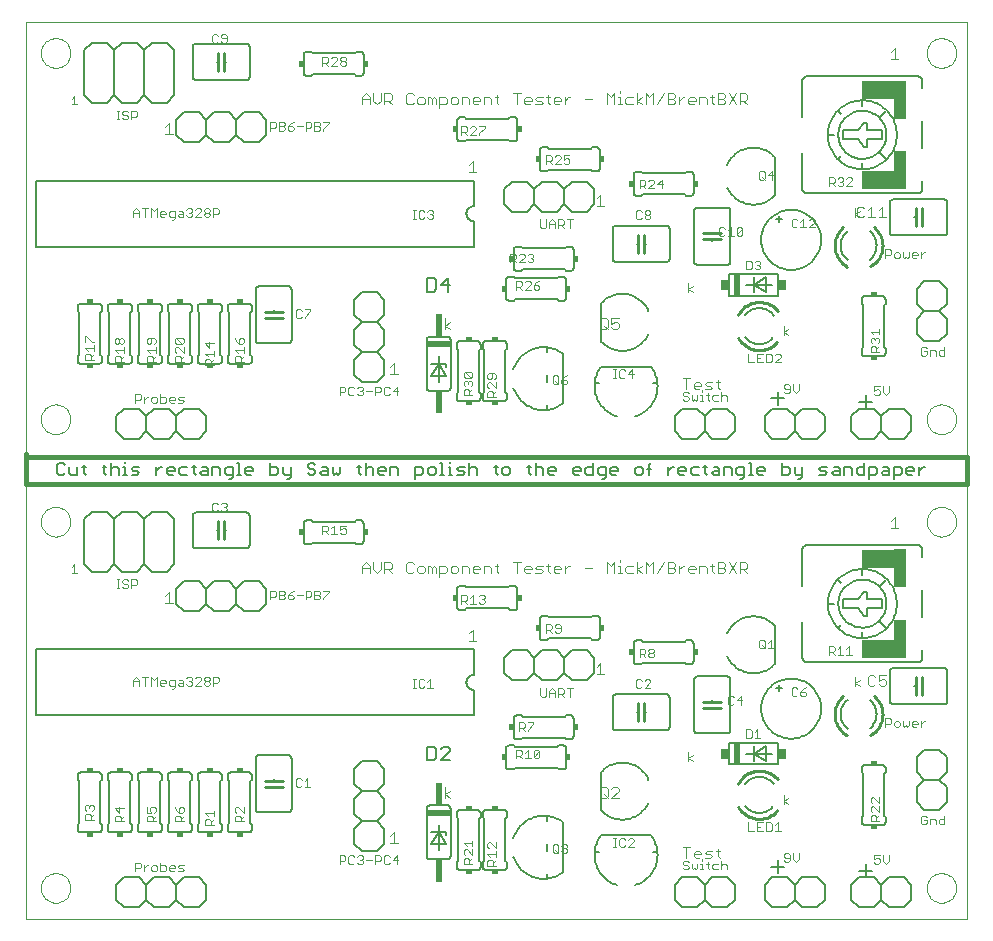
<source format=gto>
G75*
G70*
%OFA0B0*%
%FSLAX24Y24*%
%IPPOS*%
%LPD*%
%AMOC8*
5,1,8,0,0,1.08239X$1,22.5*
%
%ADD10C,0.0000*%
%ADD11C,0.0030*%
%ADD12C,0.0060*%
%ADD13C,0.0160*%
%ADD14C,0.0040*%
%ADD15R,0.0200X0.0150*%
%ADD16R,0.0150X0.0200*%
%ADD17C,0.0100*%
%ADD18R,0.0200X0.0736*%
%ADD19R,0.0250X0.0335*%
%ADD20R,0.0800X0.0200*%
%ADD21R,0.0200X0.0750*%
%ADD22C,0.0050*%
%ADD23R,0.0400X0.1250*%
%ADD24R,0.1050X0.0600*%
D10*
X000305Y000243D02*
X000305Y030114D01*
X031675Y030114D01*
X031675Y000243D01*
X000305Y000243D01*
X000799Y001265D02*
X000801Y001309D01*
X000807Y001353D01*
X000817Y001396D01*
X000830Y001438D01*
X000848Y001478D01*
X000869Y001517D01*
X000893Y001554D01*
X000920Y001589D01*
X000951Y001621D01*
X000984Y001650D01*
X001020Y001676D01*
X001058Y001698D01*
X001098Y001717D01*
X001139Y001733D01*
X001182Y001745D01*
X001225Y001753D01*
X001269Y001757D01*
X001313Y001757D01*
X001357Y001753D01*
X001400Y001745D01*
X001443Y001733D01*
X001484Y001717D01*
X001524Y001698D01*
X001562Y001676D01*
X001598Y001650D01*
X001631Y001621D01*
X001662Y001589D01*
X001689Y001554D01*
X001713Y001517D01*
X001734Y001478D01*
X001752Y001438D01*
X001765Y001396D01*
X001775Y001353D01*
X001781Y001309D01*
X001783Y001265D01*
X001781Y001221D01*
X001775Y001177D01*
X001765Y001134D01*
X001752Y001092D01*
X001734Y001052D01*
X001713Y001013D01*
X001689Y000976D01*
X001662Y000941D01*
X001631Y000909D01*
X001598Y000880D01*
X001562Y000854D01*
X001524Y000832D01*
X001484Y000813D01*
X001443Y000797D01*
X001400Y000785D01*
X001357Y000777D01*
X001313Y000773D01*
X001269Y000773D01*
X001225Y000777D01*
X001182Y000785D01*
X001139Y000797D01*
X001098Y000813D01*
X001058Y000832D01*
X001020Y000854D01*
X000984Y000880D01*
X000951Y000909D01*
X000920Y000941D01*
X000893Y000976D01*
X000869Y001013D01*
X000848Y001052D01*
X000830Y001092D01*
X000817Y001134D01*
X000807Y001177D01*
X000801Y001221D01*
X000799Y001265D01*
X000799Y013470D02*
X000801Y013514D01*
X000807Y013558D01*
X000817Y013601D01*
X000830Y013643D01*
X000848Y013683D01*
X000869Y013722D01*
X000893Y013759D01*
X000920Y013794D01*
X000951Y013826D01*
X000984Y013855D01*
X001020Y013881D01*
X001058Y013903D01*
X001098Y013922D01*
X001139Y013938D01*
X001182Y013950D01*
X001225Y013958D01*
X001269Y013962D01*
X001313Y013962D01*
X001357Y013958D01*
X001400Y013950D01*
X001443Y013938D01*
X001484Y013922D01*
X001524Y013903D01*
X001562Y013881D01*
X001598Y013855D01*
X001631Y013826D01*
X001662Y013794D01*
X001689Y013759D01*
X001713Y013722D01*
X001734Y013683D01*
X001752Y013643D01*
X001765Y013601D01*
X001775Y013558D01*
X001781Y013514D01*
X001783Y013470D01*
X001781Y013426D01*
X001775Y013382D01*
X001765Y013339D01*
X001752Y013297D01*
X001734Y013257D01*
X001713Y013218D01*
X001689Y013181D01*
X001662Y013146D01*
X001631Y013114D01*
X001598Y013085D01*
X001562Y013059D01*
X001524Y013037D01*
X001484Y013018D01*
X001443Y013002D01*
X001400Y012990D01*
X001357Y012982D01*
X001313Y012978D01*
X001269Y012978D01*
X001225Y012982D01*
X001182Y012990D01*
X001139Y013002D01*
X001098Y013018D01*
X001058Y013037D01*
X001020Y013059D01*
X000984Y013085D01*
X000951Y013114D01*
X000920Y013146D01*
X000893Y013181D01*
X000869Y013218D01*
X000848Y013257D01*
X000830Y013297D01*
X000817Y013339D01*
X000807Y013382D01*
X000801Y013426D01*
X000799Y013470D01*
X000799Y016890D02*
X000801Y016934D01*
X000807Y016978D01*
X000817Y017021D01*
X000830Y017063D01*
X000848Y017103D01*
X000869Y017142D01*
X000893Y017179D01*
X000920Y017214D01*
X000951Y017246D01*
X000984Y017275D01*
X001020Y017301D01*
X001058Y017323D01*
X001098Y017342D01*
X001139Y017358D01*
X001182Y017370D01*
X001225Y017378D01*
X001269Y017382D01*
X001313Y017382D01*
X001357Y017378D01*
X001400Y017370D01*
X001443Y017358D01*
X001484Y017342D01*
X001524Y017323D01*
X001562Y017301D01*
X001598Y017275D01*
X001631Y017246D01*
X001662Y017214D01*
X001689Y017179D01*
X001713Y017142D01*
X001734Y017103D01*
X001752Y017063D01*
X001765Y017021D01*
X001775Y016978D01*
X001781Y016934D01*
X001783Y016890D01*
X001781Y016846D01*
X001775Y016802D01*
X001765Y016759D01*
X001752Y016717D01*
X001734Y016677D01*
X001713Y016638D01*
X001689Y016601D01*
X001662Y016566D01*
X001631Y016534D01*
X001598Y016505D01*
X001562Y016479D01*
X001524Y016457D01*
X001484Y016438D01*
X001443Y016422D01*
X001400Y016410D01*
X001357Y016402D01*
X001313Y016398D01*
X001269Y016398D01*
X001225Y016402D01*
X001182Y016410D01*
X001139Y016422D01*
X001098Y016438D01*
X001058Y016457D01*
X001020Y016479D01*
X000984Y016505D01*
X000951Y016534D01*
X000920Y016566D01*
X000893Y016601D01*
X000869Y016638D01*
X000848Y016677D01*
X000830Y016717D01*
X000817Y016759D01*
X000807Y016802D01*
X000801Y016846D01*
X000799Y016890D01*
X000799Y029095D02*
X000801Y029139D01*
X000807Y029183D01*
X000817Y029226D01*
X000830Y029268D01*
X000848Y029308D01*
X000869Y029347D01*
X000893Y029384D01*
X000920Y029419D01*
X000951Y029451D01*
X000984Y029480D01*
X001020Y029506D01*
X001058Y029528D01*
X001098Y029547D01*
X001139Y029563D01*
X001182Y029575D01*
X001225Y029583D01*
X001269Y029587D01*
X001313Y029587D01*
X001357Y029583D01*
X001400Y029575D01*
X001443Y029563D01*
X001484Y029547D01*
X001524Y029528D01*
X001562Y029506D01*
X001598Y029480D01*
X001631Y029451D01*
X001662Y029419D01*
X001689Y029384D01*
X001713Y029347D01*
X001734Y029308D01*
X001752Y029268D01*
X001765Y029226D01*
X001775Y029183D01*
X001781Y029139D01*
X001783Y029095D01*
X001781Y029051D01*
X001775Y029007D01*
X001765Y028964D01*
X001752Y028922D01*
X001734Y028882D01*
X001713Y028843D01*
X001689Y028806D01*
X001662Y028771D01*
X001631Y028739D01*
X001598Y028710D01*
X001562Y028684D01*
X001524Y028662D01*
X001484Y028643D01*
X001443Y028627D01*
X001400Y028615D01*
X001357Y028607D01*
X001313Y028603D01*
X001269Y028603D01*
X001225Y028607D01*
X001182Y028615D01*
X001139Y028627D01*
X001098Y028643D01*
X001058Y028662D01*
X001020Y028684D01*
X000984Y028710D01*
X000951Y028739D01*
X000920Y028771D01*
X000893Y028806D01*
X000869Y028843D01*
X000848Y028882D01*
X000830Y028922D01*
X000817Y028964D01*
X000807Y029007D01*
X000801Y029051D01*
X000799Y029095D01*
X030327Y029095D02*
X030329Y029139D01*
X030335Y029183D01*
X030345Y029226D01*
X030358Y029268D01*
X030376Y029308D01*
X030397Y029347D01*
X030421Y029384D01*
X030448Y029419D01*
X030479Y029451D01*
X030512Y029480D01*
X030548Y029506D01*
X030586Y029528D01*
X030626Y029547D01*
X030667Y029563D01*
X030710Y029575D01*
X030753Y029583D01*
X030797Y029587D01*
X030841Y029587D01*
X030885Y029583D01*
X030928Y029575D01*
X030971Y029563D01*
X031012Y029547D01*
X031052Y029528D01*
X031090Y029506D01*
X031126Y029480D01*
X031159Y029451D01*
X031190Y029419D01*
X031217Y029384D01*
X031241Y029347D01*
X031262Y029308D01*
X031280Y029268D01*
X031293Y029226D01*
X031303Y029183D01*
X031309Y029139D01*
X031311Y029095D01*
X031309Y029051D01*
X031303Y029007D01*
X031293Y028964D01*
X031280Y028922D01*
X031262Y028882D01*
X031241Y028843D01*
X031217Y028806D01*
X031190Y028771D01*
X031159Y028739D01*
X031126Y028710D01*
X031090Y028684D01*
X031052Y028662D01*
X031012Y028643D01*
X030971Y028627D01*
X030928Y028615D01*
X030885Y028607D01*
X030841Y028603D01*
X030797Y028603D01*
X030753Y028607D01*
X030710Y028615D01*
X030667Y028627D01*
X030626Y028643D01*
X030586Y028662D01*
X030548Y028684D01*
X030512Y028710D01*
X030479Y028739D01*
X030448Y028771D01*
X030421Y028806D01*
X030397Y028843D01*
X030376Y028882D01*
X030358Y028922D01*
X030345Y028964D01*
X030335Y029007D01*
X030329Y029051D01*
X030327Y029095D01*
X030327Y016890D02*
X030329Y016934D01*
X030335Y016978D01*
X030345Y017021D01*
X030358Y017063D01*
X030376Y017103D01*
X030397Y017142D01*
X030421Y017179D01*
X030448Y017214D01*
X030479Y017246D01*
X030512Y017275D01*
X030548Y017301D01*
X030586Y017323D01*
X030626Y017342D01*
X030667Y017358D01*
X030710Y017370D01*
X030753Y017378D01*
X030797Y017382D01*
X030841Y017382D01*
X030885Y017378D01*
X030928Y017370D01*
X030971Y017358D01*
X031012Y017342D01*
X031052Y017323D01*
X031090Y017301D01*
X031126Y017275D01*
X031159Y017246D01*
X031190Y017214D01*
X031217Y017179D01*
X031241Y017142D01*
X031262Y017103D01*
X031280Y017063D01*
X031293Y017021D01*
X031303Y016978D01*
X031309Y016934D01*
X031311Y016890D01*
X031309Y016846D01*
X031303Y016802D01*
X031293Y016759D01*
X031280Y016717D01*
X031262Y016677D01*
X031241Y016638D01*
X031217Y016601D01*
X031190Y016566D01*
X031159Y016534D01*
X031126Y016505D01*
X031090Y016479D01*
X031052Y016457D01*
X031012Y016438D01*
X030971Y016422D01*
X030928Y016410D01*
X030885Y016402D01*
X030841Y016398D01*
X030797Y016398D01*
X030753Y016402D01*
X030710Y016410D01*
X030667Y016422D01*
X030626Y016438D01*
X030586Y016457D01*
X030548Y016479D01*
X030512Y016505D01*
X030479Y016534D01*
X030448Y016566D01*
X030421Y016601D01*
X030397Y016638D01*
X030376Y016677D01*
X030358Y016717D01*
X030345Y016759D01*
X030335Y016802D01*
X030329Y016846D01*
X030327Y016890D01*
X030327Y013470D02*
X030329Y013514D01*
X030335Y013558D01*
X030345Y013601D01*
X030358Y013643D01*
X030376Y013683D01*
X030397Y013722D01*
X030421Y013759D01*
X030448Y013794D01*
X030479Y013826D01*
X030512Y013855D01*
X030548Y013881D01*
X030586Y013903D01*
X030626Y013922D01*
X030667Y013938D01*
X030710Y013950D01*
X030753Y013958D01*
X030797Y013962D01*
X030841Y013962D01*
X030885Y013958D01*
X030928Y013950D01*
X030971Y013938D01*
X031012Y013922D01*
X031052Y013903D01*
X031090Y013881D01*
X031126Y013855D01*
X031159Y013826D01*
X031190Y013794D01*
X031217Y013759D01*
X031241Y013722D01*
X031262Y013683D01*
X031280Y013643D01*
X031293Y013601D01*
X031303Y013558D01*
X031309Y013514D01*
X031311Y013470D01*
X031309Y013426D01*
X031303Y013382D01*
X031293Y013339D01*
X031280Y013297D01*
X031262Y013257D01*
X031241Y013218D01*
X031217Y013181D01*
X031190Y013146D01*
X031159Y013114D01*
X031126Y013085D01*
X031090Y013059D01*
X031052Y013037D01*
X031012Y013018D01*
X030971Y013002D01*
X030928Y012990D01*
X030885Y012982D01*
X030841Y012978D01*
X030797Y012978D01*
X030753Y012982D01*
X030710Y012990D01*
X030667Y013002D01*
X030626Y013018D01*
X030586Y013037D01*
X030548Y013059D01*
X030512Y013085D01*
X030479Y013114D01*
X030448Y013146D01*
X030421Y013181D01*
X030397Y013218D01*
X030376Y013257D01*
X030358Y013297D01*
X030345Y013339D01*
X030335Y013382D01*
X030329Y013426D01*
X030327Y013470D01*
X030327Y001265D02*
X030329Y001309D01*
X030335Y001353D01*
X030345Y001396D01*
X030358Y001438D01*
X030376Y001478D01*
X030397Y001517D01*
X030421Y001554D01*
X030448Y001589D01*
X030479Y001621D01*
X030512Y001650D01*
X030548Y001676D01*
X030586Y001698D01*
X030626Y001717D01*
X030667Y001733D01*
X030710Y001745D01*
X030753Y001753D01*
X030797Y001757D01*
X030841Y001757D01*
X030885Y001753D01*
X030928Y001745D01*
X030971Y001733D01*
X031012Y001717D01*
X031052Y001698D01*
X031090Y001676D01*
X031126Y001650D01*
X031159Y001621D01*
X031190Y001589D01*
X031217Y001554D01*
X031241Y001517D01*
X031262Y001478D01*
X031280Y001438D01*
X031293Y001396D01*
X031303Y001353D01*
X031309Y001309D01*
X031311Y001265D01*
X031309Y001221D01*
X031303Y001177D01*
X031293Y001134D01*
X031280Y001092D01*
X031262Y001052D01*
X031241Y001013D01*
X031217Y000976D01*
X031190Y000941D01*
X031159Y000909D01*
X031126Y000880D01*
X031090Y000854D01*
X031052Y000832D01*
X031012Y000813D01*
X030971Y000797D01*
X030928Y000785D01*
X030885Y000777D01*
X030841Y000773D01*
X030797Y000773D01*
X030753Y000777D01*
X030710Y000785D01*
X030667Y000797D01*
X030626Y000813D01*
X030586Y000832D01*
X030548Y000854D01*
X030512Y000880D01*
X030479Y000909D01*
X030448Y000941D01*
X030421Y000976D01*
X030397Y001013D01*
X030376Y001052D01*
X030358Y001092D01*
X030345Y001134D01*
X030335Y001177D01*
X030329Y001221D01*
X030327Y001265D01*
D11*
X029058Y002167D02*
X029058Y002360D01*
X029058Y002167D02*
X028961Y002070D01*
X028865Y002167D01*
X028865Y002360D01*
X028763Y002360D02*
X028570Y002360D01*
X028570Y002215D01*
X028667Y002264D01*
X028715Y002264D01*
X028763Y002215D01*
X028763Y002118D01*
X028715Y002070D01*
X028618Y002070D01*
X028570Y002118D01*
X028648Y003499D02*
X028648Y003644D01*
X028600Y003692D01*
X028503Y003692D01*
X028455Y003644D01*
X028455Y003499D01*
X028745Y003499D01*
X028648Y003595D02*
X028745Y003692D01*
X028745Y003793D02*
X028551Y003987D01*
X028503Y003987D01*
X028455Y003938D01*
X028455Y003842D01*
X028503Y003793D01*
X028745Y003793D02*
X028745Y003987D01*
X028745Y004088D02*
X028551Y004281D01*
X028503Y004281D01*
X028455Y004233D01*
X028455Y004136D01*
X028503Y004088D01*
X028745Y004088D02*
X028745Y004281D01*
X030132Y003624D02*
X030132Y003431D01*
X030181Y003383D01*
X030278Y003383D01*
X030326Y003431D01*
X030326Y003528D01*
X030229Y003528D01*
X030132Y003624D02*
X030181Y003673D01*
X030278Y003673D01*
X030326Y003624D01*
X030427Y003576D02*
X030427Y003383D01*
X030427Y003576D02*
X030572Y003576D01*
X030621Y003528D01*
X030621Y003383D01*
X030722Y003431D02*
X030722Y003528D01*
X030770Y003576D01*
X030915Y003576D01*
X030915Y003673D02*
X030915Y003383D01*
X030770Y003383D01*
X030722Y003431D01*
X030124Y006633D02*
X030124Y006826D01*
X030220Y006826D02*
X030269Y006826D01*
X030220Y006826D02*
X030124Y006729D01*
X030022Y006729D02*
X029829Y006729D01*
X029829Y006681D02*
X029829Y006778D01*
X029877Y006826D01*
X029974Y006826D01*
X030022Y006778D01*
X030022Y006729D01*
X029974Y006633D02*
X029877Y006633D01*
X029829Y006681D01*
X029728Y006681D02*
X029728Y006826D01*
X029728Y006681D02*
X029679Y006633D01*
X029631Y006681D01*
X029583Y006633D01*
X029534Y006681D01*
X029534Y006826D01*
X029433Y006778D02*
X029385Y006826D01*
X029288Y006826D01*
X029240Y006778D01*
X029240Y006681D01*
X029288Y006633D01*
X029385Y006633D01*
X029433Y006681D01*
X029433Y006778D01*
X029138Y006778D02*
X029138Y006874D01*
X029090Y006923D01*
X028945Y006923D01*
X028945Y006633D01*
X028945Y006729D02*
X029090Y006729D01*
X029138Y006778D01*
X028090Y008008D02*
X027945Y008104D01*
X028090Y008201D01*
X027945Y008298D02*
X027945Y008008D01*
X027844Y009038D02*
X027650Y009038D01*
X027747Y009038D02*
X027747Y009328D01*
X027650Y009231D01*
X027549Y009038D02*
X027356Y009038D01*
X027452Y009038D02*
X027452Y009328D01*
X027356Y009231D01*
X027255Y009183D02*
X027206Y009134D01*
X027061Y009134D01*
X027061Y009038D02*
X027061Y009328D01*
X027206Y009328D01*
X027255Y009279D01*
X027255Y009183D01*
X027158Y009134D02*
X027255Y009038D01*
X026308Y007948D02*
X026211Y007899D01*
X026115Y007803D01*
X026260Y007803D01*
X026308Y007754D01*
X026308Y007706D01*
X026260Y007658D01*
X026163Y007658D01*
X026115Y007706D01*
X026115Y007803D01*
X026013Y007899D02*
X025965Y007948D01*
X025868Y007948D01*
X025820Y007899D01*
X025820Y007706D01*
X025868Y007658D01*
X025965Y007658D01*
X026013Y007706D01*
X024686Y006548D02*
X024686Y006258D01*
X024590Y006258D02*
X024783Y006258D01*
X024590Y006451D02*
X024686Y006548D01*
X024488Y006499D02*
X024440Y006548D01*
X024295Y006548D01*
X024295Y006258D01*
X024440Y006258D01*
X024488Y006306D01*
X024488Y006499D01*
X024133Y007375D02*
X024133Y007665D01*
X023988Y007520D01*
X024181Y007520D01*
X023887Y007423D02*
X023838Y007375D01*
X023742Y007375D01*
X023693Y007423D01*
X023693Y007617D01*
X023742Y007665D01*
X023838Y007665D01*
X023887Y007617D01*
X024779Y009250D02*
X024731Y009298D01*
X024731Y009492D01*
X024779Y009540D01*
X024876Y009540D01*
X024924Y009492D01*
X024924Y009298D01*
X024876Y009250D01*
X024779Y009250D01*
X024827Y009347D02*
X024924Y009250D01*
X025025Y009250D02*
X025219Y009250D01*
X025122Y009250D02*
X025122Y009540D01*
X025025Y009444D01*
X024338Y011758D02*
X024215Y011881D01*
X024277Y011881D02*
X024091Y011881D01*
X024091Y011758D02*
X024091Y012128D01*
X024277Y012128D01*
X024338Y012066D01*
X024338Y011943D01*
X024277Y011881D01*
X023970Y011758D02*
X023723Y012128D01*
X023602Y012066D02*
X023602Y012004D01*
X023540Y011943D01*
X023355Y011943D01*
X023233Y012004D02*
X023109Y012004D01*
X023171Y012066D02*
X023171Y011819D01*
X023233Y011758D01*
X023355Y011758D02*
X023540Y011758D01*
X023602Y011819D01*
X023602Y011881D01*
X023540Y011943D01*
X023602Y012066D02*
X023540Y012128D01*
X023355Y012128D01*
X023355Y011758D01*
X023723Y011758D02*
X023970Y012128D01*
X022988Y011943D02*
X022988Y011758D01*
X022988Y011943D02*
X022926Y012004D01*
X022741Y012004D01*
X022741Y011758D01*
X022620Y011881D02*
X022373Y011881D01*
X022373Y011943D02*
X022434Y012004D01*
X022558Y012004D01*
X022620Y011943D01*
X022620Y011881D01*
X022558Y011758D02*
X022434Y011758D01*
X022373Y011819D01*
X022373Y011943D01*
X022251Y012004D02*
X022189Y012004D01*
X022066Y011881D01*
X021944Y011881D02*
X021944Y011819D01*
X021883Y011758D01*
X021697Y011758D01*
X021697Y012128D01*
X021883Y012128D01*
X021944Y012066D01*
X021944Y012004D01*
X021883Y011943D01*
X021697Y011943D01*
X021883Y011943D02*
X021944Y011881D01*
X022066Y011758D02*
X022066Y012004D01*
X021576Y012128D02*
X021329Y011758D01*
X021208Y011758D02*
X021208Y012128D01*
X021084Y012004D01*
X020961Y012128D01*
X020961Y011758D01*
X020839Y011758D02*
X020654Y011881D01*
X020839Y012004D01*
X020654Y012128D02*
X020654Y011758D01*
X020532Y011758D02*
X020347Y011758D01*
X020286Y011819D01*
X020286Y011943D01*
X020347Y012004D01*
X020532Y012004D01*
X020163Y011758D02*
X020040Y011758D01*
X020102Y011758D02*
X020102Y012004D01*
X020040Y012004D01*
X020102Y012128D02*
X020102Y012190D01*
X019919Y012128D02*
X019919Y011758D01*
X019672Y011758D02*
X019672Y012128D01*
X019795Y012004D01*
X019919Y012128D01*
X019182Y011943D02*
X018935Y011943D01*
X018445Y012004D02*
X018383Y012004D01*
X018260Y011881D01*
X018138Y011881D02*
X017892Y011881D01*
X017892Y011943D02*
X017953Y012004D01*
X018077Y012004D01*
X018138Y011943D01*
X018138Y011881D01*
X018077Y011758D02*
X017953Y011758D01*
X017892Y011819D01*
X017892Y011943D01*
X017769Y012004D02*
X017646Y012004D01*
X017708Y012066D02*
X017708Y011819D01*
X017769Y011758D01*
X017525Y011819D02*
X017463Y011881D01*
X017339Y011881D01*
X017278Y011943D01*
X017339Y012004D01*
X017525Y012004D01*
X017525Y011819D02*
X017463Y011758D01*
X017278Y011758D01*
X017156Y011881D02*
X016909Y011881D01*
X016909Y011943D02*
X016971Y012004D01*
X017095Y012004D01*
X017156Y011943D01*
X017156Y011881D01*
X017095Y011758D02*
X016971Y011758D01*
X016909Y011819D01*
X016909Y011943D01*
X016788Y012128D02*
X016541Y012128D01*
X016664Y012128D02*
X016664Y011758D01*
X016051Y011758D02*
X015989Y011819D01*
X015989Y012066D01*
X015927Y012004D02*
X016051Y012004D01*
X015806Y011943D02*
X015806Y011758D01*
X015806Y011943D02*
X015744Y012004D01*
X015559Y012004D01*
X015559Y011758D01*
X015437Y011881D02*
X015191Y011881D01*
X015191Y011943D02*
X015252Y012004D01*
X015376Y012004D01*
X015437Y011943D01*
X015437Y011881D01*
X015376Y011758D02*
X015252Y011758D01*
X015191Y011819D01*
X015191Y011943D01*
X015069Y011943D02*
X015069Y011758D01*
X015069Y011943D02*
X015007Y012004D01*
X014822Y012004D01*
X014822Y011758D01*
X014701Y011819D02*
X014701Y011943D01*
X014639Y012004D01*
X014516Y012004D01*
X014454Y011943D01*
X014454Y011819D01*
X014516Y011758D01*
X014639Y011758D01*
X014701Y011819D01*
X014332Y011819D02*
X014271Y011758D01*
X014086Y011758D01*
X013964Y011758D02*
X013964Y011943D01*
X013902Y012004D01*
X013841Y011943D01*
X013841Y011758D01*
X013717Y011758D02*
X013717Y012004D01*
X013779Y012004D01*
X013841Y011943D01*
X013596Y011943D02*
X013534Y012004D01*
X013411Y012004D01*
X013349Y011943D01*
X013349Y011819D01*
X013411Y011758D01*
X013534Y011758D01*
X013596Y011819D01*
X013596Y011943D01*
X013228Y012066D02*
X013166Y012128D01*
X013042Y012128D01*
X012981Y012066D01*
X012981Y011819D01*
X013042Y011758D01*
X013166Y011758D01*
X013228Y011819D01*
X012491Y011758D02*
X012367Y011881D01*
X012429Y011881D02*
X012244Y011881D01*
X012123Y011881D02*
X011999Y011758D01*
X011876Y011881D01*
X011876Y012128D01*
X011754Y012004D02*
X011754Y011758D01*
X011754Y011943D02*
X011507Y011943D01*
X011507Y012004D02*
X011631Y012128D01*
X011754Y012004D01*
X011507Y012004D02*
X011507Y011758D01*
X012123Y011881D02*
X012123Y012128D01*
X012244Y012128D02*
X012429Y012128D01*
X012491Y012066D01*
X012491Y011943D01*
X012429Y011881D01*
X012244Y011758D02*
X012244Y012128D01*
X010969Y013101D02*
X010920Y013053D01*
X010824Y013053D01*
X010775Y013101D01*
X010775Y013198D02*
X010872Y013246D01*
X010920Y013246D01*
X010969Y013198D01*
X010969Y013101D01*
X010775Y013198D02*
X010775Y013343D01*
X010969Y013343D01*
X010577Y013343D02*
X010577Y013053D01*
X010481Y013053D02*
X010674Y013053D01*
X010481Y013246D02*
X010577Y013343D01*
X010380Y013294D02*
X010380Y013198D01*
X010331Y013149D01*
X010186Y013149D01*
X010186Y013053D02*
X010186Y013343D01*
X010331Y013343D01*
X010380Y013294D01*
X010283Y013149D02*
X010380Y013053D01*
X010406Y011173D02*
X010213Y011173D01*
X010112Y011124D02*
X010063Y011173D01*
X009918Y011173D01*
X009918Y010883D01*
X010063Y010883D01*
X010112Y010931D01*
X010112Y010979D01*
X010063Y011028D01*
X009918Y011028D01*
X009817Y011028D02*
X009769Y010979D01*
X009624Y010979D01*
X009624Y010883D02*
X009624Y011173D01*
X009769Y011173D01*
X009817Y011124D01*
X009817Y011028D01*
X010063Y011028D02*
X010112Y011076D01*
X010112Y011124D01*
X010213Y010931D02*
X010213Y010883D01*
X010213Y010931D02*
X010406Y011124D01*
X010406Y011173D01*
X009522Y011028D02*
X009329Y011028D01*
X009228Y010979D02*
X009179Y011028D01*
X009034Y011028D01*
X009034Y010931D01*
X009083Y010883D01*
X009179Y010883D01*
X009228Y010931D01*
X009228Y010979D01*
X009131Y011124D02*
X009034Y011028D01*
X008933Y011076D02*
X008885Y011028D01*
X008740Y011028D01*
X008638Y011028D02*
X008590Y010979D01*
X008445Y010979D01*
X008445Y010883D02*
X008445Y011173D01*
X008590Y011173D01*
X008638Y011124D01*
X008638Y011028D01*
X008740Y010883D02*
X008740Y011173D01*
X008885Y011173D01*
X008933Y011124D01*
X008933Y011076D01*
X008885Y011028D02*
X008933Y010979D01*
X008933Y010931D01*
X008885Y010883D01*
X008740Y010883D01*
X009131Y011124D02*
X009228Y011173D01*
X006945Y013813D02*
X006849Y013813D01*
X006800Y013861D01*
X006699Y013861D02*
X006651Y013813D01*
X006554Y013813D01*
X006506Y013861D01*
X006506Y014054D01*
X006554Y014103D01*
X006651Y014103D01*
X006699Y014054D01*
X006800Y014054D02*
X006849Y014103D01*
X006945Y014103D01*
X006994Y014054D01*
X006994Y014006D01*
X006945Y013958D01*
X006994Y013909D01*
X006994Y013861D01*
X006945Y013813D01*
X006945Y013958D02*
X006897Y013958D01*
X004005Y011499D02*
X004005Y011403D01*
X003956Y011354D01*
X003811Y011354D01*
X003811Y011258D02*
X003811Y011548D01*
X003956Y011548D01*
X004005Y011499D01*
X003710Y011499D02*
X003662Y011548D01*
X003565Y011548D01*
X003516Y011499D01*
X003516Y011451D01*
X003565Y011403D01*
X003662Y011403D01*
X003710Y011354D01*
X003710Y011306D01*
X003662Y011258D01*
X003565Y011258D01*
X003516Y011306D01*
X003417Y011258D02*
X003320Y011258D01*
X003368Y011258D02*
X003368Y011548D01*
X003320Y011548D02*
X003417Y011548D01*
X002013Y011758D02*
X001820Y011758D01*
X001917Y011758D02*
X001917Y012048D01*
X001820Y011951D01*
X004945Y011004D02*
X005068Y011128D01*
X005068Y010758D01*
X004945Y010758D02*
X005192Y010758D01*
X005699Y008298D02*
X005796Y008298D01*
X005844Y008249D01*
X005844Y008201D01*
X005796Y008153D01*
X005844Y008104D01*
X005844Y008056D01*
X005796Y008008D01*
X005699Y008008D01*
X005650Y008056D01*
X005549Y008104D02*
X005404Y008104D01*
X005356Y008056D01*
X005404Y008008D01*
X005549Y008008D01*
X005549Y008153D01*
X005501Y008201D01*
X005404Y008201D01*
X005255Y008201D02*
X005109Y008201D01*
X005061Y008153D01*
X005061Y008056D01*
X005109Y008008D01*
X005255Y008008D01*
X005255Y007959D02*
X005255Y008201D01*
X005255Y007959D02*
X005206Y007911D01*
X005158Y007911D01*
X004912Y008008D02*
X004815Y008008D01*
X004766Y008056D01*
X004766Y008153D01*
X004815Y008201D01*
X004912Y008201D01*
X004960Y008153D01*
X004960Y008104D01*
X004766Y008104D01*
X004665Y008008D02*
X004665Y008298D01*
X004569Y008201D01*
X004472Y008298D01*
X004472Y008008D01*
X004274Y008008D02*
X004274Y008298D01*
X004177Y008298D02*
X004371Y008298D01*
X004076Y008201D02*
X004076Y008008D01*
X004076Y008153D02*
X003882Y008153D01*
X003882Y008201D02*
X003979Y008298D01*
X004076Y008201D01*
X003882Y008201D02*
X003882Y008008D01*
X005650Y008249D02*
X005699Y008298D01*
X005747Y008153D02*
X005796Y008153D01*
X005945Y008249D02*
X005993Y008298D01*
X006090Y008298D01*
X006139Y008249D01*
X006139Y008201D01*
X005945Y008008D01*
X006139Y008008D01*
X006240Y008056D02*
X006240Y008104D01*
X006288Y008153D01*
X006385Y008153D01*
X006433Y008104D01*
X006433Y008056D01*
X006385Y008008D01*
X006288Y008008D01*
X006240Y008056D01*
X006288Y008153D02*
X006240Y008201D01*
X006240Y008249D01*
X006288Y008298D01*
X006385Y008298D01*
X006433Y008249D01*
X006433Y008201D01*
X006385Y008153D01*
X006534Y008104D02*
X006679Y008104D01*
X006728Y008153D01*
X006728Y008249D01*
X006679Y008298D01*
X006534Y008298D01*
X006534Y008008D01*
X009343Y004923D02*
X009295Y004874D01*
X009295Y004681D01*
X009343Y004633D01*
X009440Y004633D01*
X009488Y004681D01*
X009590Y004633D02*
X009783Y004633D01*
X009686Y004633D02*
X009686Y004923D01*
X009590Y004826D01*
X009488Y004874D02*
X009440Y004923D01*
X009343Y004923D01*
X007557Y003969D02*
X007557Y003775D01*
X007364Y003969D01*
X007316Y003969D01*
X007267Y003921D01*
X007267Y003824D01*
X007316Y003775D01*
X007316Y003674D02*
X007412Y003674D01*
X007461Y003626D01*
X007461Y003481D01*
X007557Y003481D02*
X007267Y003481D01*
X007267Y003626D01*
X007316Y003674D01*
X007461Y003577D02*
X007557Y003674D01*
X006557Y003650D02*
X006557Y003844D01*
X006557Y003747D02*
X006267Y003747D01*
X006364Y003650D01*
X006316Y003549D02*
X006412Y003549D01*
X006461Y003501D01*
X006461Y003356D01*
X006557Y003356D02*
X006267Y003356D01*
X006267Y003501D01*
X006316Y003549D01*
X006461Y003452D02*
X006557Y003549D01*
X005557Y003481D02*
X005267Y003481D01*
X005267Y003626D01*
X005316Y003674D01*
X005412Y003674D01*
X005461Y003626D01*
X005461Y003481D01*
X005461Y003577D02*
X005557Y003674D01*
X005509Y003775D02*
X005412Y003775D01*
X005412Y003921D01*
X005461Y003969D01*
X005509Y003969D01*
X005557Y003921D01*
X005557Y003824D01*
X005509Y003775D01*
X005412Y003775D02*
X005316Y003872D01*
X005267Y003969D01*
X004620Y003920D02*
X004620Y003824D01*
X004572Y003775D01*
X004475Y003775D02*
X004426Y003872D01*
X004426Y003920D01*
X004475Y003969D01*
X004572Y003969D01*
X004620Y003920D01*
X004475Y003775D02*
X004330Y003775D01*
X004330Y003969D01*
X004378Y003674D02*
X004475Y003674D01*
X004523Y003626D01*
X004523Y003481D01*
X004523Y003577D02*
X004620Y003674D01*
X004620Y003481D02*
X004330Y003481D01*
X004330Y003626D01*
X004378Y003674D01*
X003557Y003674D02*
X003461Y003577D01*
X003461Y003626D02*
X003461Y003481D01*
X003557Y003481D02*
X003267Y003481D01*
X003267Y003626D01*
X003316Y003674D01*
X003412Y003674D01*
X003461Y003626D01*
X003412Y003775D02*
X003412Y003969D01*
X003267Y003920D02*
X003412Y003775D01*
X003557Y003920D02*
X003267Y003920D01*
X002557Y003886D02*
X002509Y003838D01*
X002557Y003886D02*
X002557Y003983D01*
X002509Y004031D01*
X002461Y004031D01*
X002412Y003983D01*
X002412Y003935D01*
X002412Y003983D02*
X002364Y004031D01*
X002316Y004031D01*
X002267Y003983D01*
X002267Y003886D01*
X002316Y003838D01*
X002316Y003737D02*
X002412Y003737D01*
X002461Y003688D01*
X002461Y003543D01*
X002557Y003543D02*
X002267Y003543D01*
X002267Y003688D01*
X002316Y003737D01*
X002461Y003640D02*
X002557Y003737D01*
X003945Y002110D02*
X004090Y002110D01*
X004138Y002062D01*
X004138Y001965D01*
X004090Y001917D01*
X003945Y001917D01*
X003945Y001820D02*
X003945Y002110D01*
X004240Y002013D02*
X004240Y001820D01*
X004240Y001917D02*
X004336Y002013D01*
X004385Y002013D01*
X004485Y001965D02*
X004485Y001868D01*
X004534Y001820D01*
X004630Y001820D01*
X004679Y001868D01*
X004679Y001965D01*
X004630Y002013D01*
X004534Y002013D01*
X004485Y001965D01*
X004780Y002013D02*
X004925Y002013D01*
X004973Y001965D01*
X004973Y001868D01*
X004925Y001820D01*
X004780Y001820D01*
X004780Y002110D01*
X005074Y001965D02*
X005123Y002013D01*
X005220Y002013D01*
X005268Y001965D01*
X005268Y001917D01*
X005074Y001917D01*
X005074Y001965D02*
X005074Y001868D01*
X005123Y001820D01*
X005220Y001820D01*
X005369Y001820D02*
X005514Y001820D01*
X005563Y001868D01*
X005514Y001917D01*
X005417Y001917D01*
X005369Y001965D01*
X005417Y002013D01*
X005563Y002013D01*
X010757Y002063D02*
X010757Y002353D01*
X010903Y002353D01*
X010951Y002304D01*
X010951Y002208D01*
X010903Y002159D01*
X010757Y002159D01*
X011052Y002111D02*
X011052Y002304D01*
X011100Y002353D01*
X011197Y002353D01*
X011246Y002304D01*
X011347Y002304D02*
X011395Y002353D01*
X011492Y002353D01*
X011540Y002304D01*
X011540Y002256D01*
X011492Y002208D01*
X011540Y002159D01*
X011540Y002111D01*
X011492Y002063D01*
X011395Y002063D01*
X011347Y002111D01*
X011246Y002111D02*
X011197Y002063D01*
X011100Y002063D01*
X011052Y002111D01*
X011443Y002208D02*
X011492Y002208D01*
X011641Y002208D02*
X011835Y002208D01*
X011936Y002159D02*
X012081Y002159D01*
X012130Y002208D01*
X012130Y002304D01*
X012081Y002353D01*
X011936Y002353D01*
X011936Y002063D01*
X012231Y002111D02*
X012231Y002304D01*
X012279Y002353D01*
X012376Y002353D01*
X012424Y002304D01*
X012525Y002208D02*
X012719Y002208D01*
X012670Y002353D02*
X012525Y002208D01*
X012424Y002111D02*
X012376Y002063D01*
X012279Y002063D01*
X012231Y002111D01*
X012670Y002063D02*
X012670Y002353D01*
X012692Y002758D02*
X012445Y002758D01*
X012568Y002758D02*
X012568Y003128D01*
X012445Y003004D01*
X014257Y004258D02*
X014257Y004628D01*
X014443Y004504D02*
X014257Y004381D01*
X014443Y004258D01*
X015182Y002844D02*
X015182Y002650D01*
X015182Y002747D02*
X014892Y002747D01*
X014989Y002650D01*
X014989Y002549D02*
X014941Y002549D01*
X014892Y002501D01*
X014892Y002404D01*
X014941Y002356D01*
X014941Y002255D02*
X015037Y002255D01*
X015086Y002206D01*
X015086Y002061D01*
X015182Y002061D02*
X014892Y002061D01*
X014892Y002206D01*
X014941Y002255D01*
X015086Y002158D02*
X015182Y002255D01*
X015182Y002356D02*
X014989Y002549D01*
X015182Y002549D02*
X015182Y002356D01*
X015677Y002399D02*
X015967Y002399D01*
X015967Y002302D02*
X015967Y002496D01*
X015967Y002597D02*
X015774Y002790D01*
X015726Y002790D01*
X015677Y002742D01*
X015677Y002645D01*
X015726Y002597D01*
X015677Y002399D02*
X015774Y002302D01*
X015822Y002201D02*
X015871Y002153D01*
X015871Y002008D01*
X015871Y002104D02*
X015967Y002201D01*
X015822Y002201D02*
X015726Y002201D01*
X015677Y002153D01*
X015677Y002008D01*
X015967Y002008D01*
X015967Y002597D02*
X015967Y002790D01*
X017856Y002679D02*
X017904Y002728D01*
X018001Y002728D01*
X018049Y002679D01*
X018049Y002486D01*
X018001Y002438D01*
X017904Y002438D01*
X017856Y002486D01*
X017856Y002679D01*
X017952Y002534D02*
X018049Y002438D01*
X018150Y002486D02*
X018199Y002438D01*
X018295Y002438D01*
X018344Y002486D01*
X018344Y002534D01*
X018295Y002583D01*
X018247Y002583D01*
X018295Y002583D02*
X018344Y002631D01*
X018344Y002679D01*
X018295Y002728D01*
X018199Y002728D01*
X018150Y002679D01*
X019882Y002633D02*
X019979Y002633D01*
X019931Y002633D02*
X019931Y002923D01*
X019979Y002923D02*
X019882Y002923D01*
X020079Y002874D02*
X020079Y002681D01*
X020127Y002633D01*
X020224Y002633D01*
X020272Y002681D01*
X020374Y002633D02*
X020567Y002826D01*
X020567Y002874D01*
X020519Y002923D01*
X020422Y002923D01*
X020374Y002874D01*
X020272Y002874D02*
X020224Y002923D01*
X020127Y002923D01*
X020079Y002874D01*
X020374Y002633D02*
X020567Y002633D01*
X022195Y002628D02*
X022442Y002628D01*
X022318Y002628D02*
X022318Y002258D01*
X022340Y002173D02*
X022243Y002173D01*
X022195Y002124D01*
X022195Y002076D01*
X022243Y002028D01*
X022340Y002028D01*
X022388Y001979D01*
X022388Y001931D01*
X022340Y001883D01*
X022243Y001883D01*
X022195Y001931D01*
X022388Y002124D02*
X022340Y002173D01*
X022490Y002076D02*
X022490Y001931D01*
X022538Y001883D01*
X022586Y001931D01*
X022635Y001883D01*
X022683Y001931D01*
X022683Y002076D01*
X022784Y002076D02*
X022833Y002076D01*
X022833Y001883D01*
X022881Y001883D02*
X022784Y001883D01*
X023029Y001931D02*
X023077Y001883D01*
X023029Y001931D02*
X023029Y002124D01*
X022981Y002076D02*
X023077Y002076D01*
X023177Y002028D02*
X023177Y001931D01*
X023226Y001883D01*
X023371Y001883D01*
X023472Y001883D02*
X023472Y002173D01*
X023423Y002258D02*
X023362Y002319D01*
X023362Y002566D01*
X023423Y002504D02*
X023300Y002504D01*
X023178Y002504D02*
X022993Y002504D01*
X022932Y002443D01*
X022993Y002381D01*
X023117Y002381D01*
X023178Y002319D01*
X023117Y002258D01*
X022932Y002258D01*
X022833Y002221D02*
X022833Y002173D01*
X022748Y002258D02*
X022625Y002258D01*
X022563Y002319D01*
X022563Y002443D01*
X022625Y002504D01*
X022748Y002504D01*
X022810Y002443D01*
X022810Y002381D01*
X022563Y002381D01*
X023177Y002028D02*
X023226Y002076D01*
X023371Y002076D01*
X023472Y002028D02*
X023520Y002076D01*
X023617Y002076D01*
X023665Y002028D01*
X023665Y001883D01*
X024382Y003158D02*
X024576Y003158D01*
X024677Y003158D02*
X024677Y003448D01*
X024871Y003448D01*
X024972Y003448D02*
X024972Y003158D01*
X025117Y003158D01*
X025165Y003206D01*
X025165Y003399D01*
X025117Y003448D01*
X024972Y003448D01*
X024774Y003303D02*
X024677Y003303D01*
X024677Y003158D02*
X024871Y003158D01*
X025266Y003158D02*
X025460Y003158D01*
X025363Y003158D02*
X025363Y003448D01*
X025266Y003351D01*
X024382Y003448D02*
X024382Y003158D01*
X025570Y002374D02*
X025570Y002326D01*
X025618Y002278D01*
X025763Y002278D01*
X025763Y002374D02*
X025715Y002423D01*
X025618Y002423D01*
X025570Y002374D01*
X025570Y002181D02*
X025618Y002133D01*
X025715Y002133D01*
X025763Y002181D01*
X025763Y002374D01*
X025865Y002423D02*
X025865Y002229D01*
X025961Y002133D01*
X026058Y002229D01*
X026058Y002423D01*
X025715Y004070D02*
X025570Y004167D01*
X025715Y004264D01*
X025570Y004360D02*
X025570Y004070D01*
X022528Y005508D02*
X022382Y005604D01*
X022528Y005701D01*
X022382Y005798D02*
X022382Y005508D01*
X021119Y007938D02*
X020925Y007938D01*
X021119Y008131D01*
X021119Y008179D01*
X021070Y008228D01*
X020974Y008228D01*
X020925Y008179D01*
X020824Y008179D02*
X020776Y008228D01*
X020679Y008228D01*
X020631Y008179D01*
X020631Y007986D01*
X020679Y007938D01*
X020776Y007938D01*
X020824Y007986D01*
X020757Y008955D02*
X020757Y009245D01*
X020903Y009245D01*
X020951Y009197D01*
X020951Y009100D01*
X020903Y009052D01*
X020757Y009052D01*
X020854Y009052D02*
X020951Y008955D01*
X021052Y009003D02*
X021100Y008955D01*
X021197Y008955D01*
X021246Y009003D01*
X021246Y009052D01*
X021197Y009100D01*
X021100Y009100D01*
X021052Y009148D01*
X021052Y009197D01*
X021100Y009245D01*
X021197Y009245D01*
X021246Y009197D01*
X021246Y009148D01*
X021197Y009100D01*
X021100Y009100D02*
X021052Y009052D01*
X021052Y009003D01*
X019567Y008383D02*
X019320Y008383D01*
X019443Y008383D02*
X019443Y008753D01*
X019320Y008629D01*
X018522Y007923D02*
X018329Y007923D01*
X018426Y007923D02*
X018426Y007633D01*
X018228Y007633D02*
X018131Y007729D01*
X018179Y007729D02*
X018034Y007729D01*
X018034Y007633D02*
X018034Y007923D01*
X018179Y007923D01*
X018228Y007874D01*
X018228Y007778D01*
X018179Y007729D01*
X017933Y007778D02*
X017740Y007778D01*
X017740Y007826D02*
X017836Y007923D01*
X017933Y007826D01*
X017933Y007633D01*
X017740Y007633D02*
X017740Y007826D01*
X017638Y007923D02*
X017638Y007681D01*
X017590Y007633D01*
X017493Y007633D01*
X017445Y007681D01*
X017445Y007923D01*
X017219Y006780D02*
X017219Y006732D01*
X017025Y006538D01*
X017025Y006490D01*
X016924Y006490D02*
X016827Y006587D01*
X016876Y006587D02*
X016731Y006587D01*
X016731Y006490D02*
X016731Y006780D01*
X016876Y006780D01*
X016924Y006732D01*
X016924Y006635D01*
X016876Y006587D01*
X017025Y006780D02*
X017219Y006780D01*
X017270Y005870D02*
X017367Y005870D01*
X017415Y005822D01*
X017222Y005628D01*
X017270Y005580D01*
X017367Y005580D01*
X017415Y005628D01*
X017415Y005822D01*
X017270Y005870D02*
X017222Y005822D01*
X017222Y005628D01*
X017121Y005580D02*
X016927Y005580D01*
X017024Y005580D02*
X017024Y005870D01*
X016927Y005774D01*
X016826Y005822D02*
X016826Y005725D01*
X016778Y005677D01*
X016632Y005677D01*
X016632Y005580D02*
X016632Y005870D01*
X016778Y005870D01*
X016826Y005822D01*
X016729Y005677D02*
X016826Y005580D01*
X013880Y007943D02*
X013686Y007943D01*
X013783Y007943D02*
X013783Y008233D01*
X013686Y008136D01*
X013585Y008184D02*
X013537Y008233D01*
X013440Y008233D01*
X013391Y008184D01*
X013391Y007991D01*
X013440Y007943D01*
X013537Y007943D01*
X013585Y007991D01*
X013292Y007943D02*
X013195Y007943D01*
X013243Y007943D02*
X013243Y008233D01*
X013195Y008233D02*
X013292Y008233D01*
X015070Y009508D02*
X015317Y009508D01*
X015193Y009508D02*
X015193Y009878D01*
X015070Y009754D01*
X015106Y010740D02*
X015299Y010740D01*
X015202Y010740D02*
X015202Y011030D01*
X015106Y010933D01*
X015004Y010885D02*
X014956Y010837D01*
X014811Y010837D01*
X014908Y010837D02*
X015004Y010740D01*
X015004Y010885D02*
X015004Y010982D01*
X014956Y011030D01*
X014811Y011030D01*
X014811Y010740D01*
X015400Y010788D02*
X015449Y010740D01*
X015545Y010740D01*
X015594Y010788D01*
X015594Y010837D01*
X015545Y010885D01*
X015497Y010885D01*
X015545Y010885D02*
X015594Y010933D01*
X015594Y010982D01*
X015545Y011030D01*
X015449Y011030D01*
X015400Y010982D01*
X014332Y011819D02*
X014332Y011943D01*
X014271Y012004D01*
X014086Y012004D01*
X014086Y011634D01*
X017632Y010058D02*
X017632Y009767D01*
X017632Y009864D02*
X017778Y009864D01*
X017826Y009913D01*
X017826Y010009D01*
X017778Y010058D01*
X017632Y010058D01*
X017729Y009864D02*
X017826Y009767D01*
X017927Y009816D02*
X017975Y009767D01*
X018072Y009767D01*
X018121Y009816D01*
X018121Y010009D01*
X018072Y010058D01*
X017975Y010058D01*
X017927Y010009D01*
X017927Y009961D01*
X017975Y009913D01*
X018121Y009913D01*
X018260Y011758D02*
X018260Y012004D01*
X015967Y017633D02*
X015677Y017633D01*
X015677Y017778D01*
X015726Y017826D01*
X015822Y017826D01*
X015871Y017778D01*
X015871Y017633D01*
X015871Y017729D02*
X015967Y017826D01*
X015967Y017927D02*
X015774Y018121D01*
X015726Y018121D01*
X015677Y018072D01*
X015677Y017976D01*
X015726Y017927D01*
X015967Y017927D02*
X015967Y018121D01*
X015919Y018222D02*
X015967Y018270D01*
X015967Y018367D01*
X015919Y018415D01*
X015726Y018415D01*
X015677Y018367D01*
X015677Y018270D01*
X015726Y018222D01*
X015774Y018222D01*
X015822Y018270D01*
X015822Y018415D01*
X015182Y018421D02*
X015182Y018324D01*
X015134Y018275D01*
X014941Y018469D01*
X015134Y018469D01*
X015182Y018421D01*
X015134Y018275D02*
X014941Y018275D01*
X014892Y018324D01*
X014892Y018421D01*
X014941Y018469D01*
X014941Y018174D02*
X014989Y018174D01*
X015037Y018126D01*
X015086Y018174D01*
X015134Y018174D01*
X015182Y018126D01*
X015182Y018029D01*
X015134Y017981D01*
X015182Y017880D02*
X015086Y017783D01*
X015086Y017831D02*
X015086Y017686D01*
X015182Y017686D02*
X014892Y017686D01*
X014892Y017831D01*
X014941Y017880D01*
X015037Y017880D01*
X015086Y017831D01*
X014941Y017981D02*
X014892Y018029D01*
X014892Y018126D01*
X014941Y018174D01*
X015037Y018126D02*
X015037Y018077D01*
X014443Y019883D02*
X014257Y020006D01*
X014443Y020129D01*
X014257Y020253D02*
X014257Y019883D01*
X012568Y018753D02*
X012568Y018383D01*
X012445Y018383D02*
X012692Y018383D01*
X012445Y018629D02*
X012568Y018753D01*
X012670Y017978D02*
X012525Y017833D01*
X012719Y017833D01*
X012670Y017688D02*
X012670Y017978D01*
X012424Y017929D02*
X012376Y017978D01*
X012279Y017978D01*
X012231Y017929D01*
X012231Y017736D01*
X012279Y017688D01*
X012376Y017688D01*
X012424Y017736D01*
X012130Y017833D02*
X012081Y017784D01*
X011936Y017784D01*
X011936Y017688D02*
X011936Y017978D01*
X012081Y017978D01*
X012130Y017929D01*
X012130Y017833D01*
X011835Y017833D02*
X011641Y017833D01*
X011540Y017881D02*
X011492Y017833D01*
X011540Y017784D01*
X011540Y017736D01*
X011492Y017688D01*
X011395Y017688D01*
X011347Y017736D01*
X011246Y017736D02*
X011197Y017688D01*
X011100Y017688D01*
X011052Y017736D01*
X011052Y017929D01*
X011100Y017978D01*
X011197Y017978D01*
X011246Y017929D01*
X011347Y017929D02*
X011395Y017978D01*
X011492Y017978D01*
X011540Y017929D01*
X011540Y017881D01*
X011492Y017833D02*
X011443Y017833D01*
X010951Y017833D02*
X010903Y017784D01*
X010757Y017784D01*
X010757Y017688D02*
X010757Y017978D01*
X010903Y017978D01*
X010951Y017929D01*
X010951Y017833D01*
X009590Y020258D02*
X009590Y020306D01*
X009783Y020499D01*
X009783Y020548D01*
X009590Y020548D01*
X009488Y020499D02*
X009440Y020548D01*
X009343Y020548D01*
X009295Y020499D01*
X009295Y020306D01*
X009343Y020258D01*
X009440Y020258D01*
X009488Y020306D01*
X007557Y019546D02*
X007557Y019449D01*
X007509Y019400D01*
X007412Y019400D01*
X007412Y019546D01*
X007461Y019594D01*
X007509Y019594D01*
X007557Y019546D01*
X007412Y019400D02*
X007316Y019497D01*
X007267Y019594D01*
X007557Y019299D02*
X007557Y019106D01*
X007557Y019202D02*
X007267Y019202D01*
X007364Y019106D01*
X007412Y019005D02*
X007461Y018956D01*
X007461Y018811D01*
X007557Y018811D02*
X007267Y018811D01*
X007267Y018956D01*
X007316Y019005D01*
X007412Y019005D01*
X007461Y018908D02*
X007557Y019005D01*
X006557Y018981D02*
X006557Y019174D01*
X006557Y019077D02*
X006267Y019077D01*
X006364Y018981D01*
X006316Y018880D02*
X006412Y018880D01*
X006461Y018831D01*
X006461Y018686D01*
X006557Y018686D02*
X006267Y018686D01*
X006267Y018831D01*
X006316Y018880D01*
X006461Y018783D02*
X006557Y018880D01*
X006412Y019275D02*
X006267Y019421D01*
X006557Y019421D01*
X006412Y019469D02*
X006412Y019275D01*
X005557Y019299D02*
X005557Y019106D01*
X005364Y019299D01*
X005316Y019299D01*
X005267Y019251D01*
X005267Y019154D01*
X005316Y019106D01*
X005316Y019005D02*
X005412Y019005D01*
X005461Y018956D01*
X005461Y018811D01*
X005557Y018811D02*
X005267Y018811D01*
X005267Y018956D01*
X005316Y019005D01*
X005461Y018908D02*
X005557Y019005D01*
X005509Y019400D02*
X005316Y019400D01*
X005267Y019449D01*
X005267Y019546D01*
X005316Y019594D01*
X005509Y019400D01*
X005557Y019449D01*
X005557Y019546D01*
X005509Y019594D01*
X005316Y019594D01*
X004620Y019545D02*
X004620Y019449D01*
X004572Y019400D01*
X004475Y019449D02*
X004475Y019594D01*
X004572Y019594D02*
X004378Y019594D01*
X004330Y019545D01*
X004330Y019449D01*
X004378Y019400D01*
X004426Y019400D01*
X004475Y019449D01*
X004620Y019545D02*
X004572Y019594D01*
X004620Y019299D02*
X004620Y019106D01*
X004620Y019202D02*
X004330Y019202D01*
X004426Y019106D01*
X004378Y019005D02*
X004475Y019005D01*
X004523Y018956D01*
X004523Y018811D01*
X004523Y018908D02*
X004620Y019005D01*
X004620Y018811D02*
X004330Y018811D01*
X004330Y018956D01*
X004378Y019005D01*
X003557Y019005D02*
X003461Y018908D01*
X003461Y018956D02*
X003461Y018811D01*
X003557Y018811D02*
X003267Y018811D01*
X003267Y018956D01*
X003316Y019005D01*
X003412Y019005D01*
X003461Y018956D01*
X003557Y019106D02*
X003557Y019299D01*
X003557Y019202D02*
X003267Y019202D01*
X003364Y019106D01*
X003364Y019400D02*
X003316Y019400D01*
X003267Y019449D01*
X003267Y019545D01*
X003316Y019594D01*
X003364Y019594D01*
X003412Y019545D01*
X003412Y019449D01*
X003364Y019400D01*
X003412Y019449D02*
X003461Y019400D01*
X003509Y019400D01*
X003557Y019449D01*
X003557Y019545D01*
X003509Y019594D01*
X003461Y019594D01*
X003412Y019545D01*
X002557Y019463D02*
X002509Y019463D01*
X002316Y019656D01*
X002267Y019656D01*
X002267Y019463D01*
X002267Y019265D02*
X002557Y019265D01*
X002557Y019168D02*
X002557Y019362D01*
X002364Y019168D02*
X002267Y019265D01*
X002316Y019067D02*
X002412Y019067D01*
X002461Y019019D01*
X002461Y018874D01*
X002461Y018970D02*
X002557Y019067D01*
X002557Y018874D02*
X002267Y018874D01*
X002267Y019019D01*
X002316Y019067D01*
X003945Y017735D02*
X003945Y017445D01*
X003945Y017542D02*
X004090Y017542D01*
X004138Y017590D01*
X004138Y017687D01*
X004090Y017735D01*
X003945Y017735D01*
X004240Y017638D02*
X004240Y017445D01*
X004240Y017542D02*
X004336Y017638D01*
X004385Y017638D01*
X004485Y017590D02*
X004485Y017493D01*
X004534Y017445D01*
X004630Y017445D01*
X004679Y017493D01*
X004679Y017590D01*
X004630Y017638D01*
X004534Y017638D01*
X004485Y017590D01*
X004780Y017638D02*
X004925Y017638D01*
X004973Y017590D01*
X004973Y017493D01*
X004925Y017445D01*
X004780Y017445D01*
X004780Y017735D01*
X005074Y017590D02*
X005123Y017638D01*
X005220Y017638D01*
X005268Y017590D01*
X005268Y017542D01*
X005074Y017542D01*
X005074Y017590D02*
X005074Y017493D01*
X005123Y017445D01*
X005220Y017445D01*
X005369Y017445D02*
X005514Y017445D01*
X005563Y017493D01*
X005514Y017542D01*
X005417Y017542D01*
X005369Y017590D01*
X005417Y017638D01*
X005563Y017638D01*
X005206Y023536D02*
X005255Y023584D01*
X005255Y023826D01*
X005109Y023826D01*
X005061Y023778D01*
X005061Y023681D01*
X005109Y023633D01*
X005255Y023633D01*
X005206Y023536D02*
X005158Y023536D01*
X005356Y023681D02*
X005404Y023729D01*
X005549Y023729D01*
X005549Y023778D02*
X005549Y023633D01*
X005404Y023633D01*
X005356Y023681D01*
X005404Y023826D02*
X005501Y023826D01*
X005549Y023778D01*
X005650Y023874D02*
X005699Y023923D01*
X005796Y023923D01*
X005844Y023874D01*
X005844Y023826D01*
X005796Y023778D01*
X005844Y023729D01*
X005844Y023681D01*
X005796Y023633D01*
X005699Y023633D01*
X005650Y023681D01*
X005747Y023778D02*
X005796Y023778D01*
X005945Y023874D02*
X005993Y023923D01*
X006090Y023923D01*
X006139Y023874D01*
X006139Y023826D01*
X005945Y023633D01*
X006139Y023633D01*
X006240Y023681D02*
X006240Y023729D01*
X006288Y023778D01*
X006385Y023778D01*
X006433Y023729D01*
X006433Y023681D01*
X006385Y023633D01*
X006288Y023633D01*
X006240Y023681D01*
X006288Y023778D02*
X006240Y023826D01*
X006240Y023874D01*
X006288Y023923D01*
X006385Y023923D01*
X006433Y023874D01*
X006433Y023826D01*
X006385Y023778D01*
X006534Y023729D02*
X006679Y023729D01*
X006728Y023778D01*
X006728Y023874D01*
X006679Y023923D01*
X006534Y023923D01*
X006534Y023633D01*
X004960Y023729D02*
X004766Y023729D01*
X004766Y023681D02*
X004766Y023778D01*
X004815Y023826D01*
X004912Y023826D01*
X004960Y023778D01*
X004960Y023729D01*
X004912Y023633D02*
X004815Y023633D01*
X004766Y023681D01*
X004665Y023633D02*
X004665Y023923D01*
X004569Y023826D01*
X004472Y023923D01*
X004472Y023633D01*
X004274Y023633D02*
X004274Y023923D01*
X004177Y023923D02*
X004371Y023923D01*
X004076Y023826D02*
X004076Y023633D01*
X004076Y023778D02*
X003882Y023778D01*
X003882Y023826D02*
X003979Y023923D01*
X004076Y023826D01*
X003882Y023826D02*
X003882Y023633D01*
X004945Y026383D02*
X005192Y026383D01*
X005068Y026383D02*
X005068Y026753D01*
X004945Y026629D01*
X004005Y027028D02*
X003956Y026979D01*
X003811Y026979D01*
X003811Y026883D02*
X003811Y027173D01*
X003956Y027173D01*
X004005Y027124D01*
X004005Y027028D01*
X003710Y026979D02*
X003710Y026931D01*
X003662Y026883D01*
X003565Y026883D01*
X003516Y026931D01*
X003565Y027028D02*
X003516Y027076D01*
X003516Y027124D01*
X003565Y027173D01*
X003662Y027173D01*
X003710Y027124D01*
X003662Y027028D02*
X003710Y026979D01*
X003662Y027028D02*
X003565Y027028D01*
X003417Y027173D02*
X003320Y027173D01*
X003368Y027173D02*
X003368Y026883D01*
X003320Y026883D02*
X003417Y026883D01*
X002013Y027383D02*
X001820Y027383D01*
X001917Y027383D02*
X001917Y027673D01*
X001820Y027576D01*
X006506Y029486D02*
X006554Y029438D01*
X006651Y029438D01*
X006699Y029486D01*
X006800Y029486D02*
X006849Y029438D01*
X006945Y029438D01*
X006994Y029486D01*
X006994Y029679D01*
X006945Y029728D01*
X006849Y029728D01*
X006800Y029679D01*
X006800Y029631D01*
X006849Y029583D01*
X006994Y029583D01*
X006699Y029679D02*
X006651Y029728D01*
X006554Y029728D01*
X006506Y029679D01*
X006506Y029486D01*
X008445Y026798D02*
X008590Y026798D01*
X008638Y026749D01*
X008638Y026653D01*
X008590Y026604D01*
X008445Y026604D01*
X008445Y026508D02*
X008445Y026798D01*
X008740Y026798D02*
X008740Y026508D01*
X008885Y026508D01*
X008933Y026556D01*
X008933Y026604D01*
X008885Y026653D01*
X008740Y026653D01*
X008885Y026653D02*
X008933Y026701D01*
X008933Y026749D01*
X008885Y026798D01*
X008740Y026798D01*
X009034Y026653D02*
X009179Y026653D01*
X009228Y026604D01*
X009228Y026556D01*
X009179Y026508D01*
X009083Y026508D01*
X009034Y026556D01*
X009034Y026653D01*
X009131Y026749D01*
X009228Y026798D01*
X009329Y026653D02*
X009522Y026653D01*
X009624Y026604D02*
X009769Y026604D01*
X009817Y026653D01*
X009817Y026749D01*
X009769Y026798D01*
X009624Y026798D01*
X009624Y026508D01*
X009918Y026508D02*
X009918Y026798D01*
X010063Y026798D01*
X010112Y026749D01*
X010112Y026701D01*
X010063Y026653D01*
X009918Y026653D01*
X010063Y026653D02*
X010112Y026604D01*
X010112Y026556D01*
X010063Y026508D01*
X009918Y026508D01*
X010213Y026508D02*
X010213Y026556D01*
X010406Y026749D01*
X010406Y026798D01*
X010213Y026798D01*
X011507Y027383D02*
X011507Y027629D01*
X011631Y027753D01*
X011754Y027629D01*
X011754Y027383D01*
X011876Y027506D02*
X011876Y027753D01*
X011754Y027568D02*
X011507Y027568D01*
X011876Y027506D02*
X011999Y027383D01*
X012123Y027506D01*
X012123Y027753D01*
X012244Y027753D02*
X012244Y027383D01*
X012244Y027506D02*
X012429Y027506D01*
X012491Y027568D01*
X012491Y027691D01*
X012429Y027753D01*
X012244Y027753D01*
X012367Y027506D02*
X012491Y027383D01*
X012981Y027444D02*
X012981Y027691D01*
X013042Y027753D01*
X013166Y027753D01*
X013228Y027691D01*
X013349Y027568D02*
X013411Y027629D01*
X013534Y027629D01*
X013596Y027568D01*
X013596Y027444D01*
X013534Y027383D01*
X013411Y027383D01*
X013349Y027444D01*
X013349Y027568D01*
X013228Y027444D02*
X013166Y027383D01*
X013042Y027383D01*
X012981Y027444D01*
X013717Y027383D02*
X013717Y027629D01*
X013779Y027629D01*
X013841Y027568D01*
X013902Y027629D01*
X013964Y027568D01*
X013964Y027383D01*
X014086Y027383D02*
X014271Y027383D01*
X014332Y027444D01*
X014332Y027568D01*
X014271Y027629D01*
X014086Y027629D01*
X014086Y027259D01*
X013841Y027383D02*
X013841Y027568D01*
X014454Y027568D02*
X014454Y027444D01*
X014516Y027383D01*
X014639Y027383D01*
X014701Y027444D01*
X014701Y027568D01*
X014639Y027629D01*
X014516Y027629D01*
X014454Y027568D01*
X014822Y027629D02*
X015007Y027629D01*
X015069Y027568D01*
X015069Y027383D01*
X015191Y027444D02*
X015191Y027568D01*
X015252Y027629D01*
X015376Y027629D01*
X015437Y027568D01*
X015437Y027506D01*
X015191Y027506D01*
X015191Y027444D02*
X015252Y027383D01*
X015376Y027383D01*
X015559Y027383D02*
X015559Y027629D01*
X015744Y027629D01*
X015806Y027568D01*
X015806Y027383D01*
X015989Y027444D02*
X016051Y027383D01*
X015989Y027444D02*
X015989Y027691D01*
X015927Y027629D02*
X016051Y027629D01*
X016541Y027753D02*
X016788Y027753D01*
X016664Y027753D02*
X016664Y027383D01*
X016909Y027444D02*
X016909Y027568D01*
X016971Y027629D01*
X017095Y027629D01*
X017156Y027568D01*
X017156Y027506D01*
X016909Y027506D01*
X016909Y027444D02*
X016971Y027383D01*
X017095Y027383D01*
X017278Y027383D02*
X017463Y027383D01*
X017525Y027444D01*
X017463Y027506D01*
X017339Y027506D01*
X017278Y027568D01*
X017339Y027629D01*
X017525Y027629D01*
X017646Y027629D02*
X017769Y027629D01*
X017708Y027691D02*
X017708Y027444D01*
X017769Y027383D01*
X017892Y027444D02*
X017892Y027568D01*
X017953Y027629D01*
X018077Y027629D01*
X018138Y027568D01*
X018138Y027506D01*
X017892Y027506D01*
X017892Y027444D02*
X017953Y027383D01*
X018077Y027383D01*
X018260Y027383D02*
X018260Y027629D01*
X018260Y027506D02*
X018383Y027629D01*
X018445Y027629D01*
X018935Y027568D02*
X019182Y027568D01*
X019672Y027383D02*
X019672Y027753D01*
X019795Y027629D01*
X019919Y027753D01*
X019919Y027383D01*
X020040Y027383D02*
X020163Y027383D01*
X020102Y027383D02*
X020102Y027629D01*
X020040Y027629D01*
X020102Y027753D02*
X020102Y027815D01*
X020347Y027629D02*
X020286Y027568D01*
X020286Y027444D01*
X020347Y027383D01*
X020532Y027383D01*
X020654Y027383D02*
X020654Y027753D01*
X020532Y027629D02*
X020347Y027629D01*
X020654Y027506D02*
X020839Y027629D01*
X020961Y027753D02*
X021084Y027629D01*
X021208Y027753D01*
X021208Y027383D01*
X021329Y027383D02*
X021576Y027753D01*
X021697Y027753D02*
X021883Y027753D01*
X021944Y027691D01*
X021944Y027629D01*
X021883Y027568D01*
X021697Y027568D01*
X021697Y027383D02*
X021697Y027753D01*
X021883Y027568D02*
X021944Y027506D01*
X021944Y027444D01*
X021883Y027383D01*
X021697Y027383D01*
X022066Y027383D02*
X022066Y027629D01*
X022066Y027506D02*
X022189Y027629D01*
X022251Y027629D01*
X022373Y027568D02*
X022434Y027629D01*
X022558Y027629D01*
X022620Y027568D01*
X022620Y027506D01*
X022373Y027506D01*
X022373Y027444D02*
X022373Y027568D01*
X022373Y027444D02*
X022434Y027383D01*
X022558Y027383D01*
X022741Y027383D02*
X022741Y027629D01*
X022926Y027629D01*
X022988Y027568D01*
X022988Y027383D01*
X023171Y027444D02*
X023171Y027691D01*
X023109Y027629D02*
X023233Y027629D01*
X023355Y027568D02*
X023540Y027568D01*
X023602Y027506D01*
X023602Y027444D01*
X023540Y027383D01*
X023355Y027383D01*
X023355Y027753D01*
X023540Y027753D01*
X023602Y027691D01*
X023602Y027629D01*
X023540Y027568D01*
X023723Y027753D02*
X023970Y027383D01*
X024091Y027383D02*
X024091Y027753D01*
X024277Y027753D01*
X024338Y027691D01*
X024338Y027568D01*
X024277Y027506D01*
X024091Y027506D01*
X024215Y027506D02*
X024338Y027383D01*
X023970Y027753D02*
X023723Y027383D01*
X023233Y027383D02*
X023171Y027444D01*
X020961Y027383D02*
X020961Y027753D01*
X020839Y027383D02*
X020654Y027506D01*
X018415Y025683D02*
X018222Y025683D01*
X018222Y025538D01*
X018318Y025586D01*
X018367Y025586D01*
X018415Y025538D01*
X018415Y025441D01*
X018367Y025392D01*
X018270Y025392D01*
X018222Y025441D01*
X018121Y025392D02*
X017927Y025392D01*
X018121Y025586D01*
X018121Y025634D01*
X018072Y025683D01*
X017975Y025683D01*
X017927Y025634D01*
X017826Y025634D02*
X017826Y025538D01*
X017778Y025489D01*
X017632Y025489D01*
X017632Y025392D02*
X017632Y025683D01*
X017778Y025683D01*
X017826Y025634D01*
X017729Y025489D02*
X017826Y025392D01*
X019320Y024254D02*
X019443Y024378D01*
X019443Y024008D01*
X019320Y024008D02*
X019567Y024008D01*
X020631Y023804D02*
X020631Y023611D01*
X020679Y023563D01*
X020776Y023563D01*
X020824Y023611D01*
X020925Y023611D02*
X020925Y023659D01*
X020974Y023708D01*
X021070Y023708D01*
X021119Y023659D01*
X021119Y023611D01*
X021070Y023563D01*
X020974Y023563D01*
X020925Y023611D01*
X020974Y023708D02*
X020925Y023756D01*
X020925Y023804D01*
X020974Y023853D01*
X021070Y023853D01*
X021119Y023804D01*
X021119Y023756D01*
X021070Y023708D01*
X020824Y023804D02*
X020776Y023853D01*
X020679Y023853D01*
X020631Y023804D01*
X020757Y024580D02*
X020757Y024870D01*
X020903Y024870D01*
X020951Y024822D01*
X020951Y024725D01*
X020903Y024677D01*
X020757Y024677D01*
X020854Y024677D02*
X020951Y024580D01*
X021052Y024580D02*
X021246Y024773D01*
X021246Y024822D01*
X021197Y024870D01*
X021100Y024870D01*
X021052Y024822D01*
X021052Y024580D02*
X021246Y024580D01*
X021347Y024725D02*
X021540Y024725D01*
X021492Y024580D02*
X021492Y024870D01*
X021347Y024725D01*
X023399Y023242D02*
X023399Y023048D01*
X023447Y023000D01*
X023544Y023000D01*
X023592Y023048D01*
X023693Y023000D02*
X023887Y023000D01*
X023790Y023000D02*
X023790Y023290D01*
X023693Y023194D01*
X023592Y023242D02*
X023544Y023290D01*
X023447Y023290D01*
X023399Y023242D01*
X023988Y023242D02*
X024036Y023290D01*
X024133Y023290D01*
X024181Y023242D01*
X023988Y023048D01*
X024036Y023000D01*
X024133Y023000D01*
X024181Y023048D01*
X024181Y023242D01*
X023988Y023242D02*
X023988Y023048D01*
X024295Y022173D02*
X024440Y022173D01*
X024488Y022124D01*
X024488Y021931D01*
X024440Y021883D01*
X024295Y021883D01*
X024295Y022173D01*
X024590Y022124D02*
X024638Y022173D01*
X024735Y022173D01*
X024783Y022124D01*
X024783Y022076D01*
X024735Y022028D01*
X024783Y021979D01*
X024783Y021931D01*
X024735Y021883D01*
X024638Y021883D01*
X024590Y021931D01*
X024686Y022028D02*
X024735Y022028D01*
X025868Y023283D02*
X025965Y023283D01*
X026013Y023331D01*
X026115Y023283D02*
X026308Y023283D01*
X026211Y023283D02*
X026211Y023573D01*
X026115Y023476D01*
X026013Y023524D02*
X025965Y023573D01*
X025868Y023573D01*
X025820Y023524D01*
X025820Y023331D01*
X025868Y023283D01*
X026409Y023283D02*
X026603Y023476D01*
X026603Y023524D01*
X026554Y023573D01*
X026458Y023573D01*
X026409Y023524D01*
X026409Y023283D02*
X026603Y023283D01*
X027945Y023633D02*
X027945Y023923D01*
X028090Y023826D02*
X027945Y023729D01*
X028090Y023633D01*
X027844Y024663D02*
X027650Y024663D01*
X027844Y024856D01*
X027844Y024904D01*
X027795Y024953D01*
X027699Y024953D01*
X027650Y024904D01*
X027549Y024904D02*
X027549Y024856D01*
X027501Y024808D01*
X027549Y024759D01*
X027549Y024711D01*
X027501Y024663D01*
X027404Y024663D01*
X027356Y024711D01*
X027255Y024663D02*
X027158Y024759D01*
X027206Y024759D02*
X027061Y024759D01*
X027061Y024663D02*
X027061Y024953D01*
X027206Y024953D01*
X027255Y024904D01*
X027255Y024808D01*
X027206Y024759D01*
X027356Y024904D02*
X027404Y024953D01*
X027501Y024953D01*
X027549Y024904D01*
X027501Y024808D02*
X027452Y024808D01*
X025219Y025020D02*
X025025Y025020D01*
X025170Y025165D01*
X025170Y024875D01*
X024924Y024875D02*
X024827Y024972D01*
X024731Y024923D02*
X024779Y024875D01*
X024876Y024875D01*
X024924Y024923D01*
X024924Y025117D01*
X024876Y025165D01*
X024779Y025165D01*
X024731Y025117D01*
X024731Y024923D01*
X022382Y021423D02*
X022382Y021133D01*
X022382Y021229D02*
X022528Y021326D01*
X022382Y021229D02*
X022528Y021133D01*
X024382Y019073D02*
X024382Y018783D01*
X024576Y018783D01*
X024677Y018783D02*
X024677Y019073D01*
X024871Y019073D01*
X024972Y019073D02*
X024972Y018783D01*
X025117Y018783D01*
X025165Y018831D01*
X025165Y019024D01*
X025117Y019073D01*
X024972Y019073D01*
X024774Y018928D02*
X024677Y018928D01*
X024677Y018783D02*
X024871Y018783D01*
X025266Y018783D02*
X025460Y018976D01*
X025460Y019024D01*
X025412Y019073D01*
X025315Y019073D01*
X025266Y019024D01*
X025266Y018783D02*
X025460Y018783D01*
X025618Y018048D02*
X025570Y017999D01*
X025570Y017951D01*
X025618Y017903D01*
X025763Y017903D01*
X025763Y017999D02*
X025763Y017806D01*
X025715Y017758D01*
X025618Y017758D01*
X025570Y017806D01*
X025618Y018048D02*
X025715Y018048D01*
X025763Y017999D01*
X025865Y018048D02*
X025865Y017854D01*
X025961Y017758D01*
X026058Y017854D01*
X026058Y018048D01*
X025715Y019695D02*
X025570Y019792D01*
X025715Y019889D01*
X025570Y019985D02*
X025570Y019695D01*
X023423Y018129D02*
X023300Y018129D01*
X023362Y018191D02*
X023362Y017944D01*
X023423Y017883D01*
X023472Y017798D02*
X023472Y017508D01*
X023371Y017508D02*
X023226Y017508D01*
X023177Y017556D01*
X023177Y017653D01*
X023226Y017701D01*
X023371Y017701D01*
X023472Y017653D02*
X023520Y017701D01*
X023617Y017701D01*
X023665Y017653D01*
X023665Y017508D01*
X023077Y017508D02*
X023029Y017556D01*
X023029Y017749D01*
X022981Y017701D02*
X023077Y017701D01*
X023117Y017883D02*
X023178Y017944D01*
X023117Y018006D01*
X022993Y018006D01*
X022932Y018068D01*
X022993Y018129D01*
X023178Y018129D01*
X023117Y017883D02*
X022932Y017883D01*
X022833Y017846D02*
X022833Y017798D01*
X022833Y017701D02*
X022833Y017508D01*
X022881Y017508D02*
X022784Y017508D01*
X022683Y017556D02*
X022683Y017701D01*
X022784Y017701D02*
X022833Y017701D01*
X022748Y017883D02*
X022625Y017883D01*
X022563Y017944D01*
X022563Y018068D01*
X022625Y018129D01*
X022748Y018129D01*
X022810Y018068D01*
X022810Y018006D01*
X022563Y018006D01*
X022318Y017883D02*
X022318Y018253D01*
X022195Y018253D02*
X022442Y018253D01*
X022340Y017798D02*
X022243Y017798D01*
X022195Y017749D01*
X022195Y017701D01*
X022243Y017653D01*
X022340Y017653D01*
X022388Y017604D01*
X022388Y017556D01*
X022340Y017508D01*
X022243Y017508D01*
X022195Y017556D01*
X022388Y017749D02*
X022340Y017798D01*
X022490Y017701D02*
X022490Y017556D01*
X022538Y017508D01*
X022586Y017556D01*
X022635Y017508D01*
X022683Y017556D01*
X020519Y018258D02*
X020519Y018548D01*
X020374Y018403D01*
X020567Y018403D01*
X020272Y018499D02*
X020224Y018548D01*
X020127Y018548D01*
X020079Y018499D01*
X020079Y018306D01*
X020127Y018258D01*
X020224Y018258D01*
X020272Y018306D01*
X019979Y018258D02*
X019882Y018258D01*
X019931Y018258D02*
X019931Y018548D01*
X019979Y018548D02*
X019882Y018548D01*
X018344Y018353D02*
X018247Y018304D01*
X018150Y018208D01*
X018295Y018208D01*
X018344Y018159D01*
X018344Y018111D01*
X018295Y018063D01*
X018199Y018063D01*
X018150Y018111D01*
X018150Y018208D01*
X018049Y018304D02*
X018049Y018111D01*
X018001Y018063D01*
X017904Y018063D01*
X017856Y018111D01*
X017856Y018304D01*
X017904Y018353D01*
X018001Y018353D01*
X018049Y018304D01*
X017952Y018159D02*
X018049Y018063D01*
X017367Y021205D02*
X017270Y021205D01*
X017222Y021253D01*
X017222Y021350D01*
X017367Y021350D01*
X017415Y021302D01*
X017415Y021253D01*
X017367Y021205D01*
X017222Y021350D02*
X017318Y021447D01*
X017415Y021495D01*
X017121Y021447D02*
X017072Y021495D01*
X016975Y021495D01*
X016927Y021447D01*
X016826Y021447D02*
X016826Y021350D01*
X016778Y021302D01*
X016632Y021302D01*
X016632Y021205D02*
X016632Y021495D01*
X016778Y021495D01*
X016826Y021447D01*
X016729Y021302D02*
X016826Y021205D01*
X016927Y021205D02*
X017121Y021399D01*
X017121Y021447D01*
X017121Y021205D02*
X016927Y021205D01*
X016924Y022115D02*
X016731Y022115D01*
X016924Y022309D01*
X016924Y022357D01*
X016876Y022405D01*
X016779Y022405D01*
X016731Y022357D01*
X016630Y022357D02*
X016630Y022260D01*
X016581Y022212D01*
X016436Y022212D01*
X016533Y022212D02*
X016630Y022115D01*
X016436Y022115D02*
X016436Y022405D01*
X016581Y022405D01*
X016630Y022357D01*
X017025Y022357D02*
X017074Y022405D01*
X017170Y022405D01*
X017219Y022357D01*
X017219Y022309D01*
X017170Y022260D01*
X017219Y022212D01*
X017219Y022163D01*
X017170Y022115D01*
X017074Y022115D01*
X017025Y022163D01*
X017122Y022260D02*
X017170Y022260D01*
X017493Y023258D02*
X017590Y023258D01*
X017638Y023306D01*
X017638Y023548D01*
X017740Y023451D02*
X017836Y023548D01*
X017933Y023451D01*
X017933Y023258D01*
X018034Y023258D02*
X018034Y023548D01*
X018179Y023548D01*
X018228Y023499D01*
X018228Y023403D01*
X018179Y023354D01*
X018034Y023354D01*
X018131Y023354D02*
X018228Y023258D01*
X018426Y023258D02*
X018426Y023548D01*
X018522Y023548D02*
X018329Y023548D01*
X017933Y023403D02*
X017740Y023403D01*
X017740Y023451D02*
X017740Y023258D01*
X017493Y023258D02*
X017445Y023306D01*
X017445Y023548D01*
X015317Y025133D02*
X015070Y025133D01*
X015193Y025133D02*
X015193Y025503D01*
X015070Y025379D01*
X015106Y026365D02*
X015299Y026558D01*
X015299Y026607D01*
X015251Y026655D01*
X015154Y026655D01*
X015106Y026607D01*
X015004Y026607D02*
X015004Y026510D01*
X014956Y026462D01*
X014811Y026462D01*
X014908Y026462D02*
X015004Y026365D01*
X015106Y026365D02*
X015299Y026365D01*
X015400Y026365D02*
X015400Y026413D01*
X015594Y026607D01*
X015594Y026655D01*
X015400Y026655D01*
X015004Y026607D02*
X014956Y026655D01*
X014811Y026655D01*
X014811Y026365D01*
X014822Y027383D02*
X014822Y027629D01*
X010969Y028726D02*
X010920Y028678D01*
X010824Y028678D01*
X010775Y028726D01*
X010775Y028774D01*
X010824Y028823D01*
X010920Y028823D01*
X010969Y028774D01*
X010969Y028726D01*
X010920Y028823D02*
X010969Y028871D01*
X010969Y028919D01*
X010920Y028968D01*
X010824Y028968D01*
X010775Y028919D01*
X010775Y028871D01*
X010824Y028823D01*
X010674Y028871D02*
X010674Y028919D01*
X010626Y028968D01*
X010529Y028968D01*
X010481Y028919D01*
X010380Y028919D02*
X010380Y028823D01*
X010331Y028774D01*
X010186Y028774D01*
X010186Y028678D02*
X010186Y028968D01*
X010331Y028968D01*
X010380Y028919D01*
X010283Y028774D02*
X010380Y028678D01*
X010481Y028678D02*
X010674Y028871D01*
X010674Y028678D02*
X010481Y028678D01*
X013195Y023858D02*
X013292Y023858D01*
X013243Y023858D02*
X013243Y023568D01*
X013195Y023568D02*
X013292Y023568D01*
X013391Y023616D02*
X013440Y023568D01*
X013537Y023568D01*
X013585Y023616D01*
X013686Y023616D02*
X013734Y023568D01*
X013831Y023568D01*
X013880Y023616D01*
X013880Y023664D01*
X013831Y023713D01*
X013783Y023713D01*
X013831Y023713D02*
X013880Y023761D01*
X013880Y023809D01*
X013831Y023858D01*
X013734Y023858D01*
X013686Y023809D01*
X013585Y023809D02*
X013537Y023858D01*
X013440Y023858D01*
X013391Y023809D01*
X013391Y023616D01*
X028455Y019810D02*
X028745Y019810D01*
X028745Y019906D02*
X028745Y019713D01*
X028697Y019612D02*
X028745Y019563D01*
X028745Y019467D01*
X028697Y019418D01*
X028745Y019317D02*
X028648Y019220D01*
X028648Y019269D02*
X028648Y019124D01*
X028745Y019124D02*
X028455Y019124D01*
X028455Y019269D01*
X028503Y019317D01*
X028600Y019317D01*
X028648Y019269D01*
X028503Y019418D02*
X028455Y019467D01*
X028455Y019563D01*
X028503Y019612D01*
X028551Y019612D01*
X028600Y019563D01*
X028648Y019612D01*
X028697Y019612D01*
X028600Y019563D02*
X028600Y019515D01*
X028551Y019713D02*
X028455Y019810D01*
X028570Y017985D02*
X028570Y017840D01*
X028667Y017889D01*
X028715Y017889D01*
X028763Y017840D01*
X028763Y017743D01*
X028715Y017695D01*
X028618Y017695D01*
X028570Y017743D01*
X028570Y017985D02*
X028763Y017985D01*
X028865Y017985D02*
X028865Y017792D01*
X028961Y017695D01*
X029058Y017792D01*
X029058Y017985D01*
X030132Y019056D02*
X030181Y019008D01*
X030278Y019008D01*
X030326Y019056D01*
X030326Y019153D01*
X030229Y019153D01*
X030132Y019249D02*
X030132Y019056D01*
X030132Y019249D02*
X030181Y019298D01*
X030278Y019298D01*
X030326Y019249D01*
X030427Y019201D02*
X030572Y019201D01*
X030621Y019153D01*
X030621Y019008D01*
X030722Y019056D02*
X030722Y019153D01*
X030770Y019201D01*
X030915Y019201D01*
X030915Y019298D02*
X030915Y019008D01*
X030770Y019008D01*
X030722Y019056D01*
X030427Y019008D02*
X030427Y019201D01*
X030124Y022258D02*
X030124Y022451D01*
X030220Y022451D02*
X030269Y022451D01*
X030220Y022451D02*
X030124Y022354D01*
X030022Y022354D02*
X029829Y022354D01*
X029829Y022306D02*
X029829Y022403D01*
X029877Y022451D01*
X029974Y022451D01*
X030022Y022403D01*
X030022Y022354D01*
X029974Y022258D02*
X029877Y022258D01*
X029829Y022306D01*
X029728Y022306D02*
X029728Y022451D01*
X029728Y022306D02*
X029679Y022258D01*
X029631Y022306D01*
X029583Y022258D01*
X029534Y022306D01*
X029534Y022451D01*
X029433Y022403D02*
X029385Y022451D01*
X029288Y022451D01*
X029240Y022403D01*
X029240Y022306D01*
X029288Y022258D01*
X029385Y022258D01*
X029433Y022306D01*
X029433Y022403D01*
X029138Y022403D02*
X029090Y022354D01*
X028945Y022354D01*
X028945Y022258D02*
X028945Y022548D01*
X029090Y022548D01*
X029138Y022499D01*
X029138Y022403D01*
X029132Y028883D02*
X029379Y028883D01*
X029256Y028883D02*
X029256Y029253D01*
X029132Y029129D01*
X029256Y013628D02*
X029256Y013258D01*
X029379Y013258D02*
X029132Y013258D01*
X029132Y013504D02*
X029256Y013628D01*
D12*
X030030Y012693D02*
X026330Y012693D01*
X026307Y012691D01*
X026284Y012686D01*
X026262Y012677D01*
X026242Y012664D01*
X026224Y012649D01*
X026209Y012631D01*
X026196Y012611D01*
X026187Y012589D01*
X026182Y012566D01*
X026180Y012543D01*
X026180Y011343D01*
X027030Y010743D02*
X027230Y010743D01*
X027530Y010893D02*
X028030Y010893D01*
X028230Y011143D01*
X028330Y011143D01*
X028330Y010893D01*
X028830Y010893D01*
X028830Y010593D01*
X028330Y010593D01*
X028330Y010343D01*
X028230Y010343D01*
X028030Y010593D01*
X027530Y010593D01*
X027530Y010893D01*
X027480Y011443D02*
X027380Y011543D01*
X028180Y011693D02*
X028180Y011893D01*
X028780Y011343D02*
X028980Y011543D01*
X027030Y010743D02*
X027032Y010810D01*
X027038Y010878D01*
X027048Y010945D01*
X027062Y011011D01*
X027079Y011076D01*
X027101Y011140D01*
X027126Y011203D01*
X027155Y011264D01*
X027187Y011323D01*
X027223Y011380D01*
X027262Y011435D01*
X027304Y011488D01*
X027349Y011538D01*
X027397Y011585D01*
X027448Y011630D01*
X027501Y011671D01*
X027557Y011710D01*
X027615Y011745D01*
X027675Y011776D01*
X027736Y011804D01*
X027799Y011828D01*
X027863Y011849D01*
X027929Y011865D01*
X027995Y011878D01*
X028062Y011887D01*
X028129Y011892D01*
X028197Y011893D01*
X028264Y011890D01*
X028331Y011883D01*
X028398Y011872D01*
X028464Y011857D01*
X028529Y011839D01*
X028593Y011816D01*
X028655Y011790D01*
X028716Y011761D01*
X028774Y011727D01*
X028831Y011691D01*
X028886Y011651D01*
X028938Y011608D01*
X028987Y011562D01*
X029034Y011513D01*
X029078Y011462D01*
X029118Y011408D01*
X029156Y011352D01*
X029190Y011293D01*
X029220Y011233D01*
X029247Y011171D01*
X029271Y011108D01*
X029290Y011043D01*
X029306Y010978D01*
X029318Y010911D01*
X029326Y010844D01*
X029330Y010777D01*
X029330Y010709D01*
X029326Y010642D01*
X029318Y010575D01*
X029306Y010508D01*
X029290Y010443D01*
X029271Y010378D01*
X029247Y010315D01*
X029220Y010253D01*
X029190Y010193D01*
X029156Y010134D01*
X029118Y010078D01*
X029078Y010024D01*
X029034Y009973D01*
X028987Y009924D01*
X028938Y009878D01*
X028886Y009835D01*
X028831Y009795D01*
X028774Y009759D01*
X028716Y009725D01*
X028655Y009696D01*
X028593Y009670D01*
X028529Y009647D01*
X028464Y009629D01*
X028398Y009614D01*
X028331Y009603D01*
X028264Y009596D01*
X028197Y009593D01*
X028129Y009594D01*
X028062Y009599D01*
X027995Y009608D01*
X027929Y009621D01*
X027863Y009637D01*
X027799Y009658D01*
X027736Y009682D01*
X027675Y009710D01*
X027615Y009741D01*
X027557Y009776D01*
X027501Y009815D01*
X027448Y009856D01*
X027397Y009901D01*
X027349Y009948D01*
X027304Y009998D01*
X027262Y010051D01*
X027223Y010106D01*
X027187Y010163D01*
X027155Y010222D01*
X027126Y010283D01*
X027101Y010346D01*
X027079Y010410D01*
X027062Y010475D01*
X027048Y010541D01*
X027038Y010608D01*
X027032Y010676D01*
X027030Y010743D01*
X027480Y010043D02*
X027380Y009943D01*
X028180Y009793D02*
X028180Y009593D01*
X028780Y010143D02*
X028980Y009943D01*
X027380Y010743D02*
X027382Y010799D01*
X027388Y010856D01*
X027398Y010911D01*
X027412Y010966D01*
X027429Y011020D01*
X027451Y011072D01*
X027476Y011122D01*
X027504Y011171D01*
X027536Y011218D01*
X027571Y011262D01*
X027609Y011304D01*
X027650Y011343D01*
X027694Y011378D01*
X027740Y011411D01*
X027788Y011440D01*
X027838Y011466D01*
X027890Y011489D01*
X027944Y011507D01*
X027998Y011522D01*
X028053Y011533D01*
X028109Y011540D01*
X028166Y011543D01*
X028222Y011542D01*
X028279Y011537D01*
X028334Y011528D01*
X028389Y011515D01*
X028443Y011498D01*
X028496Y011478D01*
X028547Y011454D01*
X028596Y011426D01*
X028643Y011395D01*
X028688Y011361D01*
X028731Y011323D01*
X028770Y011283D01*
X028807Y011240D01*
X028840Y011195D01*
X028870Y011147D01*
X028897Y011097D01*
X028920Y011046D01*
X028940Y010993D01*
X028956Y010939D01*
X028968Y010883D01*
X028976Y010828D01*
X028980Y010771D01*
X028980Y010715D01*
X028976Y010658D01*
X028968Y010603D01*
X028956Y010547D01*
X028940Y010493D01*
X028920Y010440D01*
X028897Y010389D01*
X028870Y010339D01*
X028840Y010291D01*
X028807Y010246D01*
X028770Y010203D01*
X028731Y010163D01*
X028688Y010125D01*
X028643Y010091D01*
X028596Y010060D01*
X028547Y010032D01*
X028496Y010008D01*
X028443Y009988D01*
X028389Y009971D01*
X028334Y009958D01*
X028279Y009949D01*
X028222Y009944D01*
X028166Y009943D01*
X028109Y009946D01*
X028053Y009953D01*
X027998Y009964D01*
X027944Y009979D01*
X027890Y009997D01*
X027838Y010020D01*
X027788Y010046D01*
X027740Y010075D01*
X027694Y010108D01*
X027650Y010143D01*
X027609Y010182D01*
X027571Y010224D01*
X027536Y010268D01*
X027504Y010315D01*
X027476Y010364D01*
X027451Y010414D01*
X027429Y010466D01*
X027412Y010520D01*
X027398Y010575D01*
X027388Y010630D01*
X027382Y010687D01*
X027380Y010743D01*
X026180Y010143D02*
X026180Y008943D01*
X026182Y008920D01*
X026187Y008897D01*
X026196Y008875D01*
X026209Y008855D01*
X026224Y008837D01*
X026242Y008822D01*
X026262Y008809D01*
X026284Y008800D01*
X026307Y008795D01*
X026330Y008793D01*
X030030Y008793D01*
X030053Y008795D01*
X030076Y008800D01*
X030098Y008809D01*
X030118Y008822D01*
X030136Y008837D01*
X030151Y008855D01*
X030164Y008875D01*
X030173Y008897D01*
X030178Y008920D01*
X030180Y008943D01*
X030180Y009193D01*
X030905Y008593D02*
X029205Y008593D01*
X029188Y008591D01*
X029171Y008587D01*
X029155Y008580D01*
X029141Y008570D01*
X029128Y008557D01*
X029118Y008543D01*
X029111Y008527D01*
X029107Y008510D01*
X029105Y008493D01*
X029105Y007493D01*
X029107Y007476D01*
X029111Y007459D01*
X029118Y007443D01*
X029128Y007429D01*
X029141Y007416D01*
X029155Y007406D01*
X029171Y007399D01*
X029188Y007395D01*
X029205Y007393D01*
X030905Y007393D01*
X030922Y007395D01*
X030939Y007399D01*
X030955Y007406D01*
X030969Y007416D01*
X030982Y007429D01*
X030992Y007443D01*
X030999Y007459D01*
X031003Y007476D01*
X031005Y007493D01*
X031005Y008493D01*
X031003Y008510D01*
X030999Y008527D01*
X030992Y008543D01*
X030982Y008557D01*
X030969Y008570D01*
X030955Y008580D01*
X030939Y008587D01*
X030922Y008591D01*
X030905Y008593D01*
X030205Y007993D02*
X030155Y007993D01*
X029955Y007993D02*
X029905Y007993D01*
X028655Y007055D02*
X028653Y007010D01*
X028648Y006964D01*
X028640Y006920D01*
X028628Y006876D01*
X028612Y006833D01*
X028594Y006791D01*
X028572Y006751D01*
X028548Y006713D01*
X028521Y006677D01*
X028491Y006642D01*
X028458Y006611D01*
X028423Y006581D01*
X027455Y007055D02*
X027457Y007102D01*
X027463Y007150D01*
X027472Y007196D01*
X027485Y007242D01*
X027501Y007286D01*
X027522Y007330D01*
X027545Y007371D01*
X027571Y007410D01*
X027601Y007447D01*
X027634Y007482D01*
X027669Y007514D01*
X027706Y007543D01*
X027455Y007055D02*
X027457Y007009D01*
X027462Y006963D01*
X027471Y006917D01*
X027483Y006872D01*
X027499Y006829D01*
X027518Y006787D01*
X027541Y006746D01*
X027566Y006707D01*
X027594Y006671D01*
X027625Y006636D01*
X027659Y006604D01*
X027695Y006575D01*
X028655Y007055D02*
X028653Y007100D01*
X028648Y007146D01*
X028640Y007190D01*
X028628Y007234D01*
X028612Y007277D01*
X028594Y007319D01*
X028572Y007359D01*
X028548Y007397D01*
X028521Y007433D01*
X028491Y007468D01*
X028458Y007499D01*
X028423Y007529D01*
X030242Y005868D02*
X029992Y005618D01*
X029992Y005118D01*
X030242Y004868D01*
X030742Y004868D01*
X030992Y005118D01*
X030992Y005618D01*
X030742Y005868D01*
X030242Y005868D01*
X030242Y004868D02*
X029992Y004618D01*
X029992Y004118D01*
X030242Y003868D01*
X030742Y003868D01*
X030992Y004118D01*
X030992Y004618D01*
X030742Y004868D01*
X028955Y005118D02*
X028955Y005268D01*
X028953Y005285D01*
X028949Y005302D01*
X028942Y005318D01*
X028932Y005332D01*
X028919Y005345D01*
X028905Y005355D01*
X028889Y005362D01*
X028872Y005366D01*
X028855Y005368D01*
X028255Y005368D01*
X028238Y005366D01*
X028221Y005362D01*
X028205Y005355D01*
X028191Y005345D01*
X028178Y005332D01*
X028168Y005318D01*
X028161Y005302D01*
X028157Y005285D01*
X028155Y005268D01*
X028155Y005118D01*
X028205Y005068D01*
X028205Y003668D01*
X028155Y003618D01*
X028155Y003468D01*
X028157Y003451D01*
X028161Y003434D01*
X028168Y003418D01*
X028178Y003404D01*
X028191Y003391D01*
X028205Y003381D01*
X028221Y003374D01*
X028238Y003370D01*
X028255Y003368D01*
X028855Y003368D01*
X028872Y003370D01*
X028889Y003374D01*
X028905Y003381D01*
X028919Y003391D01*
X028932Y003404D01*
X028942Y003418D01*
X028949Y003434D01*
X028953Y003451D01*
X028955Y003468D01*
X028955Y003618D01*
X028905Y003668D01*
X028905Y005068D01*
X028955Y005118D01*
X028298Y002056D02*
X028298Y001629D01*
X028055Y001618D02*
X027805Y001368D01*
X027805Y000868D01*
X028055Y000618D01*
X028555Y000618D01*
X028805Y000868D01*
X029055Y000618D01*
X029555Y000618D01*
X029805Y000868D01*
X029805Y001368D01*
X029555Y001618D01*
X029055Y001618D01*
X028805Y001368D01*
X028805Y000868D01*
X028805Y001368D02*
X028555Y001618D01*
X028055Y001618D01*
X028085Y001843D02*
X028512Y001843D01*
X026930Y001368D02*
X026930Y000868D01*
X026680Y000618D01*
X026180Y000618D01*
X025930Y000868D01*
X025680Y000618D01*
X025180Y000618D01*
X024930Y000868D01*
X024930Y001368D01*
X025180Y001618D01*
X025680Y001618D01*
X025930Y001368D01*
X026180Y001618D01*
X026680Y001618D01*
X026930Y001368D01*
X025930Y001368D02*
X025930Y000868D01*
X025361Y001754D02*
X025361Y002181D01*
X025147Y001968D02*
X025575Y001968D01*
X023930Y001368D02*
X023930Y000868D01*
X023680Y000618D01*
X023180Y000618D01*
X022930Y000868D01*
X022680Y000618D01*
X022180Y000618D01*
X021930Y000868D01*
X021930Y001368D01*
X022180Y001618D01*
X022680Y001618D01*
X022930Y001368D01*
X023180Y001618D01*
X023680Y001618D01*
X023930Y001368D01*
X022930Y001368D02*
X022930Y000868D01*
X021350Y002468D02*
X021192Y002468D01*
X021130Y003018D02*
X019480Y003018D01*
X019418Y002468D02*
X019260Y002468D01*
X019480Y003018D02*
X019443Y002967D01*
X019408Y002914D01*
X019376Y002858D01*
X019348Y002801D01*
X019324Y002742D01*
X019303Y002682D01*
X019286Y002621D01*
X019272Y002559D01*
X019263Y002496D01*
X019257Y002433D01*
X019255Y002369D01*
X019257Y002305D01*
X019263Y002242D01*
X019272Y002179D01*
X019285Y002117D01*
X019303Y002056D01*
X019323Y001996D01*
X019348Y001937D01*
X019375Y001880D01*
X019407Y001824D01*
X019441Y001771D01*
X019479Y001720D01*
X019520Y001671D01*
X019564Y001625D01*
X019610Y001581D01*
X019659Y001540D01*
X019710Y001503D01*
X019764Y001468D01*
X019819Y001437D01*
X019876Y001409D01*
X019935Y001385D01*
X019995Y001365D01*
X020615Y001365D02*
X020675Y001385D01*
X020734Y001409D01*
X020791Y001437D01*
X020846Y001468D01*
X020900Y001503D01*
X020951Y001540D01*
X021000Y001581D01*
X021046Y001625D01*
X021090Y001671D01*
X021131Y001720D01*
X021169Y001771D01*
X021203Y001824D01*
X021234Y001880D01*
X021262Y001937D01*
X021287Y001996D01*
X021307Y002056D01*
X021325Y002117D01*
X021338Y002179D01*
X021347Y002242D01*
X021353Y002305D01*
X021355Y002369D01*
X021353Y002433D01*
X021347Y002496D01*
X021338Y002559D01*
X021324Y002621D01*
X021307Y002682D01*
X021286Y002742D01*
X021262Y002801D01*
X021234Y002858D01*
X021202Y002914D01*
X021167Y002967D01*
X021130Y003018D01*
X021050Y004874D02*
X021024Y004928D01*
X020994Y004982D01*
X020961Y005033D01*
X020925Y005082D01*
X020886Y005128D01*
X020843Y005172D01*
X020799Y005213D01*
X020751Y005251D01*
X020701Y005286D01*
X020649Y005318D01*
X020596Y005346D01*
X020540Y005371D01*
X020483Y005392D01*
X020425Y005410D01*
X020366Y005424D01*
X020306Y005434D01*
X020245Y005440D01*
X020184Y005442D01*
X020123Y005440D01*
X020063Y005435D01*
X020003Y005425D01*
X019943Y005412D01*
X019885Y005395D01*
X019828Y005374D01*
X019772Y005350D01*
X019718Y005322D01*
X019666Y005291D01*
X019616Y005256D01*
X019568Y005218D01*
X019523Y005178D01*
X019480Y005134D01*
X019480Y005135D02*
X019480Y003850D01*
X019480Y003851D02*
X019523Y003807D01*
X019568Y003767D01*
X019616Y003729D01*
X019666Y003694D01*
X019718Y003663D01*
X019772Y003635D01*
X019828Y003611D01*
X019885Y003590D01*
X019943Y003573D01*
X020003Y003560D01*
X020063Y003550D01*
X020123Y003545D01*
X020184Y003543D01*
X020245Y003545D01*
X020306Y003551D01*
X020366Y003561D01*
X020425Y003575D01*
X020483Y003593D01*
X020540Y003614D01*
X020596Y003639D01*
X020649Y003667D01*
X020701Y003699D01*
X020751Y003734D01*
X020799Y003772D01*
X020843Y003813D01*
X020886Y003857D01*
X020925Y003903D01*
X020961Y003952D01*
X020994Y004003D01*
X021024Y004057D01*
X021050Y004111D01*
X022680Y006418D02*
X023680Y006418D01*
X023697Y006420D01*
X023714Y006424D01*
X023730Y006431D01*
X023744Y006441D01*
X023757Y006454D01*
X023767Y006468D01*
X023774Y006484D01*
X023778Y006501D01*
X023780Y006518D01*
X023780Y008218D01*
X023778Y008235D01*
X023774Y008252D01*
X023767Y008268D01*
X023757Y008282D01*
X023744Y008295D01*
X023730Y008305D01*
X023714Y008312D01*
X023697Y008316D01*
X023680Y008318D01*
X022680Y008318D01*
X022663Y008316D01*
X022646Y008312D01*
X022630Y008305D01*
X022616Y008295D01*
X022603Y008282D01*
X022593Y008268D01*
X022586Y008252D01*
X022582Y008235D01*
X022580Y008218D01*
X022580Y006518D01*
X022582Y006501D01*
X022586Y006484D01*
X022593Y006468D01*
X022603Y006454D01*
X022616Y006441D01*
X022630Y006431D01*
X022646Y006424D01*
X022663Y006420D01*
X022680Y006418D01*
X021755Y006618D02*
X021755Y007618D01*
X021753Y007635D01*
X021749Y007652D01*
X021742Y007668D01*
X021732Y007682D01*
X021719Y007695D01*
X021705Y007705D01*
X021689Y007712D01*
X021672Y007716D01*
X021655Y007718D01*
X019955Y007718D01*
X019938Y007716D01*
X019921Y007712D01*
X019905Y007705D01*
X019891Y007695D01*
X019878Y007682D01*
X019868Y007668D01*
X019861Y007652D01*
X019857Y007635D01*
X019855Y007618D01*
X019855Y006618D01*
X019857Y006601D01*
X019861Y006584D01*
X019868Y006568D01*
X019878Y006554D01*
X019891Y006541D01*
X019905Y006531D01*
X019921Y006524D01*
X019938Y006520D01*
X019955Y006518D01*
X021655Y006518D01*
X021672Y006520D01*
X021689Y006524D01*
X021705Y006531D01*
X021719Y006541D01*
X021732Y006554D01*
X021742Y006568D01*
X021749Y006584D01*
X021753Y006601D01*
X021755Y006618D01*
X020955Y007118D02*
X020905Y007118D01*
X020705Y007118D02*
X020655Y007118D01*
X019243Y008430D02*
X018993Y008180D01*
X018493Y008180D01*
X018243Y008430D01*
X017993Y008180D01*
X017493Y008180D01*
X017243Y008430D01*
X016993Y008180D01*
X016493Y008180D01*
X016243Y008430D01*
X016243Y008930D01*
X016493Y009180D01*
X016993Y009180D01*
X017243Y008930D01*
X017493Y009180D01*
X017993Y009180D01*
X018243Y008930D01*
X018493Y009180D01*
X018993Y009180D01*
X019243Y008930D01*
X019243Y008430D01*
X018243Y008430D02*
X018243Y008930D01*
X017680Y009530D02*
X017730Y009580D01*
X019130Y009580D01*
X019180Y009530D01*
X019330Y009530D01*
X019347Y009532D01*
X019364Y009536D01*
X019380Y009543D01*
X019394Y009553D01*
X019407Y009566D01*
X019417Y009580D01*
X019424Y009596D01*
X019428Y009613D01*
X019430Y009630D01*
X019430Y010230D01*
X019428Y010247D01*
X019424Y010264D01*
X019417Y010280D01*
X019407Y010294D01*
X019394Y010307D01*
X019380Y010317D01*
X019364Y010324D01*
X019347Y010328D01*
X019330Y010330D01*
X019180Y010330D01*
X019130Y010280D01*
X017730Y010280D01*
X017680Y010330D01*
X017530Y010330D01*
X017513Y010328D01*
X017496Y010324D01*
X017480Y010317D01*
X017466Y010307D01*
X017453Y010294D01*
X017443Y010280D01*
X017436Y010264D01*
X017432Y010247D01*
X017430Y010230D01*
X017430Y009630D01*
X017432Y009613D01*
X017436Y009596D01*
X017443Y009580D01*
X017453Y009566D01*
X017466Y009553D01*
X017480Y009543D01*
X017496Y009536D01*
X017513Y009532D01*
X017530Y009530D01*
X017680Y009530D01*
X017243Y008930D02*
X017243Y008430D01*
X016805Y007018D02*
X016655Y007018D01*
X016638Y007016D01*
X016621Y007012D01*
X016605Y007005D01*
X016591Y006995D01*
X016578Y006982D01*
X016568Y006968D01*
X016561Y006952D01*
X016557Y006935D01*
X016555Y006918D01*
X016555Y006318D01*
X016557Y006301D01*
X016561Y006284D01*
X016568Y006268D01*
X016578Y006254D01*
X016591Y006241D01*
X016605Y006231D01*
X016621Y006224D01*
X016638Y006220D01*
X016655Y006218D01*
X016805Y006218D01*
X016855Y006268D01*
X018255Y006268D01*
X018305Y006218D01*
X018455Y006218D01*
X018472Y006220D01*
X018489Y006224D01*
X018505Y006231D01*
X018519Y006241D01*
X018532Y006254D01*
X018542Y006268D01*
X018549Y006284D01*
X018553Y006301D01*
X018555Y006318D01*
X018555Y006918D01*
X018553Y006935D01*
X018549Y006952D01*
X018542Y006968D01*
X018532Y006982D01*
X018519Y006995D01*
X018505Y007005D01*
X018489Y007012D01*
X018472Y007016D01*
X018455Y007018D01*
X018305Y007018D01*
X018255Y006968D01*
X016855Y006968D01*
X016805Y007018D01*
X016555Y006018D02*
X016605Y005968D01*
X018005Y005968D01*
X018055Y006018D01*
X018205Y006018D01*
X018222Y006016D01*
X018239Y006012D01*
X018255Y006005D01*
X018269Y005995D01*
X018282Y005982D01*
X018292Y005968D01*
X018299Y005952D01*
X018303Y005935D01*
X018305Y005918D01*
X018305Y005318D01*
X018303Y005301D01*
X018299Y005284D01*
X018292Y005268D01*
X018282Y005254D01*
X018269Y005241D01*
X018255Y005231D01*
X018239Y005224D01*
X018222Y005220D01*
X018205Y005218D01*
X018055Y005218D01*
X018005Y005268D01*
X016605Y005268D01*
X016555Y005218D01*
X016405Y005218D01*
X016388Y005220D01*
X016371Y005224D01*
X016355Y005231D01*
X016341Y005241D01*
X016328Y005254D01*
X016318Y005268D01*
X016311Y005284D01*
X016307Y005301D01*
X016305Y005318D01*
X016305Y005918D01*
X016307Y005935D01*
X016311Y005952D01*
X016318Y005968D01*
X016328Y005982D01*
X016341Y005995D01*
X016355Y006005D01*
X016371Y006012D01*
X016388Y006016D01*
X016405Y006018D01*
X016555Y006018D01*
X015230Y007018D02*
X000630Y007018D01*
X000630Y009218D01*
X015230Y009218D01*
X015230Y008368D01*
X015200Y008366D01*
X015170Y008361D01*
X015141Y008352D01*
X015114Y008339D01*
X015088Y008324D01*
X015064Y008305D01*
X015043Y008284D01*
X015024Y008260D01*
X015009Y008234D01*
X014996Y008207D01*
X014987Y008178D01*
X014982Y008148D01*
X014980Y008118D01*
X014982Y008088D01*
X014987Y008058D01*
X014996Y008029D01*
X015009Y008002D01*
X015024Y007976D01*
X015043Y007952D01*
X015064Y007931D01*
X015088Y007912D01*
X015114Y007897D01*
X015141Y007884D01*
X015170Y007875D01*
X015200Y007870D01*
X015230Y007868D01*
X015230Y007018D01*
X012242Y005242D02*
X012242Y004742D01*
X011992Y004492D01*
X012242Y004242D01*
X012242Y003742D01*
X011992Y003492D01*
X012242Y003242D01*
X012242Y002742D01*
X011992Y002492D01*
X011492Y002492D01*
X011242Y002742D01*
X011242Y003242D01*
X011492Y003492D01*
X011242Y003742D01*
X011242Y004242D01*
X011492Y004492D01*
X011242Y004742D01*
X011242Y005242D01*
X011492Y005492D01*
X011992Y005492D01*
X012242Y005242D01*
X011992Y004492D02*
X011492Y004492D01*
X011492Y003492D02*
X011992Y003492D01*
X013655Y003918D02*
X013655Y002318D01*
X013657Y002301D01*
X013661Y002284D01*
X013668Y002268D01*
X013678Y002254D01*
X013691Y002241D01*
X013705Y002231D01*
X013721Y002224D01*
X013738Y002220D01*
X013755Y002218D01*
X014355Y002218D01*
X014372Y002220D01*
X014389Y002224D01*
X014405Y002231D01*
X014419Y002241D01*
X014432Y002254D01*
X014442Y002268D01*
X014449Y002284D01*
X014453Y002301D01*
X014455Y002318D01*
X014455Y003918D01*
X014453Y003935D01*
X014449Y003952D01*
X014442Y003968D01*
X014432Y003982D01*
X014419Y003995D01*
X014405Y004005D01*
X014389Y004012D01*
X014372Y004016D01*
X014355Y004018D01*
X013755Y004018D01*
X013738Y004016D01*
X013721Y004012D01*
X013705Y004005D01*
X013691Y003995D01*
X013678Y003982D01*
X013668Y003968D01*
X013661Y003952D01*
X013657Y003935D01*
X013655Y003918D01*
X014055Y003368D02*
X014055Y003118D01*
X014305Y003118D01*
X014305Y003018D01*
X014055Y003118D02*
X014055Y002518D01*
X014305Y002718D02*
X013805Y002718D01*
X014055Y003118D01*
X013805Y003118D01*
X014055Y003118D02*
X014305Y002718D01*
X014705Y002168D02*
X014705Y003568D01*
X014655Y003618D01*
X014655Y003768D01*
X014657Y003785D01*
X014661Y003802D01*
X014668Y003818D01*
X014678Y003832D01*
X014691Y003845D01*
X014705Y003855D01*
X014721Y003862D01*
X014738Y003866D01*
X014755Y003868D01*
X015355Y003868D01*
X015372Y003866D01*
X015389Y003862D01*
X015405Y003855D01*
X015419Y003845D01*
X015432Y003832D01*
X015442Y003818D01*
X015449Y003802D01*
X015453Y003785D01*
X015455Y003768D01*
X015455Y003618D01*
X015405Y003568D01*
X015405Y002168D01*
X015455Y002118D01*
X015455Y001968D01*
X015530Y001968D02*
X015530Y002118D01*
X015580Y002168D01*
X015580Y003568D01*
X015530Y003618D01*
X015530Y003768D01*
X015532Y003785D01*
X015536Y003802D01*
X015543Y003818D01*
X015553Y003832D01*
X015566Y003845D01*
X015580Y003855D01*
X015596Y003862D01*
X015613Y003866D01*
X015630Y003868D01*
X016230Y003868D01*
X016247Y003866D01*
X016264Y003862D01*
X016280Y003855D01*
X016294Y003845D01*
X016307Y003832D01*
X016317Y003818D01*
X016324Y003802D01*
X016328Y003785D01*
X016330Y003768D01*
X016330Y003618D01*
X016280Y003568D01*
X016280Y002168D01*
X016330Y002118D01*
X016330Y001968D01*
X016328Y001951D01*
X016324Y001934D01*
X016317Y001918D01*
X016307Y001904D01*
X016294Y001891D01*
X016280Y001881D01*
X016264Y001874D01*
X016247Y001870D01*
X016230Y001868D01*
X015630Y001868D01*
X015613Y001870D01*
X015596Y001874D01*
X015580Y001881D01*
X015566Y001891D01*
X015553Y001904D01*
X015543Y001918D01*
X015536Y001934D01*
X015532Y001951D01*
X015530Y001968D01*
X015455Y001968D02*
X015453Y001951D01*
X015449Y001934D01*
X015442Y001918D01*
X015432Y001904D01*
X015419Y001891D01*
X015405Y001881D01*
X015389Y001874D01*
X015372Y001870D01*
X015355Y001868D01*
X014755Y001868D01*
X014738Y001870D01*
X014721Y001874D01*
X014705Y001881D01*
X014691Y001891D01*
X014678Y001904D01*
X014668Y001918D01*
X014661Y001934D01*
X014657Y001951D01*
X014655Y001968D01*
X014655Y002118D01*
X014705Y002168D01*
X016552Y002308D02*
X016572Y002248D01*
X016596Y002189D01*
X016624Y002132D01*
X016655Y002077D01*
X016690Y002023D01*
X016727Y001972D01*
X016768Y001923D01*
X016812Y001877D01*
X016858Y001833D01*
X016907Y001792D01*
X016958Y001754D01*
X017011Y001720D01*
X017067Y001689D01*
X017124Y001661D01*
X017183Y001636D01*
X017243Y001616D01*
X017304Y001598D01*
X017366Y001585D01*
X017429Y001576D01*
X017492Y001570D01*
X017556Y001568D01*
X017620Y001570D01*
X017683Y001576D01*
X017746Y001585D01*
X017808Y001599D01*
X017869Y001616D01*
X017929Y001637D01*
X017988Y001661D01*
X018045Y001689D01*
X018101Y001721D01*
X018154Y001756D01*
X018205Y001793D01*
X018205Y003442D01*
X017655Y003505D02*
X017655Y003663D01*
X017655Y002730D02*
X017655Y002505D01*
X018205Y003443D02*
X018154Y003480D01*
X018101Y003515D01*
X018045Y003547D01*
X017988Y003575D01*
X017929Y003599D01*
X017869Y003620D01*
X017808Y003637D01*
X017746Y003651D01*
X017683Y003660D01*
X017620Y003666D01*
X017556Y003668D01*
X017492Y003666D01*
X017429Y003660D01*
X017366Y003651D01*
X017304Y003638D01*
X017243Y003620D01*
X017183Y003600D01*
X017124Y003575D01*
X017067Y003548D01*
X017011Y003516D01*
X016958Y003482D01*
X016907Y003444D01*
X016858Y003403D01*
X016812Y003359D01*
X016768Y003313D01*
X016727Y003264D01*
X016690Y003213D01*
X016655Y003159D01*
X016624Y003104D01*
X016596Y003047D01*
X016572Y002988D01*
X016552Y002928D01*
X017655Y001730D02*
X017655Y001572D01*
X023180Y007218D02*
X023180Y007268D01*
X023180Y007468D02*
X023180Y007518D01*
X022455Y008718D02*
X022305Y008718D01*
X022255Y008768D01*
X020855Y008768D01*
X020805Y008718D01*
X020655Y008718D01*
X020638Y008720D01*
X020621Y008724D01*
X020605Y008731D01*
X020591Y008741D01*
X020578Y008754D01*
X020568Y008768D01*
X020561Y008784D01*
X020557Y008801D01*
X020555Y008818D01*
X020555Y009418D01*
X020557Y009435D01*
X020561Y009452D01*
X020568Y009468D01*
X020578Y009482D01*
X020591Y009495D01*
X020605Y009505D01*
X020621Y009512D01*
X020638Y009516D01*
X020655Y009518D01*
X020805Y009518D01*
X020855Y009468D01*
X022255Y009468D01*
X022305Y009518D01*
X022455Y009518D01*
X022472Y009516D01*
X022489Y009512D01*
X022505Y009505D01*
X022519Y009495D01*
X022532Y009482D01*
X022542Y009468D01*
X022549Y009452D01*
X022553Y009435D01*
X022555Y009418D01*
X022555Y008818D01*
X022553Y008801D01*
X022549Y008784D01*
X022542Y008768D01*
X022532Y008754D01*
X022519Y008741D01*
X022505Y008731D01*
X022489Y008724D01*
X022472Y008720D01*
X022455Y008718D01*
X023685Y009749D02*
X023711Y009803D01*
X023741Y009857D01*
X023774Y009908D01*
X023810Y009957D01*
X023849Y010003D01*
X023892Y010047D01*
X023936Y010088D01*
X023984Y010126D01*
X024034Y010161D01*
X024086Y010193D01*
X024139Y010221D01*
X024195Y010246D01*
X024252Y010267D01*
X024310Y010285D01*
X024369Y010299D01*
X024429Y010309D01*
X024490Y010315D01*
X024551Y010317D01*
X024612Y010315D01*
X024672Y010310D01*
X024732Y010300D01*
X024792Y010287D01*
X024850Y010270D01*
X024907Y010249D01*
X024963Y010225D01*
X025017Y010197D01*
X025069Y010166D01*
X025119Y010131D01*
X025167Y010093D01*
X025212Y010053D01*
X025255Y010009D01*
X025255Y010010D02*
X025255Y008725D01*
X025255Y008726D02*
X025212Y008682D01*
X025167Y008642D01*
X025119Y008604D01*
X025069Y008569D01*
X025017Y008538D01*
X024963Y008510D01*
X024907Y008486D01*
X024850Y008465D01*
X024792Y008448D01*
X024732Y008435D01*
X024672Y008425D01*
X024612Y008420D01*
X024551Y008418D01*
X024490Y008420D01*
X024429Y008426D01*
X024369Y008436D01*
X024310Y008450D01*
X024252Y008468D01*
X024195Y008489D01*
X024139Y008514D01*
X024086Y008542D01*
X024034Y008574D01*
X023984Y008609D01*
X023936Y008647D01*
X023892Y008688D01*
X023849Y008732D01*
X023810Y008778D01*
X023774Y008827D01*
X023741Y008878D01*
X023711Y008932D01*
X023685Y008986D01*
X025305Y007943D02*
X025505Y007943D01*
X025405Y007843D02*
X025405Y008043D01*
X024805Y007243D02*
X024807Y007306D01*
X024813Y007368D01*
X024823Y007430D01*
X024836Y007492D01*
X024854Y007552D01*
X024875Y007611D01*
X024900Y007669D01*
X024929Y007725D01*
X024961Y007779D01*
X024996Y007831D01*
X025034Y007880D01*
X025076Y007928D01*
X025120Y007972D01*
X025168Y008014D01*
X025217Y008052D01*
X025269Y008087D01*
X025323Y008119D01*
X025379Y008148D01*
X025437Y008173D01*
X025496Y008194D01*
X025556Y008212D01*
X025618Y008225D01*
X025680Y008235D01*
X025742Y008241D01*
X025805Y008243D01*
X025868Y008241D01*
X025930Y008235D01*
X025992Y008225D01*
X026054Y008212D01*
X026114Y008194D01*
X026173Y008173D01*
X026231Y008148D01*
X026287Y008119D01*
X026341Y008087D01*
X026393Y008052D01*
X026442Y008014D01*
X026490Y007972D01*
X026534Y007928D01*
X026576Y007880D01*
X026614Y007831D01*
X026649Y007779D01*
X026681Y007725D01*
X026710Y007669D01*
X026735Y007611D01*
X026756Y007552D01*
X026774Y007492D01*
X026787Y007430D01*
X026797Y007368D01*
X026803Y007306D01*
X026805Y007243D01*
X026803Y007180D01*
X026797Y007118D01*
X026787Y007056D01*
X026774Y006994D01*
X026756Y006934D01*
X026735Y006875D01*
X026710Y006817D01*
X026681Y006761D01*
X026649Y006707D01*
X026614Y006655D01*
X026576Y006606D01*
X026534Y006558D01*
X026490Y006514D01*
X026442Y006472D01*
X026393Y006434D01*
X026341Y006399D01*
X026287Y006367D01*
X026231Y006338D01*
X026173Y006313D01*
X026114Y006292D01*
X026054Y006274D01*
X025992Y006261D01*
X025930Y006251D01*
X025868Y006245D01*
X025805Y006243D01*
X025742Y006245D01*
X025680Y006251D01*
X025618Y006261D01*
X025556Y006274D01*
X025496Y006292D01*
X025437Y006313D01*
X025379Y006338D01*
X025323Y006367D01*
X025269Y006399D01*
X025217Y006434D01*
X025168Y006472D01*
X025120Y006514D01*
X025076Y006558D01*
X025034Y006606D01*
X024996Y006655D01*
X024961Y006707D01*
X024929Y006761D01*
X024900Y006817D01*
X024875Y006875D01*
X024854Y006934D01*
X024836Y006994D01*
X024823Y007056D01*
X024813Y007118D01*
X024807Y007180D01*
X024805Y007243D01*
X024955Y005993D02*
X024555Y005743D01*
X024555Y005493D01*
X024555Y005743D02*
X024305Y005743D01*
X024555Y005743D02*
X024555Y005993D01*
X024555Y005743D02*
X025155Y005743D01*
X024955Y005993D02*
X024955Y005493D01*
X024555Y005743D01*
X023735Y006105D02*
X025375Y006105D01*
X025375Y005380D01*
X023735Y005380D01*
X023735Y006105D01*
X024742Y004968D02*
X024789Y004966D01*
X024837Y004960D01*
X024883Y004951D01*
X024929Y004938D01*
X024973Y004922D01*
X025017Y004901D01*
X025058Y004878D01*
X025097Y004852D01*
X025134Y004822D01*
X025169Y004789D01*
X025201Y004754D01*
X025230Y004717D01*
X024742Y003768D02*
X024697Y003770D01*
X024651Y003775D01*
X024607Y003783D01*
X024563Y003795D01*
X024520Y003811D01*
X024478Y003829D01*
X024438Y003851D01*
X024400Y003875D01*
X024364Y003902D01*
X024329Y003932D01*
X024298Y003965D01*
X024268Y004000D01*
X024742Y003768D02*
X024787Y003770D01*
X024833Y003775D01*
X024877Y003783D01*
X024921Y003795D01*
X024964Y003811D01*
X025006Y003829D01*
X025046Y003851D01*
X025084Y003875D01*
X025120Y003902D01*
X025155Y003932D01*
X025186Y003965D01*
X025216Y004000D01*
X024742Y004968D02*
X024696Y004966D01*
X024650Y004961D01*
X024604Y004952D01*
X024559Y004940D01*
X024516Y004924D01*
X024474Y004905D01*
X024433Y004882D01*
X024394Y004857D01*
X024358Y004829D01*
X024323Y004798D01*
X024291Y004764D01*
X024262Y004728D01*
X030180Y010293D02*
X030180Y011193D01*
X030180Y012293D02*
X030180Y012543D01*
X030178Y012566D01*
X030173Y012589D01*
X030164Y012611D01*
X030151Y012631D01*
X030136Y012649D01*
X030118Y012664D01*
X030098Y012677D01*
X030076Y012686D01*
X030053Y012691D01*
X030030Y012693D01*
X030063Y015023D02*
X030063Y015283D01*
X030063Y015153D02*
X030194Y015283D01*
X030259Y015283D01*
X029909Y015218D02*
X029909Y015153D01*
X029649Y015153D01*
X029649Y015088D02*
X029649Y015218D01*
X029714Y015283D01*
X029844Y015283D01*
X029909Y015218D01*
X029844Y015023D02*
X029714Y015023D01*
X029649Y015088D01*
X029495Y015088D02*
X029430Y015023D01*
X029235Y015023D01*
X029235Y014892D02*
X029235Y015283D01*
X029430Y015283D01*
X029495Y015218D01*
X029495Y015088D01*
X029081Y015153D02*
X028885Y015153D01*
X028820Y015088D01*
X028885Y015023D01*
X029081Y015023D01*
X029081Y015218D01*
X029016Y015283D01*
X028885Y015283D01*
X028666Y015218D02*
X028666Y015088D01*
X028601Y015023D01*
X028406Y015023D01*
X028406Y014892D02*
X028406Y015283D01*
X028601Y015283D01*
X028666Y015218D01*
X028252Y015283D02*
X028057Y015283D01*
X027992Y015218D01*
X027992Y015088D01*
X028057Y015023D01*
X028252Y015023D01*
X028252Y015413D01*
X027838Y015218D02*
X027838Y015023D01*
X027838Y015218D02*
X027773Y015283D01*
X027577Y015283D01*
X027577Y015023D01*
X027423Y015023D02*
X027423Y015218D01*
X027358Y015283D01*
X027228Y015283D01*
X027228Y015153D02*
X027163Y015088D01*
X027228Y015023D01*
X027423Y015023D01*
X027423Y015153D02*
X027228Y015153D01*
X027009Y015088D02*
X026944Y015153D01*
X026814Y015153D01*
X026749Y015218D01*
X026814Y015283D01*
X027009Y015283D01*
X027009Y015088D02*
X026944Y015023D01*
X026749Y015023D01*
X026180Y015023D02*
X025985Y015023D01*
X025920Y015088D01*
X025920Y015283D01*
X025766Y015218D02*
X025766Y015088D01*
X025701Y015023D01*
X025506Y015023D01*
X025506Y015413D01*
X025506Y015283D02*
X025701Y015283D01*
X025766Y015218D01*
X026180Y015283D02*
X026180Y014957D01*
X026115Y014892D01*
X026050Y014892D01*
X024937Y015153D02*
X024677Y015153D01*
X024677Y015088D02*
X024677Y015218D01*
X024742Y015283D01*
X024872Y015283D01*
X024937Y015218D01*
X024937Y015153D01*
X024872Y015023D02*
X024742Y015023D01*
X024677Y015088D01*
X024531Y015023D02*
X024401Y015023D01*
X024466Y015023D02*
X024466Y015413D01*
X024401Y015413D01*
X024247Y015283D02*
X024247Y014957D01*
X024181Y014892D01*
X024116Y014892D01*
X024051Y015023D02*
X024247Y015023D01*
X024051Y015023D02*
X023986Y015088D01*
X023986Y015218D01*
X024051Y015283D01*
X024247Y015283D01*
X023832Y015218D02*
X023832Y015023D01*
X023832Y015218D02*
X023767Y015283D01*
X023572Y015283D01*
X023572Y015023D01*
X023418Y015023D02*
X023223Y015023D01*
X023158Y015088D01*
X023223Y015153D01*
X023418Y015153D01*
X023418Y015218D02*
X023418Y015023D01*
X023418Y015218D02*
X023353Y015283D01*
X023223Y015283D01*
X023011Y015283D02*
X022881Y015283D01*
X022946Y015348D02*
X022946Y015088D01*
X023011Y015023D01*
X022727Y015023D02*
X022532Y015023D01*
X022467Y015088D01*
X022467Y015218D01*
X022532Y015283D01*
X022727Y015283D01*
X022313Y015218D02*
X022313Y015153D01*
X022053Y015153D01*
X022053Y015088D02*
X022053Y015218D01*
X022118Y015283D01*
X022248Y015283D01*
X022313Y015218D01*
X022248Y015023D02*
X022118Y015023D01*
X022053Y015088D01*
X021903Y015283D02*
X021837Y015283D01*
X021707Y015153D01*
X021707Y015023D02*
X021707Y015283D01*
X021147Y015218D02*
X021017Y015218D01*
X021082Y015348D02*
X021147Y015413D01*
X021082Y015348D02*
X021082Y015023D01*
X020863Y015088D02*
X020863Y015218D01*
X020798Y015283D01*
X020667Y015283D01*
X020602Y015218D01*
X020602Y015088D01*
X020667Y015023D01*
X020798Y015023D01*
X020863Y015088D01*
X020034Y015153D02*
X019774Y015153D01*
X019774Y015088D02*
X019774Y015218D01*
X019839Y015283D01*
X019969Y015283D01*
X020034Y015218D01*
X020034Y015153D01*
X019969Y015023D02*
X019839Y015023D01*
X019774Y015088D01*
X019620Y015023D02*
X019424Y015023D01*
X019359Y015088D01*
X019359Y015218D01*
X019424Y015283D01*
X019620Y015283D01*
X019620Y014957D01*
X019555Y014892D01*
X019489Y014892D01*
X019205Y015023D02*
X019010Y015023D01*
X018945Y015088D01*
X018945Y015218D01*
X019010Y015283D01*
X019205Y015283D01*
X019205Y015413D02*
X019205Y015023D01*
X018791Y015153D02*
X018531Y015153D01*
X018531Y015088D02*
X018531Y015218D01*
X018596Y015283D01*
X018726Y015283D01*
X018791Y015218D01*
X018791Y015153D01*
X018726Y015023D02*
X018596Y015023D01*
X018531Y015088D01*
X017962Y015153D02*
X017962Y015218D01*
X017897Y015283D01*
X017767Y015283D01*
X017702Y015218D01*
X017702Y015088D01*
X017767Y015023D01*
X017897Y015023D01*
X017962Y015153D02*
X017702Y015153D01*
X017548Y015218D02*
X017548Y015023D01*
X017548Y015218D02*
X017483Y015283D01*
X017353Y015283D01*
X017288Y015218D01*
X017141Y015283D02*
X017011Y015283D01*
X017076Y015348D02*
X017076Y015088D01*
X017141Y015023D01*
X017288Y015023D02*
X017288Y015413D01*
X016443Y015218D02*
X016443Y015088D01*
X016378Y015023D01*
X016248Y015023D01*
X016183Y015088D01*
X016183Y015218D01*
X016248Y015283D01*
X016378Y015283D01*
X016443Y015218D01*
X016037Y015283D02*
X015906Y015283D01*
X015971Y015348D02*
X015971Y015088D01*
X016037Y015023D01*
X015338Y015023D02*
X015338Y015218D01*
X015273Y015283D01*
X015143Y015283D01*
X015078Y015218D01*
X014924Y015283D02*
X014728Y015283D01*
X014663Y015218D01*
X014728Y015153D01*
X014859Y015153D01*
X014924Y015088D01*
X014859Y015023D01*
X014663Y015023D01*
X014517Y015023D02*
X014387Y015023D01*
X014452Y015023D02*
X014452Y015283D01*
X014387Y015283D01*
X014452Y015413D02*
X014452Y015478D01*
X014176Y015413D02*
X014176Y015023D01*
X014111Y015023D02*
X014241Y015023D01*
X013957Y015088D02*
X013957Y015218D01*
X013892Y015283D01*
X013762Y015283D01*
X013697Y015218D01*
X013697Y015088D01*
X013762Y015023D01*
X013892Y015023D01*
X013957Y015088D01*
X014111Y015413D02*
X014176Y015413D01*
X013542Y015218D02*
X013542Y015088D01*
X013477Y015023D01*
X013282Y015023D01*
X013282Y014892D02*
X013282Y015283D01*
X013477Y015283D01*
X013542Y015218D01*
X012714Y015218D02*
X012714Y015023D01*
X012714Y015218D02*
X012649Y015283D01*
X012453Y015283D01*
X012453Y015023D01*
X012299Y015153D02*
X012039Y015153D01*
X012039Y015088D02*
X012039Y015218D01*
X012104Y015283D01*
X012234Y015283D01*
X012299Y015218D01*
X012299Y015153D01*
X012234Y015023D02*
X012104Y015023D01*
X012039Y015088D01*
X011885Y015023D02*
X011885Y015218D01*
X011820Y015283D01*
X011690Y015283D01*
X011625Y015218D01*
X011479Y015283D02*
X011349Y015283D01*
X011414Y015348D02*
X011414Y015088D01*
X011479Y015023D01*
X011625Y015023D02*
X011625Y015413D01*
X010780Y015283D02*
X010780Y015088D01*
X010715Y015023D01*
X010650Y015088D01*
X010585Y015023D01*
X010520Y015088D01*
X010520Y015283D01*
X010366Y015218D02*
X010366Y015023D01*
X010171Y015023D01*
X010105Y015088D01*
X010171Y015153D01*
X010366Y015153D01*
X010366Y015218D02*
X010301Y015283D01*
X010171Y015283D01*
X009951Y015348D02*
X009886Y015413D01*
X009756Y015413D01*
X009691Y015348D01*
X009691Y015283D01*
X009756Y015218D01*
X009886Y015218D01*
X009951Y015153D01*
X009951Y015088D01*
X009886Y015023D01*
X009756Y015023D01*
X009691Y015088D01*
X009123Y015023D02*
X008927Y015023D01*
X008862Y015088D01*
X008862Y015283D01*
X008708Y015218D02*
X008643Y015283D01*
X008448Y015283D01*
X008448Y015413D02*
X008448Y015023D01*
X008643Y015023D01*
X008708Y015088D01*
X008708Y015218D01*
X009123Y015283D02*
X009123Y014957D01*
X009058Y014892D01*
X008992Y014892D01*
X007880Y015153D02*
X007619Y015153D01*
X007619Y015088D02*
X007619Y015218D01*
X007684Y015283D01*
X007814Y015283D01*
X007880Y015218D01*
X007880Y015153D01*
X007814Y015023D02*
X007684Y015023D01*
X007619Y015088D01*
X007473Y015023D02*
X007343Y015023D01*
X007408Y015023D02*
X007408Y015413D01*
X007343Y015413D01*
X007189Y015283D02*
X006994Y015283D01*
X006929Y015218D01*
X006929Y015088D01*
X006994Y015023D01*
X007189Y015023D01*
X007189Y014957D02*
X007189Y015283D01*
X007189Y014957D02*
X007124Y014892D01*
X007059Y014892D01*
X006775Y015023D02*
X006775Y015218D01*
X006710Y015283D01*
X006514Y015283D01*
X006514Y015023D01*
X006360Y015023D02*
X006360Y015218D01*
X006295Y015283D01*
X006165Y015283D01*
X006165Y015153D02*
X006360Y015153D01*
X006360Y015023D02*
X006165Y015023D01*
X006100Y015088D01*
X006165Y015153D01*
X005954Y015283D02*
X005824Y015283D01*
X005889Y015348D02*
X005889Y015088D01*
X005954Y015023D01*
X005670Y015023D02*
X005474Y015023D01*
X005409Y015088D01*
X005409Y015218D01*
X005474Y015283D01*
X005670Y015283D01*
X005255Y015218D02*
X005255Y015153D01*
X004995Y015153D01*
X004995Y015088D02*
X004995Y015218D01*
X005060Y015283D01*
X005190Y015283D01*
X005255Y015218D01*
X005190Y015023D02*
X005060Y015023D01*
X004995Y015088D01*
X004845Y015283D02*
X004780Y015283D01*
X004650Y015153D01*
X004650Y015023D02*
X004650Y015283D01*
X004081Y015283D02*
X003886Y015283D01*
X003821Y015218D01*
X003886Y015153D01*
X004016Y015153D01*
X004081Y015088D01*
X004016Y015023D01*
X003821Y015023D01*
X003675Y015023D02*
X003545Y015023D01*
X003610Y015023D02*
X003610Y015283D01*
X003545Y015283D01*
X003610Y015413D02*
X003610Y015478D01*
X003391Y015218D02*
X003391Y015023D01*
X003391Y015218D02*
X003326Y015283D01*
X003196Y015283D01*
X003130Y015218D01*
X002984Y015283D02*
X002854Y015283D01*
X002919Y015348D02*
X002919Y015088D01*
X002984Y015023D01*
X003130Y015023D02*
X003130Y015413D01*
X002294Y015283D02*
X002164Y015283D01*
X002229Y015348D02*
X002229Y015088D01*
X002294Y015023D01*
X002010Y015023D02*
X002010Y015283D01*
X002010Y015023D02*
X001814Y015023D01*
X001749Y015088D01*
X001749Y015283D01*
X001595Y015348D02*
X001530Y015413D01*
X001400Y015413D01*
X001335Y015348D01*
X001335Y015088D01*
X001400Y015023D01*
X001530Y015023D01*
X001595Y015088D01*
X002492Y013805D02*
X002992Y013805D01*
X003242Y013555D01*
X003242Y012055D01*
X003492Y011805D01*
X003992Y011805D01*
X004242Y012055D01*
X004492Y011805D01*
X004992Y011805D01*
X005242Y012055D01*
X005242Y013555D01*
X004992Y013805D01*
X004492Y013805D01*
X004242Y013555D01*
X004242Y012055D01*
X003242Y012055D02*
X002992Y011805D01*
X002492Y011805D01*
X002242Y012055D01*
X002242Y013555D01*
X002492Y013805D01*
X003242Y013555D02*
X003492Y013805D01*
X003992Y013805D01*
X004242Y013555D01*
X005855Y013680D02*
X005855Y012680D01*
X005857Y012663D01*
X005861Y012646D01*
X005868Y012630D01*
X005878Y012616D01*
X005891Y012603D01*
X005905Y012593D01*
X005921Y012586D01*
X005938Y012582D01*
X005955Y012580D01*
X007655Y012580D01*
X007672Y012582D01*
X007689Y012586D01*
X007705Y012593D01*
X007719Y012603D01*
X007732Y012616D01*
X007742Y012630D01*
X007749Y012646D01*
X007753Y012663D01*
X007755Y012680D01*
X007755Y013680D01*
X007753Y013697D01*
X007749Y013714D01*
X007742Y013730D01*
X007732Y013744D01*
X007719Y013757D01*
X007705Y013767D01*
X007689Y013774D01*
X007672Y013778D01*
X007655Y013780D01*
X005955Y013780D01*
X005938Y013778D01*
X005921Y013774D01*
X005905Y013767D01*
X005891Y013757D01*
X005878Y013744D01*
X005868Y013730D01*
X005861Y013714D01*
X005857Y013697D01*
X005855Y013680D01*
X006655Y013180D02*
X006705Y013180D01*
X006905Y013180D02*
X006955Y013180D01*
X007055Y011493D02*
X006555Y011493D01*
X006305Y011243D01*
X006305Y010743D01*
X006555Y010493D01*
X007055Y010493D01*
X007305Y010743D01*
X007555Y010493D01*
X008055Y010493D01*
X008305Y010743D01*
X008305Y011243D01*
X008055Y011493D01*
X007555Y011493D01*
X007305Y011243D01*
X007305Y010743D01*
X007305Y011243D02*
X007055Y011493D01*
X006305Y011243D02*
X006055Y011493D01*
X005555Y011493D01*
X005305Y011243D01*
X005305Y010743D01*
X005555Y010493D01*
X006055Y010493D01*
X006305Y010743D01*
X009555Y012818D02*
X009555Y013418D01*
X009557Y013435D01*
X009561Y013452D01*
X009568Y013468D01*
X009578Y013482D01*
X009591Y013495D01*
X009605Y013505D01*
X009621Y013512D01*
X009638Y013516D01*
X009655Y013518D01*
X009805Y013518D01*
X009855Y013468D01*
X011255Y013468D01*
X011305Y013518D01*
X011455Y013518D01*
X011472Y013516D01*
X011489Y013512D01*
X011505Y013505D01*
X011519Y013495D01*
X011532Y013482D01*
X011542Y013468D01*
X011549Y013452D01*
X011553Y013435D01*
X011555Y013418D01*
X011555Y012818D01*
X011553Y012801D01*
X011549Y012784D01*
X011542Y012768D01*
X011532Y012754D01*
X011519Y012741D01*
X011505Y012731D01*
X011489Y012724D01*
X011472Y012720D01*
X011455Y012718D01*
X011305Y012718D01*
X011255Y012768D01*
X009855Y012768D01*
X009805Y012718D01*
X009655Y012718D01*
X009638Y012720D01*
X009621Y012724D01*
X009605Y012731D01*
X009591Y012741D01*
X009578Y012754D01*
X009568Y012768D01*
X009561Y012784D01*
X009557Y012801D01*
X009555Y012818D01*
X006055Y016243D02*
X005555Y016243D01*
X005305Y016493D01*
X005055Y016243D01*
X004555Y016243D01*
X004305Y016493D01*
X004055Y016243D01*
X003555Y016243D01*
X003305Y016493D01*
X003305Y016993D01*
X003555Y017243D01*
X004055Y017243D01*
X004305Y016993D01*
X004555Y017243D01*
X005055Y017243D01*
X005305Y016993D01*
X005555Y017243D01*
X006055Y017243D01*
X006305Y016993D01*
X006305Y016493D01*
X006055Y016243D01*
X005305Y016493D02*
X005305Y016993D01*
X004305Y016993D02*
X004305Y016493D01*
X004130Y018743D02*
X004730Y018743D01*
X004747Y018745D01*
X004764Y018749D01*
X004780Y018756D01*
X004794Y018766D01*
X004807Y018779D01*
X004817Y018793D01*
X004824Y018809D01*
X004828Y018826D01*
X004830Y018843D01*
X004830Y018993D01*
X004780Y019043D01*
X004780Y020443D01*
X004830Y020493D01*
X004830Y020643D01*
X004828Y020660D01*
X004824Y020677D01*
X004817Y020693D01*
X004807Y020707D01*
X004794Y020720D01*
X004780Y020730D01*
X004764Y020737D01*
X004747Y020741D01*
X004730Y020743D01*
X004130Y020743D01*
X004113Y020741D01*
X004096Y020737D01*
X004080Y020730D01*
X004066Y020720D01*
X004053Y020707D01*
X004043Y020693D01*
X004036Y020677D01*
X004032Y020660D01*
X004030Y020643D01*
X004030Y020493D01*
X004080Y020443D01*
X004080Y019043D01*
X004030Y018993D01*
X004030Y018843D01*
X004032Y018826D01*
X004036Y018809D01*
X004043Y018793D01*
X004053Y018779D01*
X004066Y018766D01*
X004080Y018756D01*
X004096Y018749D01*
X004113Y018745D01*
X004130Y018743D01*
X003830Y018843D02*
X003830Y018993D01*
X003780Y019043D01*
X003780Y020443D01*
X003830Y020493D01*
X003830Y020643D01*
X003828Y020660D01*
X003824Y020677D01*
X003817Y020693D01*
X003807Y020707D01*
X003794Y020720D01*
X003780Y020730D01*
X003764Y020737D01*
X003747Y020741D01*
X003730Y020743D01*
X003130Y020743D01*
X003113Y020741D01*
X003096Y020737D01*
X003080Y020730D01*
X003066Y020720D01*
X003053Y020707D01*
X003043Y020693D01*
X003036Y020677D01*
X003032Y020660D01*
X003030Y020643D01*
X003030Y020493D01*
X003080Y020443D01*
X003080Y019043D01*
X003030Y018993D01*
X003030Y018843D01*
X003032Y018826D01*
X003036Y018809D01*
X003043Y018793D01*
X003053Y018779D01*
X003066Y018766D01*
X003080Y018756D01*
X003096Y018749D01*
X003113Y018745D01*
X003130Y018743D01*
X003730Y018743D01*
X003747Y018745D01*
X003764Y018749D01*
X003780Y018756D01*
X003794Y018766D01*
X003807Y018779D01*
X003817Y018793D01*
X003824Y018809D01*
X003828Y018826D01*
X003830Y018843D01*
X002830Y018843D02*
X002830Y018993D01*
X002780Y019043D01*
X002780Y020443D01*
X002830Y020493D01*
X002830Y020643D01*
X002828Y020660D01*
X002824Y020677D01*
X002817Y020693D01*
X002807Y020707D01*
X002794Y020720D01*
X002780Y020730D01*
X002764Y020737D01*
X002747Y020741D01*
X002730Y020743D01*
X002130Y020743D01*
X002113Y020741D01*
X002096Y020737D01*
X002080Y020730D01*
X002066Y020720D01*
X002053Y020707D01*
X002043Y020693D01*
X002036Y020677D01*
X002032Y020660D01*
X002030Y020643D01*
X002030Y020493D01*
X002080Y020443D01*
X002080Y019043D01*
X002030Y018993D01*
X002030Y018843D01*
X002032Y018826D01*
X002036Y018809D01*
X002043Y018793D01*
X002053Y018779D01*
X002066Y018766D01*
X002080Y018756D01*
X002096Y018749D01*
X002113Y018745D01*
X002130Y018743D01*
X002730Y018743D01*
X002747Y018745D01*
X002764Y018749D01*
X002780Y018756D01*
X002794Y018766D01*
X002807Y018779D01*
X002817Y018793D01*
X002824Y018809D01*
X002828Y018826D01*
X002830Y018843D01*
X005030Y018843D02*
X005030Y018993D01*
X005080Y019043D01*
X005080Y020443D01*
X005030Y020493D01*
X005030Y020643D01*
X005032Y020660D01*
X005036Y020677D01*
X005043Y020693D01*
X005053Y020707D01*
X005066Y020720D01*
X005080Y020730D01*
X005096Y020737D01*
X005113Y020741D01*
X005130Y020743D01*
X005730Y020743D01*
X005747Y020741D01*
X005764Y020737D01*
X005780Y020730D01*
X005794Y020720D01*
X005807Y020707D01*
X005817Y020693D01*
X005824Y020677D01*
X005828Y020660D01*
X005830Y020643D01*
X005830Y020493D01*
X005780Y020443D01*
X005780Y019043D01*
X005830Y018993D01*
X005830Y018843D01*
X005828Y018826D01*
X005824Y018809D01*
X005817Y018793D01*
X005807Y018779D01*
X005794Y018766D01*
X005780Y018756D01*
X005764Y018749D01*
X005747Y018745D01*
X005730Y018743D01*
X005130Y018743D01*
X005113Y018745D01*
X005096Y018749D01*
X005080Y018756D01*
X005066Y018766D01*
X005053Y018779D01*
X005043Y018793D01*
X005036Y018809D01*
X005032Y018826D01*
X005030Y018843D01*
X006030Y018843D02*
X006030Y018993D01*
X006080Y019043D01*
X006080Y020443D01*
X006030Y020493D01*
X006030Y020643D01*
X006032Y020660D01*
X006036Y020677D01*
X006043Y020693D01*
X006053Y020707D01*
X006066Y020720D01*
X006080Y020730D01*
X006096Y020737D01*
X006113Y020741D01*
X006130Y020743D01*
X006730Y020743D01*
X006747Y020741D01*
X006764Y020737D01*
X006780Y020730D01*
X006794Y020720D01*
X006807Y020707D01*
X006817Y020693D01*
X006824Y020677D01*
X006828Y020660D01*
X006830Y020643D01*
X006830Y020493D01*
X006780Y020443D01*
X006780Y019043D01*
X006830Y018993D01*
X006830Y018843D01*
X006828Y018826D01*
X006824Y018809D01*
X006817Y018793D01*
X006807Y018779D01*
X006794Y018766D01*
X006780Y018756D01*
X006764Y018749D01*
X006747Y018745D01*
X006730Y018743D01*
X006130Y018743D01*
X006113Y018745D01*
X006096Y018749D01*
X006080Y018756D01*
X006066Y018766D01*
X006053Y018779D01*
X006043Y018793D01*
X006036Y018809D01*
X006032Y018826D01*
X006030Y018843D01*
X007030Y018843D02*
X007030Y018993D01*
X007080Y019043D01*
X007080Y020443D01*
X007030Y020493D01*
X007030Y020643D01*
X007032Y020660D01*
X007036Y020677D01*
X007043Y020693D01*
X007053Y020707D01*
X007066Y020720D01*
X007080Y020730D01*
X007096Y020737D01*
X007113Y020741D01*
X007130Y020743D01*
X007730Y020743D01*
X007747Y020741D01*
X007764Y020737D01*
X007780Y020730D01*
X007794Y020720D01*
X007807Y020707D01*
X007817Y020693D01*
X007824Y020677D01*
X007828Y020660D01*
X007830Y020643D01*
X007830Y020493D01*
X007780Y020443D01*
X007780Y019043D01*
X007830Y018993D01*
X007830Y018843D01*
X007828Y018826D01*
X007824Y018809D01*
X007817Y018793D01*
X007807Y018779D01*
X007794Y018766D01*
X007780Y018756D01*
X007764Y018749D01*
X007747Y018745D01*
X007730Y018743D01*
X007130Y018743D01*
X007113Y018745D01*
X007096Y018749D01*
X007080Y018756D01*
X007066Y018766D01*
X007053Y018779D01*
X007043Y018793D01*
X007036Y018809D01*
X007032Y018826D01*
X007030Y018843D01*
X007955Y019518D02*
X007955Y021218D01*
X007957Y021235D01*
X007961Y021252D01*
X007968Y021268D01*
X007978Y021282D01*
X007991Y021295D01*
X008005Y021305D01*
X008021Y021312D01*
X008038Y021316D01*
X008055Y021318D01*
X009055Y021318D01*
X009072Y021316D01*
X009089Y021312D01*
X009105Y021305D01*
X009119Y021295D01*
X009132Y021282D01*
X009142Y021268D01*
X009149Y021252D01*
X009153Y021235D01*
X009155Y021218D01*
X009155Y019518D01*
X009153Y019501D01*
X009149Y019484D01*
X009142Y019468D01*
X009132Y019454D01*
X009119Y019441D01*
X009105Y019431D01*
X009089Y019424D01*
X009072Y019420D01*
X009055Y019418D01*
X008055Y019418D01*
X008038Y019420D01*
X008021Y019424D01*
X008005Y019431D01*
X007991Y019441D01*
X007978Y019454D01*
X007968Y019468D01*
X007961Y019484D01*
X007957Y019501D01*
X007955Y019518D01*
X008555Y020218D02*
X008555Y020268D01*
X008555Y020468D02*
X008555Y020518D01*
X011242Y020367D02*
X011492Y020117D01*
X011992Y020117D01*
X012242Y020367D01*
X012242Y020867D01*
X011992Y021117D01*
X011492Y021117D01*
X011242Y020867D01*
X011242Y020367D01*
X011492Y020117D02*
X011242Y019867D01*
X011242Y019367D01*
X011492Y019117D01*
X011992Y019117D01*
X012242Y019367D01*
X012242Y019867D01*
X011992Y020117D01*
X011992Y019117D02*
X012242Y018867D01*
X012242Y018367D01*
X011992Y018117D01*
X011492Y018117D01*
X011242Y018367D01*
X011242Y018867D01*
X011492Y019117D01*
X013655Y019543D02*
X013655Y017943D01*
X013657Y017926D01*
X013661Y017909D01*
X013668Y017893D01*
X013678Y017879D01*
X013691Y017866D01*
X013705Y017856D01*
X013721Y017849D01*
X013738Y017845D01*
X013755Y017843D01*
X014355Y017843D01*
X014372Y017845D01*
X014389Y017849D01*
X014405Y017856D01*
X014419Y017866D01*
X014432Y017879D01*
X014442Y017893D01*
X014449Y017909D01*
X014453Y017926D01*
X014455Y017943D01*
X014455Y019543D01*
X014453Y019560D01*
X014449Y019577D01*
X014442Y019593D01*
X014432Y019607D01*
X014419Y019620D01*
X014405Y019630D01*
X014389Y019637D01*
X014372Y019641D01*
X014355Y019643D01*
X013755Y019643D01*
X013738Y019641D01*
X013721Y019637D01*
X013705Y019630D01*
X013691Y019620D01*
X013678Y019607D01*
X013668Y019593D01*
X013661Y019577D01*
X013657Y019560D01*
X013655Y019543D01*
X014055Y018993D02*
X014055Y018743D01*
X014305Y018743D01*
X014305Y018643D01*
X014055Y018743D02*
X013805Y018343D01*
X014305Y018343D01*
X014055Y018743D01*
X013805Y018743D01*
X014055Y018743D02*
X014055Y018143D01*
X014655Y017743D02*
X014655Y017593D01*
X014657Y017576D01*
X014661Y017559D01*
X014668Y017543D01*
X014678Y017529D01*
X014691Y017516D01*
X014705Y017506D01*
X014721Y017499D01*
X014738Y017495D01*
X014755Y017493D01*
X015355Y017493D01*
X015372Y017495D01*
X015389Y017499D01*
X015405Y017506D01*
X015419Y017516D01*
X015432Y017529D01*
X015442Y017543D01*
X015449Y017559D01*
X015453Y017576D01*
X015455Y017593D01*
X015455Y017743D01*
X015405Y017793D01*
X015405Y019193D01*
X015455Y019243D01*
X015455Y019393D01*
X015530Y019393D02*
X015530Y019243D01*
X015580Y019193D01*
X015580Y017793D01*
X015530Y017743D01*
X015530Y017593D01*
X015532Y017576D01*
X015536Y017559D01*
X015543Y017543D01*
X015553Y017529D01*
X015566Y017516D01*
X015580Y017506D01*
X015596Y017499D01*
X015613Y017495D01*
X015630Y017493D01*
X016230Y017493D01*
X016247Y017495D01*
X016264Y017499D01*
X016280Y017506D01*
X016294Y017516D01*
X016307Y017529D01*
X016317Y017543D01*
X016324Y017559D01*
X016328Y017576D01*
X016330Y017593D01*
X016330Y017743D01*
X016280Y017793D01*
X016280Y019193D01*
X016330Y019243D01*
X016330Y019393D01*
X016328Y019410D01*
X016324Y019427D01*
X016317Y019443D01*
X016307Y019457D01*
X016294Y019470D01*
X016280Y019480D01*
X016264Y019487D01*
X016247Y019491D01*
X016230Y019493D01*
X015630Y019493D01*
X015613Y019491D01*
X015596Y019487D01*
X015580Y019480D01*
X015566Y019470D01*
X015553Y019457D01*
X015543Y019443D01*
X015536Y019427D01*
X015532Y019410D01*
X015530Y019393D01*
X015455Y019393D02*
X015453Y019410D01*
X015449Y019427D01*
X015442Y019443D01*
X015432Y019457D01*
X015419Y019470D01*
X015405Y019480D01*
X015389Y019487D01*
X015372Y019491D01*
X015355Y019493D01*
X014755Y019493D01*
X014738Y019491D01*
X014721Y019487D01*
X014705Y019480D01*
X014691Y019470D01*
X014678Y019457D01*
X014668Y019443D01*
X014661Y019427D01*
X014657Y019410D01*
X014655Y019393D01*
X014655Y019243D01*
X014705Y019193D01*
X014705Y017793D01*
X014655Y017743D01*
X015078Y015413D02*
X015078Y015023D01*
X017655Y017197D02*
X017655Y017355D01*
X018205Y017418D02*
X018205Y019067D01*
X017655Y019130D02*
X017655Y019288D01*
X017655Y018355D02*
X017655Y018130D01*
X018205Y017418D02*
X018154Y017381D01*
X018101Y017346D01*
X018045Y017314D01*
X017988Y017286D01*
X017929Y017262D01*
X017869Y017241D01*
X017808Y017224D01*
X017746Y017210D01*
X017683Y017201D01*
X017620Y017195D01*
X017556Y017193D01*
X017492Y017195D01*
X017429Y017201D01*
X017366Y017210D01*
X017304Y017223D01*
X017243Y017241D01*
X017183Y017261D01*
X017124Y017286D01*
X017067Y017314D01*
X017011Y017345D01*
X016958Y017379D01*
X016907Y017417D01*
X016858Y017458D01*
X016812Y017502D01*
X016768Y017548D01*
X016727Y017597D01*
X016690Y017648D01*
X016655Y017702D01*
X016624Y017757D01*
X016596Y017814D01*
X016572Y017873D01*
X016552Y017933D01*
X016552Y018553D02*
X016572Y018613D01*
X016596Y018672D01*
X016624Y018729D01*
X016655Y018784D01*
X016690Y018838D01*
X016727Y018889D01*
X016768Y018938D01*
X016812Y018984D01*
X016858Y019028D01*
X016907Y019069D01*
X016958Y019107D01*
X017011Y019141D01*
X017067Y019173D01*
X017124Y019200D01*
X017183Y019225D01*
X017243Y019245D01*
X017304Y019263D01*
X017366Y019276D01*
X017429Y019285D01*
X017492Y019291D01*
X017556Y019293D01*
X017620Y019291D01*
X017683Y019285D01*
X017746Y019276D01*
X017808Y019262D01*
X017869Y019245D01*
X017929Y019224D01*
X017988Y019200D01*
X018045Y019172D01*
X018101Y019140D01*
X018154Y019105D01*
X018205Y019068D01*
X019480Y019475D02*
X019480Y020760D01*
X019480Y019476D02*
X019523Y019432D01*
X019568Y019392D01*
X019616Y019354D01*
X019666Y019319D01*
X019718Y019288D01*
X019772Y019260D01*
X019828Y019236D01*
X019885Y019215D01*
X019943Y019198D01*
X020003Y019185D01*
X020063Y019175D01*
X020123Y019170D01*
X020184Y019168D01*
X020245Y019170D01*
X020306Y019176D01*
X020366Y019186D01*
X020425Y019200D01*
X020483Y019218D01*
X020540Y019239D01*
X020596Y019264D01*
X020649Y019292D01*
X020701Y019324D01*
X020751Y019359D01*
X020799Y019397D01*
X020843Y019438D01*
X020886Y019482D01*
X020925Y019528D01*
X020961Y019577D01*
X020994Y019628D01*
X021024Y019682D01*
X021050Y019736D01*
X021050Y020499D02*
X021024Y020553D01*
X020994Y020607D01*
X020961Y020658D01*
X020925Y020707D01*
X020886Y020753D01*
X020843Y020797D01*
X020799Y020838D01*
X020751Y020876D01*
X020701Y020911D01*
X020649Y020943D01*
X020596Y020971D01*
X020540Y020996D01*
X020483Y021017D01*
X020425Y021035D01*
X020366Y021049D01*
X020306Y021059D01*
X020245Y021065D01*
X020184Y021067D01*
X020123Y021065D01*
X020063Y021060D01*
X020003Y021050D01*
X019943Y021037D01*
X019885Y021020D01*
X019828Y020999D01*
X019772Y020975D01*
X019718Y020947D01*
X019666Y020916D01*
X019616Y020881D01*
X019568Y020843D01*
X019523Y020803D01*
X019480Y020759D01*
X018305Y020943D02*
X018305Y021543D01*
X018303Y021560D01*
X018299Y021577D01*
X018292Y021593D01*
X018282Y021607D01*
X018269Y021620D01*
X018255Y021630D01*
X018239Y021637D01*
X018222Y021641D01*
X018205Y021643D01*
X018055Y021643D01*
X018005Y021593D01*
X016605Y021593D01*
X016555Y021643D01*
X016405Y021643D01*
X016388Y021641D01*
X016371Y021637D01*
X016355Y021630D01*
X016341Y021620D01*
X016328Y021607D01*
X016318Y021593D01*
X016311Y021577D01*
X016307Y021560D01*
X016305Y021543D01*
X016305Y020943D01*
X016307Y020926D01*
X016311Y020909D01*
X016318Y020893D01*
X016328Y020879D01*
X016341Y020866D01*
X016355Y020856D01*
X016371Y020849D01*
X016388Y020845D01*
X016405Y020843D01*
X016555Y020843D01*
X016605Y020893D01*
X018005Y020893D01*
X018055Y020843D01*
X018205Y020843D01*
X018222Y020845D01*
X018239Y020849D01*
X018255Y020856D01*
X018269Y020866D01*
X018282Y020879D01*
X018292Y020893D01*
X018299Y020909D01*
X018303Y020926D01*
X018305Y020943D01*
X018305Y021843D02*
X018255Y021893D01*
X016855Y021893D01*
X016805Y021843D01*
X016655Y021843D01*
X016638Y021845D01*
X016621Y021849D01*
X016605Y021856D01*
X016591Y021866D01*
X016578Y021879D01*
X016568Y021893D01*
X016561Y021909D01*
X016557Y021926D01*
X016555Y021943D01*
X016555Y022543D01*
X016557Y022560D01*
X016561Y022577D01*
X016568Y022593D01*
X016578Y022607D01*
X016591Y022620D01*
X016605Y022630D01*
X016621Y022637D01*
X016638Y022641D01*
X016655Y022643D01*
X016805Y022643D01*
X016855Y022593D01*
X018255Y022593D01*
X018305Y022643D01*
X018455Y022643D01*
X018472Y022641D01*
X018489Y022637D01*
X018505Y022630D01*
X018519Y022620D01*
X018532Y022607D01*
X018542Y022593D01*
X018549Y022577D01*
X018553Y022560D01*
X018555Y022543D01*
X018555Y021943D01*
X018553Y021926D01*
X018549Y021909D01*
X018542Y021893D01*
X018532Y021879D01*
X018519Y021866D01*
X018505Y021856D01*
X018489Y021849D01*
X018472Y021845D01*
X018455Y021843D01*
X018305Y021843D01*
X019855Y022243D02*
X019855Y023243D01*
X019857Y023260D01*
X019861Y023277D01*
X019868Y023293D01*
X019878Y023307D01*
X019891Y023320D01*
X019905Y023330D01*
X019921Y023337D01*
X019938Y023341D01*
X019955Y023343D01*
X021655Y023343D01*
X021672Y023341D01*
X021689Y023337D01*
X021705Y023330D01*
X021719Y023320D01*
X021732Y023307D01*
X021742Y023293D01*
X021749Y023277D01*
X021753Y023260D01*
X021755Y023243D01*
X021755Y022243D01*
X021753Y022226D01*
X021749Y022209D01*
X021742Y022193D01*
X021732Y022179D01*
X021719Y022166D01*
X021705Y022156D01*
X021689Y022149D01*
X021672Y022145D01*
X021655Y022143D01*
X019955Y022143D01*
X019938Y022145D01*
X019921Y022149D01*
X019905Y022156D01*
X019891Y022166D01*
X019878Y022179D01*
X019868Y022193D01*
X019861Y022209D01*
X019857Y022226D01*
X019855Y022243D01*
X020655Y022743D02*
X020705Y022743D01*
X020905Y022743D02*
X020955Y022743D01*
X020805Y024343D02*
X020655Y024343D01*
X020638Y024345D01*
X020621Y024349D01*
X020605Y024356D01*
X020591Y024366D01*
X020578Y024379D01*
X020568Y024393D01*
X020561Y024409D01*
X020557Y024426D01*
X020555Y024443D01*
X020555Y025043D01*
X020557Y025060D01*
X020561Y025077D01*
X020568Y025093D01*
X020578Y025107D01*
X020591Y025120D01*
X020605Y025130D01*
X020621Y025137D01*
X020638Y025141D01*
X020655Y025143D01*
X020805Y025143D01*
X020855Y025093D01*
X022255Y025093D01*
X022305Y025143D01*
X022455Y025143D01*
X022472Y025141D01*
X022489Y025137D01*
X022505Y025130D01*
X022519Y025120D01*
X022532Y025107D01*
X022542Y025093D01*
X022549Y025077D01*
X022553Y025060D01*
X022555Y025043D01*
X022555Y024443D01*
X022553Y024426D01*
X022549Y024409D01*
X022542Y024393D01*
X022532Y024379D01*
X022519Y024366D01*
X022505Y024356D01*
X022489Y024349D01*
X022472Y024345D01*
X022455Y024343D01*
X022305Y024343D01*
X022255Y024393D01*
X020855Y024393D01*
X020805Y024343D01*
X019243Y024555D02*
X019243Y024055D01*
X018993Y023805D01*
X018493Y023805D01*
X018243Y024055D01*
X017993Y023805D01*
X017493Y023805D01*
X017243Y024055D01*
X016993Y023805D01*
X016493Y023805D01*
X016243Y024055D01*
X016243Y024555D01*
X016493Y024805D01*
X016993Y024805D01*
X017243Y024555D01*
X017493Y024805D01*
X017993Y024805D01*
X018243Y024555D01*
X018493Y024805D01*
X018993Y024805D01*
X019243Y024555D01*
X019180Y025155D02*
X019330Y025155D01*
X019347Y025157D01*
X019364Y025161D01*
X019380Y025168D01*
X019394Y025178D01*
X019407Y025191D01*
X019417Y025205D01*
X019424Y025221D01*
X019428Y025238D01*
X019430Y025255D01*
X019430Y025855D01*
X019428Y025872D01*
X019424Y025889D01*
X019417Y025905D01*
X019407Y025919D01*
X019394Y025932D01*
X019380Y025942D01*
X019364Y025949D01*
X019347Y025953D01*
X019330Y025955D01*
X019180Y025955D01*
X019130Y025905D01*
X017730Y025905D01*
X017680Y025955D01*
X017530Y025955D01*
X017513Y025953D01*
X017496Y025949D01*
X017480Y025942D01*
X017466Y025932D01*
X017453Y025919D01*
X017443Y025905D01*
X017436Y025889D01*
X017432Y025872D01*
X017430Y025855D01*
X017430Y025255D01*
X017432Y025238D01*
X017436Y025221D01*
X017443Y025205D01*
X017453Y025191D01*
X017466Y025178D01*
X017480Y025168D01*
X017496Y025161D01*
X017513Y025157D01*
X017530Y025155D01*
X017680Y025155D01*
X017730Y025205D01*
X019130Y025205D01*
X019180Y025155D01*
X018243Y024555D02*
X018243Y024055D01*
X017243Y024055D02*
X017243Y024555D01*
X016580Y026155D02*
X016430Y026155D01*
X016380Y026205D01*
X014980Y026205D01*
X014930Y026155D01*
X014780Y026155D01*
X014763Y026157D01*
X014746Y026161D01*
X014730Y026168D01*
X014716Y026178D01*
X014703Y026191D01*
X014693Y026205D01*
X014686Y026221D01*
X014682Y026238D01*
X014680Y026255D01*
X014680Y026855D01*
X014682Y026872D01*
X014686Y026889D01*
X014693Y026905D01*
X014703Y026919D01*
X014716Y026932D01*
X014730Y026942D01*
X014746Y026949D01*
X014763Y026953D01*
X014780Y026955D01*
X014930Y026955D01*
X014980Y026905D01*
X016380Y026905D01*
X016430Y026955D01*
X016580Y026955D01*
X016597Y026953D01*
X016614Y026949D01*
X016630Y026942D01*
X016644Y026932D01*
X016657Y026919D01*
X016667Y026905D01*
X016674Y026889D01*
X016678Y026872D01*
X016680Y026855D01*
X016680Y026255D01*
X016678Y026238D01*
X016674Y026221D01*
X016667Y026205D01*
X016657Y026191D01*
X016644Y026178D01*
X016630Y026168D01*
X016614Y026161D01*
X016597Y026157D01*
X016580Y026155D01*
X015230Y024843D02*
X000630Y024843D01*
X000630Y022643D01*
X015230Y022643D01*
X015230Y023493D01*
X015200Y023495D01*
X015170Y023500D01*
X015141Y023509D01*
X015114Y023522D01*
X015088Y023537D01*
X015064Y023556D01*
X015043Y023577D01*
X015024Y023601D01*
X015009Y023627D01*
X014996Y023654D01*
X014987Y023683D01*
X014982Y023713D01*
X014980Y023743D01*
X014982Y023773D01*
X014987Y023803D01*
X014996Y023832D01*
X015009Y023859D01*
X015024Y023885D01*
X015043Y023909D01*
X015064Y023930D01*
X015088Y023949D01*
X015114Y023964D01*
X015141Y023977D01*
X015170Y023986D01*
X015200Y023991D01*
X015230Y023993D01*
X015230Y024843D01*
X011555Y028443D02*
X011555Y029043D01*
X011553Y029060D01*
X011549Y029077D01*
X011542Y029093D01*
X011532Y029107D01*
X011519Y029120D01*
X011505Y029130D01*
X011489Y029137D01*
X011472Y029141D01*
X011455Y029143D01*
X011305Y029143D01*
X011255Y029093D01*
X009855Y029093D01*
X009805Y029143D01*
X009655Y029143D01*
X009638Y029141D01*
X009621Y029137D01*
X009605Y029130D01*
X009591Y029120D01*
X009578Y029107D01*
X009568Y029093D01*
X009561Y029077D01*
X009557Y029060D01*
X009555Y029043D01*
X009555Y028443D01*
X009557Y028426D01*
X009561Y028409D01*
X009568Y028393D01*
X009578Y028379D01*
X009591Y028366D01*
X009605Y028356D01*
X009621Y028349D01*
X009638Y028345D01*
X009655Y028343D01*
X009805Y028343D01*
X009855Y028393D01*
X011255Y028393D01*
X011305Y028343D01*
X011455Y028343D01*
X011472Y028345D01*
X011489Y028349D01*
X011505Y028356D01*
X011519Y028366D01*
X011532Y028379D01*
X011542Y028393D01*
X011549Y028409D01*
X011553Y028426D01*
X011555Y028443D01*
X008305Y026868D02*
X008305Y026368D01*
X008055Y026118D01*
X007555Y026118D01*
X007305Y026368D01*
X007055Y026118D01*
X006555Y026118D01*
X006305Y026368D01*
X006055Y026118D01*
X005555Y026118D01*
X005305Y026368D01*
X005305Y026868D01*
X005555Y027118D01*
X006055Y027118D01*
X006305Y026868D01*
X006555Y027118D01*
X007055Y027118D01*
X007305Y026868D01*
X007555Y027118D01*
X008055Y027118D01*
X008305Y026868D01*
X007305Y026868D02*
X007305Y026368D01*
X006305Y026368D02*
X006305Y026868D01*
X005242Y027680D02*
X005242Y029180D01*
X004992Y029430D01*
X004492Y029430D01*
X004242Y029180D01*
X004242Y027680D01*
X004492Y027430D01*
X004992Y027430D01*
X005242Y027680D01*
X005855Y028305D02*
X005855Y029305D01*
X005857Y029322D01*
X005861Y029339D01*
X005868Y029355D01*
X005878Y029369D01*
X005891Y029382D01*
X005905Y029392D01*
X005921Y029399D01*
X005938Y029403D01*
X005955Y029405D01*
X007655Y029405D01*
X007672Y029403D01*
X007689Y029399D01*
X007705Y029392D01*
X007719Y029382D01*
X007732Y029369D01*
X007742Y029355D01*
X007749Y029339D01*
X007753Y029322D01*
X007755Y029305D01*
X007755Y028305D01*
X007753Y028288D01*
X007749Y028271D01*
X007742Y028255D01*
X007732Y028241D01*
X007719Y028228D01*
X007705Y028218D01*
X007689Y028211D01*
X007672Y028207D01*
X007655Y028205D01*
X005955Y028205D01*
X005938Y028207D01*
X005921Y028211D01*
X005905Y028218D01*
X005891Y028228D01*
X005878Y028241D01*
X005868Y028255D01*
X005861Y028271D01*
X005857Y028288D01*
X005855Y028305D01*
X006655Y028805D02*
X006705Y028805D01*
X006905Y028805D02*
X006955Y028805D01*
X004242Y029180D02*
X003992Y029430D01*
X003492Y029430D01*
X003242Y029180D01*
X003242Y027680D01*
X003492Y027430D01*
X003992Y027430D01*
X004242Y027680D01*
X003242Y027680D02*
X002992Y027430D01*
X002492Y027430D01*
X002242Y027680D01*
X002242Y029180D01*
X002492Y029430D01*
X002992Y029430D01*
X003242Y029180D01*
X019480Y018643D02*
X021130Y018643D01*
X021192Y018093D02*
X021350Y018093D01*
X021130Y018643D02*
X021167Y018592D01*
X021202Y018539D01*
X021234Y018483D01*
X021262Y018426D01*
X021286Y018367D01*
X021307Y018307D01*
X021324Y018246D01*
X021338Y018184D01*
X021347Y018121D01*
X021353Y018058D01*
X021355Y017994D01*
X021353Y017930D01*
X021347Y017867D01*
X021338Y017804D01*
X021325Y017742D01*
X021307Y017681D01*
X021287Y017621D01*
X021262Y017562D01*
X021234Y017505D01*
X021203Y017449D01*
X021169Y017396D01*
X021131Y017345D01*
X021090Y017296D01*
X021046Y017250D01*
X021000Y017206D01*
X020951Y017165D01*
X020900Y017128D01*
X020846Y017093D01*
X020791Y017062D01*
X020734Y017034D01*
X020675Y017010D01*
X020615Y016990D01*
X019995Y016990D02*
X019935Y017010D01*
X019876Y017034D01*
X019819Y017062D01*
X019764Y017093D01*
X019710Y017128D01*
X019659Y017165D01*
X019610Y017206D01*
X019564Y017250D01*
X019520Y017296D01*
X019479Y017345D01*
X019441Y017396D01*
X019407Y017449D01*
X019375Y017505D01*
X019348Y017562D01*
X019323Y017621D01*
X019303Y017681D01*
X019285Y017742D01*
X019272Y017804D01*
X019263Y017867D01*
X019257Y017930D01*
X019255Y017994D01*
X019257Y018058D01*
X019263Y018121D01*
X019272Y018184D01*
X019286Y018246D01*
X019303Y018307D01*
X019324Y018367D01*
X019348Y018426D01*
X019376Y018483D01*
X019408Y018539D01*
X019443Y018592D01*
X019480Y018643D01*
X019418Y018093D02*
X019260Y018093D01*
X021930Y016993D02*
X021930Y016493D01*
X022180Y016243D01*
X022680Y016243D01*
X022930Y016493D01*
X023180Y016243D01*
X023680Y016243D01*
X023930Y016493D01*
X023930Y016993D01*
X023680Y017243D01*
X023180Y017243D01*
X022930Y016993D01*
X022930Y016493D01*
X022930Y016993D02*
X022680Y017243D01*
X022180Y017243D01*
X021930Y016993D01*
X024930Y016993D02*
X024930Y016493D01*
X025180Y016243D01*
X025680Y016243D01*
X025930Y016493D01*
X026180Y016243D01*
X026680Y016243D01*
X026930Y016493D01*
X026930Y016993D01*
X026680Y017243D01*
X026180Y017243D01*
X025930Y016993D01*
X025930Y016493D01*
X025930Y016993D02*
X025680Y017243D01*
X025180Y017243D01*
X024930Y016993D01*
X025361Y017379D02*
X025361Y017806D01*
X025147Y017593D02*
X025575Y017593D01*
X027805Y016993D02*
X027805Y016493D01*
X028055Y016243D01*
X028555Y016243D01*
X028805Y016493D01*
X029055Y016243D01*
X029555Y016243D01*
X029805Y016493D01*
X029805Y016993D01*
X029555Y017243D01*
X029055Y017243D01*
X028805Y016993D01*
X028805Y016493D01*
X028805Y016993D02*
X028555Y017243D01*
X028055Y017243D01*
X027805Y016993D01*
X028085Y017468D02*
X028512Y017468D01*
X028298Y017681D02*
X028298Y017254D01*
X028255Y018993D02*
X028855Y018993D01*
X028872Y018995D01*
X028889Y018999D01*
X028905Y019006D01*
X028919Y019016D01*
X028932Y019029D01*
X028942Y019043D01*
X028949Y019059D01*
X028953Y019076D01*
X028955Y019093D01*
X028955Y019243D01*
X028905Y019293D01*
X028905Y020693D01*
X028955Y020743D01*
X028955Y020893D01*
X028953Y020910D01*
X028949Y020927D01*
X028942Y020943D01*
X028932Y020957D01*
X028919Y020970D01*
X028905Y020980D01*
X028889Y020987D01*
X028872Y020991D01*
X028855Y020993D01*
X028255Y020993D01*
X028238Y020991D01*
X028221Y020987D01*
X028205Y020980D01*
X028191Y020970D01*
X028178Y020957D01*
X028168Y020943D01*
X028161Y020927D01*
X028157Y020910D01*
X028155Y020893D01*
X028155Y020743D01*
X028205Y020693D01*
X028205Y019293D01*
X028155Y019243D01*
X028155Y019093D01*
X028157Y019076D01*
X028161Y019059D01*
X028168Y019043D01*
X028178Y019029D01*
X028191Y019016D01*
X028205Y019006D01*
X028221Y018999D01*
X028238Y018995D01*
X028255Y018993D01*
X029992Y019743D02*
X030242Y019493D01*
X030742Y019493D01*
X030992Y019743D01*
X030992Y020243D01*
X030742Y020493D01*
X030992Y020743D01*
X030992Y021243D01*
X030742Y021493D01*
X030242Y021493D01*
X029992Y021243D01*
X029992Y020743D01*
X030242Y020493D01*
X030742Y020493D01*
X030242Y020493D02*
X029992Y020243D01*
X029992Y019743D01*
X027455Y022680D02*
X027457Y022727D01*
X027463Y022775D01*
X027472Y022821D01*
X027485Y022867D01*
X027501Y022911D01*
X027522Y022955D01*
X027545Y022996D01*
X027571Y023035D01*
X027601Y023072D01*
X027634Y023107D01*
X027669Y023139D01*
X027706Y023168D01*
X028655Y022680D02*
X028653Y022635D01*
X028648Y022589D01*
X028640Y022545D01*
X028628Y022501D01*
X028612Y022458D01*
X028594Y022416D01*
X028572Y022376D01*
X028548Y022338D01*
X028521Y022302D01*
X028491Y022267D01*
X028458Y022236D01*
X028423Y022206D01*
X028655Y022680D02*
X028653Y022725D01*
X028648Y022771D01*
X028640Y022815D01*
X028628Y022859D01*
X028612Y022902D01*
X028594Y022944D01*
X028572Y022984D01*
X028548Y023022D01*
X028521Y023058D01*
X028491Y023093D01*
X028458Y023124D01*
X028423Y023154D01*
X027455Y022680D02*
X027457Y022634D01*
X027462Y022588D01*
X027471Y022542D01*
X027483Y022497D01*
X027499Y022454D01*
X027518Y022412D01*
X027541Y022371D01*
X027566Y022332D01*
X027594Y022296D01*
X027625Y022261D01*
X027659Y022229D01*
X027695Y022200D01*
X029105Y023118D02*
X029105Y024118D01*
X029107Y024135D01*
X029111Y024152D01*
X029118Y024168D01*
X029128Y024182D01*
X029141Y024195D01*
X029155Y024205D01*
X029171Y024212D01*
X029188Y024216D01*
X029205Y024218D01*
X030905Y024218D01*
X030922Y024216D01*
X030939Y024212D01*
X030955Y024205D01*
X030969Y024195D01*
X030982Y024182D01*
X030992Y024168D01*
X030999Y024152D01*
X031003Y024135D01*
X031005Y024118D01*
X031005Y023118D01*
X031003Y023101D01*
X030999Y023084D01*
X030992Y023068D01*
X030982Y023054D01*
X030969Y023041D01*
X030955Y023031D01*
X030939Y023024D01*
X030922Y023020D01*
X030905Y023018D01*
X029205Y023018D01*
X029188Y023020D01*
X029171Y023024D01*
X029155Y023031D01*
X029141Y023041D01*
X029128Y023054D01*
X029118Y023068D01*
X029111Y023084D01*
X029107Y023101D01*
X029105Y023118D01*
X029905Y023618D02*
X029955Y023618D01*
X030155Y023618D02*
X030205Y023618D01*
X030030Y024418D02*
X026330Y024418D01*
X026307Y024420D01*
X026284Y024425D01*
X026262Y024434D01*
X026242Y024447D01*
X026224Y024462D01*
X026209Y024480D01*
X026196Y024500D01*
X026187Y024522D01*
X026182Y024545D01*
X026180Y024568D01*
X026180Y025768D01*
X025255Y025635D02*
X025255Y024350D01*
X025405Y023668D02*
X025405Y023468D01*
X025305Y023568D02*
X025505Y023568D01*
X024805Y022868D02*
X024807Y022931D01*
X024813Y022993D01*
X024823Y023055D01*
X024836Y023117D01*
X024854Y023177D01*
X024875Y023236D01*
X024900Y023294D01*
X024929Y023350D01*
X024961Y023404D01*
X024996Y023456D01*
X025034Y023505D01*
X025076Y023553D01*
X025120Y023597D01*
X025168Y023639D01*
X025217Y023677D01*
X025269Y023712D01*
X025323Y023744D01*
X025379Y023773D01*
X025437Y023798D01*
X025496Y023819D01*
X025556Y023837D01*
X025618Y023850D01*
X025680Y023860D01*
X025742Y023866D01*
X025805Y023868D01*
X025868Y023866D01*
X025930Y023860D01*
X025992Y023850D01*
X026054Y023837D01*
X026114Y023819D01*
X026173Y023798D01*
X026231Y023773D01*
X026287Y023744D01*
X026341Y023712D01*
X026393Y023677D01*
X026442Y023639D01*
X026490Y023597D01*
X026534Y023553D01*
X026576Y023505D01*
X026614Y023456D01*
X026649Y023404D01*
X026681Y023350D01*
X026710Y023294D01*
X026735Y023236D01*
X026756Y023177D01*
X026774Y023117D01*
X026787Y023055D01*
X026797Y022993D01*
X026803Y022931D01*
X026805Y022868D01*
X026803Y022805D01*
X026797Y022743D01*
X026787Y022681D01*
X026774Y022619D01*
X026756Y022559D01*
X026735Y022500D01*
X026710Y022442D01*
X026681Y022386D01*
X026649Y022332D01*
X026614Y022280D01*
X026576Y022231D01*
X026534Y022183D01*
X026490Y022139D01*
X026442Y022097D01*
X026393Y022059D01*
X026341Y022024D01*
X026287Y021992D01*
X026231Y021963D01*
X026173Y021938D01*
X026114Y021917D01*
X026054Y021899D01*
X025992Y021886D01*
X025930Y021876D01*
X025868Y021870D01*
X025805Y021868D01*
X025742Y021870D01*
X025680Y021876D01*
X025618Y021886D01*
X025556Y021899D01*
X025496Y021917D01*
X025437Y021938D01*
X025379Y021963D01*
X025323Y021992D01*
X025269Y022024D01*
X025217Y022059D01*
X025168Y022097D01*
X025120Y022139D01*
X025076Y022183D01*
X025034Y022231D01*
X024996Y022280D01*
X024961Y022332D01*
X024929Y022386D01*
X024900Y022442D01*
X024875Y022500D01*
X024854Y022559D01*
X024836Y022619D01*
X024823Y022681D01*
X024813Y022743D01*
X024807Y022805D01*
X024805Y022868D01*
X023780Y022143D02*
X023780Y023843D01*
X023778Y023860D01*
X023774Y023877D01*
X023767Y023893D01*
X023757Y023907D01*
X023744Y023920D01*
X023730Y023930D01*
X023714Y023937D01*
X023697Y023941D01*
X023680Y023943D01*
X022680Y023943D01*
X022663Y023941D01*
X022646Y023937D01*
X022630Y023930D01*
X022616Y023920D01*
X022603Y023907D01*
X022593Y023893D01*
X022586Y023877D01*
X022582Y023860D01*
X022580Y023843D01*
X022580Y022143D01*
X022582Y022126D01*
X022586Y022109D01*
X022593Y022093D01*
X022603Y022079D01*
X022616Y022066D01*
X022630Y022056D01*
X022646Y022049D01*
X022663Y022045D01*
X022680Y022043D01*
X023680Y022043D01*
X023697Y022045D01*
X023714Y022049D01*
X023730Y022056D01*
X023744Y022066D01*
X023757Y022079D01*
X023767Y022093D01*
X023774Y022109D01*
X023778Y022126D01*
X023780Y022143D01*
X023735Y021730D02*
X023735Y021005D01*
X025375Y021005D01*
X025375Y021730D01*
X023735Y021730D01*
X024305Y021368D02*
X024555Y021368D01*
X024555Y021118D01*
X024555Y021368D02*
X024555Y021618D01*
X024555Y021368D02*
X024955Y021618D01*
X024955Y021118D01*
X024555Y021368D01*
X025155Y021368D01*
X024268Y019625D02*
X024298Y019590D01*
X024329Y019557D01*
X024364Y019527D01*
X024400Y019500D01*
X024438Y019476D01*
X024478Y019454D01*
X024520Y019436D01*
X024563Y019420D01*
X024607Y019408D01*
X024651Y019400D01*
X024697Y019395D01*
X024742Y019393D01*
X024262Y020353D02*
X024291Y020389D01*
X024323Y020423D01*
X024358Y020454D01*
X024394Y020482D01*
X024433Y020507D01*
X024474Y020530D01*
X024516Y020549D01*
X024559Y020565D01*
X024604Y020577D01*
X024650Y020586D01*
X024696Y020591D01*
X024742Y020593D01*
X025216Y019625D02*
X025186Y019590D01*
X025155Y019557D01*
X025120Y019527D01*
X025084Y019500D01*
X025046Y019476D01*
X025006Y019454D01*
X024964Y019436D01*
X024921Y019420D01*
X024877Y019408D01*
X024833Y019400D01*
X024787Y019395D01*
X024742Y019393D01*
X025230Y020342D02*
X025201Y020379D01*
X025169Y020414D01*
X025134Y020447D01*
X025097Y020477D01*
X025058Y020503D01*
X025017Y020526D01*
X024973Y020547D01*
X024929Y020563D01*
X024883Y020576D01*
X024837Y020585D01*
X024789Y020591D01*
X024742Y020593D01*
X023180Y022843D02*
X023180Y022893D01*
X023180Y023093D02*
X023180Y023143D01*
X023685Y025374D02*
X023711Y025428D01*
X023741Y025482D01*
X023774Y025533D01*
X023810Y025582D01*
X023849Y025628D01*
X023892Y025672D01*
X023936Y025713D01*
X023984Y025751D01*
X024034Y025786D01*
X024086Y025818D01*
X024139Y025846D01*
X024195Y025871D01*
X024252Y025892D01*
X024310Y025910D01*
X024369Y025924D01*
X024429Y025934D01*
X024490Y025940D01*
X024551Y025942D01*
X024612Y025940D01*
X024672Y025935D01*
X024732Y025925D01*
X024792Y025912D01*
X024850Y025895D01*
X024907Y025874D01*
X024963Y025850D01*
X025017Y025822D01*
X025069Y025791D01*
X025119Y025756D01*
X025167Y025718D01*
X025212Y025678D01*
X025255Y025634D01*
X025255Y024351D02*
X025212Y024307D01*
X025167Y024267D01*
X025119Y024229D01*
X025069Y024194D01*
X025017Y024163D01*
X024963Y024135D01*
X024907Y024111D01*
X024850Y024090D01*
X024792Y024073D01*
X024732Y024060D01*
X024672Y024050D01*
X024612Y024045D01*
X024551Y024043D01*
X024490Y024045D01*
X024429Y024051D01*
X024369Y024061D01*
X024310Y024075D01*
X024252Y024093D01*
X024195Y024114D01*
X024139Y024139D01*
X024086Y024167D01*
X024034Y024199D01*
X023984Y024234D01*
X023936Y024272D01*
X023892Y024313D01*
X023849Y024357D01*
X023810Y024403D01*
X023774Y024452D01*
X023741Y024503D01*
X023711Y024557D01*
X023685Y024611D01*
X026180Y026968D02*
X026180Y028168D01*
X026182Y028191D01*
X026187Y028214D01*
X026196Y028236D01*
X026209Y028256D01*
X026224Y028274D01*
X026242Y028289D01*
X026262Y028302D01*
X026284Y028311D01*
X026307Y028316D01*
X026330Y028318D01*
X030030Y028318D01*
X030053Y028316D01*
X030076Y028311D01*
X030098Y028302D01*
X030118Y028289D01*
X030136Y028274D01*
X030151Y028256D01*
X030164Y028236D01*
X030173Y028214D01*
X030178Y028191D01*
X030180Y028168D01*
X030180Y027918D01*
X030180Y026818D02*
X030180Y025918D01*
X030180Y024818D02*
X030180Y024568D01*
X030178Y024545D01*
X030173Y024522D01*
X030164Y024500D01*
X030151Y024480D01*
X030136Y024462D01*
X030118Y024447D01*
X030098Y024434D01*
X030076Y024425D01*
X030053Y024420D01*
X030030Y024418D01*
X028980Y025568D02*
X028780Y025768D01*
X028830Y026218D02*
X028330Y026218D01*
X028330Y025968D01*
X028230Y025968D01*
X028030Y026218D01*
X027530Y026218D01*
X027530Y026518D01*
X028030Y026518D01*
X028230Y026768D01*
X028330Y026768D01*
X028330Y026518D01*
X028830Y026518D01*
X028830Y026218D01*
X027030Y026368D02*
X027032Y026435D01*
X027038Y026503D01*
X027048Y026570D01*
X027062Y026636D01*
X027079Y026701D01*
X027101Y026765D01*
X027126Y026828D01*
X027155Y026889D01*
X027187Y026948D01*
X027223Y027005D01*
X027262Y027060D01*
X027304Y027113D01*
X027349Y027163D01*
X027397Y027210D01*
X027448Y027255D01*
X027501Y027296D01*
X027557Y027335D01*
X027615Y027370D01*
X027675Y027401D01*
X027736Y027429D01*
X027799Y027453D01*
X027863Y027474D01*
X027929Y027490D01*
X027995Y027503D01*
X028062Y027512D01*
X028129Y027517D01*
X028197Y027518D01*
X028264Y027515D01*
X028331Y027508D01*
X028398Y027497D01*
X028464Y027482D01*
X028529Y027464D01*
X028593Y027441D01*
X028655Y027415D01*
X028716Y027386D01*
X028774Y027352D01*
X028831Y027316D01*
X028886Y027276D01*
X028938Y027233D01*
X028987Y027187D01*
X029034Y027138D01*
X029078Y027087D01*
X029118Y027033D01*
X029156Y026977D01*
X029190Y026918D01*
X029220Y026858D01*
X029247Y026796D01*
X029271Y026733D01*
X029290Y026668D01*
X029306Y026603D01*
X029318Y026536D01*
X029326Y026469D01*
X029330Y026402D01*
X029330Y026334D01*
X029326Y026267D01*
X029318Y026200D01*
X029306Y026133D01*
X029290Y026068D01*
X029271Y026003D01*
X029247Y025940D01*
X029220Y025878D01*
X029190Y025818D01*
X029156Y025759D01*
X029118Y025703D01*
X029078Y025649D01*
X029034Y025598D01*
X028987Y025549D01*
X028938Y025503D01*
X028886Y025460D01*
X028831Y025420D01*
X028774Y025384D01*
X028716Y025350D01*
X028655Y025321D01*
X028593Y025295D01*
X028529Y025272D01*
X028464Y025254D01*
X028398Y025239D01*
X028331Y025228D01*
X028264Y025221D01*
X028197Y025218D01*
X028129Y025219D01*
X028062Y025224D01*
X027995Y025233D01*
X027929Y025246D01*
X027863Y025262D01*
X027799Y025283D01*
X027736Y025307D01*
X027675Y025335D01*
X027615Y025366D01*
X027557Y025401D01*
X027501Y025440D01*
X027448Y025481D01*
X027397Y025526D01*
X027349Y025573D01*
X027304Y025623D01*
X027262Y025676D01*
X027223Y025731D01*
X027187Y025788D01*
X027155Y025847D01*
X027126Y025908D01*
X027101Y025971D01*
X027079Y026035D01*
X027062Y026100D01*
X027048Y026166D01*
X027038Y026233D01*
X027032Y026301D01*
X027030Y026368D01*
X027230Y026368D01*
X027480Y027068D02*
X027380Y027168D01*
X028180Y027318D02*
X028180Y027518D01*
X028780Y026968D02*
X028980Y027168D01*
X027380Y026368D02*
X027382Y026424D01*
X027388Y026481D01*
X027398Y026536D01*
X027412Y026591D01*
X027429Y026645D01*
X027451Y026697D01*
X027476Y026747D01*
X027504Y026796D01*
X027536Y026843D01*
X027571Y026887D01*
X027609Y026929D01*
X027650Y026968D01*
X027694Y027003D01*
X027740Y027036D01*
X027788Y027065D01*
X027838Y027091D01*
X027890Y027114D01*
X027944Y027132D01*
X027998Y027147D01*
X028053Y027158D01*
X028109Y027165D01*
X028166Y027168D01*
X028222Y027167D01*
X028279Y027162D01*
X028334Y027153D01*
X028389Y027140D01*
X028443Y027123D01*
X028496Y027103D01*
X028547Y027079D01*
X028596Y027051D01*
X028643Y027020D01*
X028688Y026986D01*
X028731Y026948D01*
X028770Y026908D01*
X028807Y026865D01*
X028840Y026820D01*
X028870Y026772D01*
X028897Y026722D01*
X028920Y026671D01*
X028940Y026618D01*
X028956Y026564D01*
X028968Y026508D01*
X028976Y026453D01*
X028980Y026396D01*
X028980Y026340D01*
X028976Y026283D01*
X028968Y026228D01*
X028956Y026172D01*
X028940Y026118D01*
X028920Y026065D01*
X028897Y026014D01*
X028870Y025964D01*
X028840Y025916D01*
X028807Y025871D01*
X028770Y025828D01*
X028731Y025788D01*
X028688Y025750D01*
X028643Y025716D01*
X028596Y025685D01*
X028547Y025657D01*
X028496Y025633D01*
X028443Y025613D01*
X028389Y025596D01*
X028334Y025583D01*
X028279Y025574D01*
X028222Y025569D01*
X028166Y025568D01*
X028109Y025571D01*
X028053Y025578D01*
X027998Y025589D01*
X027944Y025604D01*
X027890Y025622D01*
X027838Y025645D01*
X027788Y025671D01*
X027740Y025700D01*
X027694Y025733D01*
X027650Y025768D01*
X027609Y025807D01*
X027571Y025849D01*
X027536Y025893D01*
X027504Y025940D01*
X027476Y025989D01*
X027451Y026039D01*
X027429Y026091D01*
X027412Y026145D01*
X027398Y026200D01*
X027388Y026255D01*
X027382Y026312D01*
X027380Y026368D01*
X027480Y025668D02*
X027380Y025568D01*
X028180Y025418D02*
X028180Y025218D01*
X016580Y011330D02*
X016430Y011330D01*
X016380Y011280D01*
X014980Y011280D01*
X014930Y011330D01*
X014780Y011330D01*
X014763Y011328D01*
X014746Y011324D01*
X014730Y011317D01*
X014716Y011307D01*
X014703Y011294D01*
X014693Y011280D01*
X014686Y011264D01*
X014682Y011247D01*
X014680Y011230D01*
X014680Y010630D01*
X014682Y010613D01*
X014686Y010596D01*
X014693Y010580D01*
X014703Y010566D01*
X014716Y010553D01*
X014730Y010543D01*
X014746Y010536D01*
X014763Y010532D01*
X014780Y010530D01*
X014930Y010530D01*
X014980Y010580D01*
X016380Y010580D01*
X016430Y010530D01*
X016580Y010530D01*
X016597Y010532D01*
X016614Y010536D01*
X016630Y010543D01*
X016644Y010553D01*
X016657Y010566D01*
X016667Y010580D01*
X016674Y010596D01*
X016678Y010613D01*
X016680Y010630D01*
X016680Y011230D01*
X016678Y011247D01*
X016674Y011264D01*
X016667Y011280D01*
X016657Y011294D01*
X016644Y011307D01*
X016630Y011317D01*
X016614Y011324D01*
X016597Y011328D01*
X016580Y011330D01*
X009155Y005593D02*
X009155Y003893D01*
X009153Y003876D01*
X009149Y003859D01*
X009142Y003843D01*
X009132Y003829D01*
X009119Y003816D01*
X009105Y003806D01*
X009089Y003799D01*
X009072Y003795D01*
X009055Y003793D01*
X008055Y003793D01*
X008038Y003795D01*
X008021Y003799D01*
X008005Y003806D01*
X007991Y003816D01*
X007978Y003829D01*
X007968Y003843D01*
X007961Y003859D01*
X007957Y003876D01*
X007955Y003893D01*
X007955Y005593D01*
X007957Y005610D01*
X007961Y005627D01*
X007968Y005643D01*
X007978Y005657D01*
X007991Y005670D01*
X008005Y005680D01*
X008021Y005687D01*
X008038Y005691D01*
X008055Y005693D01*
X009055Y005693D01*
X009072Y005691D01*
X009089Y005687D01*
X009105Y005680D01*
X009119Y005670D01*
X009132Y005657D01*
X009142Y005643D01*
X009149Y005627D01*
X009153Y005610D01*
X009155Y005593D01*
X008555Y004893D02*
X008555Y004843D01*
X008555Y004643D02*
X008555Y004593D01*
X007830Y004868D02*
X007830Y005018D01*
X007828Y005035D01*
X007824Y005052D01*
X007817Y005068D01*
X007807Y005082D01*
X007794Y005095D01*
X007780Y005105D01*
X007764Y005112D01*
X007747Y005116D01*
X007730Y005118D01*
X007130Y005118D01*
X007113Y005116D01*
X007096Y005112D01*
X007080Y005105D01*
X007066Y005095D01*
X007053Y005082D01*
X007043Y005068D01*
X007036Y005052D01*
X007032Y005035D01*
X007030Y005018D01*
X007030Y004868D01*
X007080Y004818D01*
X007080Y003418D01*
X007030Y003368D01*
X007030Y003218D01*
X007032Y003201D01*
X007036Y003184D01*
X007043Y003168D01*
X007053Y003154D01*
X007066Y003141D01*
X007080Y003131D01*
X007096Y003124D01*
X007113Y003120D01*
X007130Y003118D01*
X007730Y003118D01*
X007747Y003120D01*
X007764Y003124D01*
X007780Y003131D01*
X007794Y003141D01*
X007807Y003154D01*
X007817Y003168D01*
X007824Y003184D01*
X007828Y003201D01*
X007830Y003218D01*
X007830Y003368D01*
X007780Y003418D01*
X007780Y004818D01*
X007830Y004868D01*
X006830Y004868D02*
X006780Y004818D01*
X006780Y003418D01*
X006830Y003368D01*
X006830Y003218D01*
X006828Y003201D01*
X006824Y003184D01*
X006817Y003168D01*
X006807Y003154D01*
X006794Y003141D01*
X006780Y003131D01*
X006764Y003124D01*
X006747Y003120D01*
X006730Y003118D01*
X006130Y003118D01*
X006113Y003120D01*
X006096Y003124D01*
X006080Y003131D01*
X006066Y003141D01*
X006053Y003154D01*
X006043Y003168D01*
X006036Y003184D01*
X006032Y003201D01*
X006030Y003218D01*
X006030Y003368D01*
X006080Y003418D01*
X006080Y004818D01*
X006030Y004868D01*
X006030Y005018D01*
X006032Y005035D01*
X006036Y005052D01*
X006043Y005068D01*
X006053Y005082D01*
X006066Y005095D01*
X006080Y005105D01*
X006096Y005112D01*
X006113Y005116D01*
X006130Y005118D01*
X006730Y005118D01*
X006747Y005116D01*
X006764Y005112D01*
X006780Y005105D01*
X006794Y005095D01*
X006807Y005082D01*
X006817Y005068D01*
X006824Y005052D01*
X006828Y005035D01*
X006830Y005018D01*
X006830Y004868D01*
X005830Y004868D02*
X005780Y004818D01*
X005780Y003418D01*
X005830Y003368D01*
X005830Y003218D01*
X005828Y003201D01*
X005824Y003184D01*
X005817Y003168D01*
X005807Y003154D01*
X005794Y003141D01*
X005780Y003131D01*
X005764Y003124D01*
X005747Y003120D01*
X005730Y003118D01*
X005130Y003118D01*
X005113Y003120D01*
X005096Y003124D01*
X005080Y003131D01*
X005066Y003141D01*
X005053Y003154D01*
X005043Y003168D01*
X005036Y003184D01*
X005032Y003201D01*
X005030Y003218D01*
X005030Y003368D01*
X005080Y003418D01*
X005080Y004818D01*
X005030Y004868D01*
X005030Y005018D01*
X005032Y005035D01*
X005036Y005052D01*
X005043Y005068D01*
X005053Y005082D01*
X005066Y005095D01*
X005080Y005105D01*
X005096Y005112D01*
X005113Y005116D01*
X005130Y005118D01*
X005730Y005118D01*
X005747Y005116D01*
X005764Y005112D01*
X005780Y005105D01*
X005794Y005095D01*
X005807Y005082D01*
X005817Y005068D01*
X005824Y005052D01*
X005828Y005035D01*
X005830Y005018D01*
X005830Y004868D01*
X004830Y004868D02*
X004780Y004818D01*
X004780Y003418D01*
X004830Y003368D01*
X004830Y003218D01*
X004828Y003201D01*
X004824Y003184D01*
X004817Y003168D01*
X004807Y003154D01*
X004794Y003141D01*
X004780Y003131D01*
X004764Y003124D01*
X004747Y003120D01*
X004730Y003118D01*
X004130Y003118D01*
X004113Y003120D01*
X004096Y003124D01*
X004080Y003131D01*
X004066Y003141D01*
X004053Y003154D01*
X004043Y003168D01*
X004036Y003184D01*
X004032Y003201D01*
X004030Y003218D01*
X004030Y003368D01*
X004080Y003418D01*
X004080Y004818D01*
X004030Y004868D01*
X004030Y005018D01*
X004032Y005035D01*
X004036Y005052D01*
X004043Y005068D01*
X004053Y005082D01*
X004066Y005095D01*
X004080Y005105D01*
X004096Y005112D01*
X004113Y005116D01*
X004130Y005118D01*
X004730Y005118D01*
X004747Y005116D01*
X004764Y005112D01*
X004780Y005105D01*
X004794Y005095D01*
X004807Y005082D01*
X004817Y005068D01*
X004824Y005052D01*
X004828Y005035D01*
X004830Y005018D01*
X004830Y004868D01*
X003830Y004868D02*
X003780Y004818D01*
X003780Y003418D01*
X003830Y003368D01*
X003830Y003218D01*
X003828Y003201D01*
X003824Y003184D01*
X003817Y003168D01*
X003807Y003154D01*
X003794Y003141D01*
X003780Y003131D01*
X003764Y003124D01*
X003747Y003120D01*
X003730Y003118D01*
X003130Y003118D01*
X003113Y003120D01*
X003096Y003124D01*
X003080Y003131D01*
X003066Y003141D01*
X003053Y003154D01*
X003043Y003168D01*
X003036Y003184D01*
X003032Y003201D01*
X003030Y003218D01*
X003030Y003368D01*
X003080Y003418D01*
X003080Y004818D01*
X003030Y004868D01*
X003030Y005018D01*
X003032Y005035D01*
X003036Y005052D01*
X003043Y005068D01*
X003053Y005082D01*
X003066Y005095D01*
X003080Y005105D01*
X003096Y005112D01*
X003113Y005116D01*
X003130Y005118D01*
X003730Y005118D01*
X003747Y005116D01*
X003764Y005112D01*
X003780Y005105D01*
X003794Y005095D01*
X003807Y005082D01*
X003817Y005068D01*
X003824Y005052D01*
X003828Y005035D01*
X003830Y005018D01*
X003830Y004868D01*
X002830Y004868D02*
X002780Y004818D01*
X002780Y003418D01*
X002830Y003368D01*
X002830Y003218D01*
X002828Y003201D01*
X002824Y003184D01*
X002817Y003168D01*
X002807Y003154D01*
X002794Y003141D01*
X002780Y003131D01*
X002764Y003124D01*
X002747Y003120D01*
X002730Y003118D01*
X002130Y003118D01*
X002113Y003120D01*
X002096Y003124D01*
X002080Y003131D01*
X002066Y003141D01*
X002053Y003154D01*
X002043Y003168D01*
X002036Y003184D01*
X002032Y003201D01*
X002030Y003218D01*
X002030Y003368D01*
X002080Y003418D01*
X002080Y004818D01*
X002030Y004868D01*
X002030Y005018D01*
X002032Y005035D01*
X002036Y005052D01*
X002043Y005068D01*
X002053Y005082D01*
X002066Y005095D01*
X002080Y005105D01*
X002096Y005112D01*
X002113Y005116D01*
X002130Y005118D01*
X002730Y005118D01*
X002747Y005116D01*
X002764Y005112D01*
X002780Y005105D01*
X002794Y005095D01*
X002807Y005082D01*
X002817Y005068D01*
X002824Y005052D01*
X002828Y005035D01*
X002830Y005018D01*
X002830Y004868D01*
X003555Y001618D02*
X003305Y001368D01*
X003305Y000868D01*
X003555Y000618D01*
X004055Y000618D01*
X004305Y000868D01*
X004555Y000618D01*
X005055Y000618D01*
X005305Y000868D01*
X005555Y000618D01*
X006055Y000618D01*
X006305Y000868D01*
X006305Y001368D01*
X006055Y001618D01*
X005555Y001618D01*
X005305Y001368D01*
X005305Y000868D01*
X005305Y001368D02*
X005055Y001618D01*
X004555Y001618D01*
X004305Y001368D01*
X004305Y000868D01*
X004305Y001368D02*
X004055Y001618D01*
X003555Y001618D01*
D13*
X000305Y014743D02*
X000305Y015743D01*
X000430Y015618D02*
X031680Y015618D01*
X031680Y014743D01*
X000305Y014743D01*
D14*
X019450Y019948D02*
X019510Y019888D01*
X019630Y019888D01*
X019690Y019948D01*
X019690Y020188D01*
X019630Y020248D01*
X019510Y020248D01*
X019450Y020188D01*
X019450Y019948D01*
X019570Y020008D02*
X019690Y019888D01*
X019818Y019948D02*
X019878Y019888D01*
X019998Y019888D01*
X020058Y019948D01*
X020058Y020068D01*
X019998Y020128D01*
X019938Y020128D01*
X019818Y020068D01*
X019818Y020248D01*
X020058Y020248D01*
X027995Y023673D02*
X028055Y023613D01*
X028175Y023613D01*
X028235Y023673D01*
X028363Y023613D02*
X028604Y023613D01*
X028483Y023613D02*
X028483Y023973D01*
X028363Y023853D01*
X028235Y023913D02*
X028175Y023973D01*
X028055Y023973D01*
X027995Y023913D01*
X027995Y023673D01*
X028732Y023613D02*
X028972Y023613D01*
X028852Y023613D02*
X028852Y023973D01*
X028732Y023853D01*
X028732Y008348D02*
X028732Y008168D01*
X028852Y008228D01*
X028912Y008228D01*
X028972Y008168D01*
X028972Y008048D01*
X028912Y007988D01*
X028792Y007988D01*
X028732Y008048D01*
X028604Y008048D02*
X028544Y007988D01*
X028423Y007988D01*
X028363Y008048D01*
X028363Y008288D01*
X028423Y008348D01*
X028544Y008348D01*
X028604Y008288D01*
X028732Y008348D02*
X028972Y008348D01*
X020058Y004563D02*
X019998Y004623D01*
X019878Y004623D01*
X019818Y004563D01*
X019690Y004563D02*
X019690Y004323D01*
X019630Y004263D01*
X019510Y004263D01*
X019450Y004323D01*
X019450Y004563D01*
X019510Y004623D01*
X019630Y004623D01*
X019690Y004563D01*
X019570Y004383D02*
X019690Y004263D01*
X019818Y004263D02*
X020058Y004503D01*
X020058Y004563D01*
X020058Y004263D02*
X019818Y004263D01*
D15*
X015930Y003943D03*
X015055Y003943D03*
X015055Y001793D03*
X015930Y001793D03*
X007430Y003043D03*
X006430Y003043D03*
X005430Y003043D03*
X004430Y003043D03*
X003430Y003043D03*
X002430Y003043D03*
X002430Y005193D03*
X003430Y005193D03*
X004430Y005193D03*
X005430Y005193D03*
X006430Y005193D03*
X007430Y005193D03*
X015055Y017418D03*
X015930Y017418D03*
X015930Y019568D03*
X015055Y019568D03*
X007430Y018668D03*
X006430Y018668D03*
X005430Y018668D03*
X004430Y018668D03*
X003430Y018668D03*
X002430Y018668D03*
X002430Y020818D03*
X003430Y020818D03*
X004430Y020818D03*
X005430Y020818D03*
X006430Y020818D03*
X007430Y020818D03*
X028555Y021068D03*
X028555Y018918D03*
X028555Y005443D03*
X028555Y003293D03*
D16*
X022630Y009118D03*
X020480Y009118D03*
X019505Y009930D03*
X017355Y009930D03*
X016755Y010930D03*
X014605Y010930D03*
X011630Y013118D03*
X009480Y013118D03*
X016480Y006618D03*
X016230Y005618D03*
X018380Y005618D03*
X018630Y006618D03*
X018380Y021243D03*
X018630Y022243D03*
X016480Y022243D03*
X016230Y021243D03*
X017355Y025555D03*
X016755Y026555D03*
X014605Y026555D03*
X011630Y028743D03*
X009480Y028743D03*
X019505Y025555D03*
X020480Y024743D03*
X022630Y024743D03*
D17*
X022880Y023093D02*
X023180Y023093D01*
X023480Y023093D01*
X023480Y022893D02*
X023180Y022893D01*
X022880Y022893D01*
X020905Y022743D02*
X020905Y023043D01*
X020705Y023043D02*
X020705Y022743D01*
X020705Y022443D01*
X020905Y022443D02*
X020905Y022743D01*
X024047Y019596D02*
X024077Y019548D01*
X024110Y019503D01*
X024146Y019460D01*
X024184Y019419D01*
X024226Y019382D01*
X024270Y019347D01*
X024316Y019316D01*
X024365Y019287D01*
X024415Y019263D01*
X024467Y019242D01*
X024521Y019224D01*
X024575Y019211D01*
X024630Y019201D01*
X024686Y019195D01*
X024742Y019193D01*
X024036Y020369D02*
X024063Y020416D01*
X024093Y020461D01*
X024126Y020504D01*
X024162Y020544D01*
X024201Y020582D01*
X024242Y020617D01*
X024285Y020650D01*
X024330Y020679D01*
X024378Y020705D01*
X024427Y020728D01*
X024477Y020748D01*
X024528Y020764D01*
X024581Y020777D01*
X024634Y020786D01*
X024688Y020791D01*
X024742Y020793D01*
X025353Y019476D02*
X025317Y019437D01*
X025278Y019399D01*
X025238Y019365D01*
X025195Y019333D01*
X025150Y019305D01*
X025103Y019279D01*
X025054Y019256D01*
X025004Y019237D01*
X024953Y019221D01*
X024901Y019209D01*
X024849Y019200D01*
X024795Y019195D01*
X024742Y019193D01*
X025357Y020505D02*
X025321Y020545D01*
X025282Y020583D01*
X025241Y020618D01*
X025198Y020650D01*
X025153Y020680D01*
X025106Y020706D01*
X025057Y020728D01*
X025006Y020748D01*
X024955Y020764D01*
X024903Y020777D01*
X024849Y020786D01*
X024796Y020791D01*
X024742Y020793D01*
X028452Y021985D02*
X028500Y022015D01*
X028545Y022048D01*
X028588Y022084D01*
X028629Y022122D01*
X028666Y022164D01*
X028701Y022208D01*
X028732Y022254D01*
X028761Y022303D01*
X028785Y022353D01*
X028806Y022405D01*
X028824Y022459D01*
X028837Y022513D01*
X028847Y022568D01*
X028853Y022624D01*
X028855Y022680D01*
X027679Y021974D02*
X027632Y022001D01*
X027587Y022031D01*
X027544Y022064D01*
X027504Y022100D01*
X027466Y022139D01*
X027431Y022180D01*
X027398Y022223D01*
X027369Y022268D01*
X027343Y022316D01*
X027320Y022365D01*
X027300Y022415D01*
X027284Y022466D01*
X027271Y022519D01*
X027262Y022572D01*
X027257Y022626D01*
X027255Y022680D01*
X028572Y023291D02*
X028611Y023255D01*
X028649Y023216D01*
X028683Y023176D01*
X028715Y023133D01*
X028743Y023088D01*
X028769Y023041D01*
X028792Y022992D01*
X028811Y022942D01*
X028827Y022891D01*
X028839Y022839D01*
X028848Y022787D01*
X028853Y022733D01*
X028855Y022680D01*
X027543Y023295D02*
X027503Y023259D01*
X027465Y023220D01*
X027430Y023179D01*
X027398Y023136D01*
X027368Y023091D01*
X027342Y023044D01*
X027320Y022995D01*
X027300Y022944D01*
X027284Y022893D01*
X027271Y022841D01*
X027262Y022787D01*
X027257Y022734D01*
X027255Y022680D01*
X029955Y023318D02*
X029955Y023618D01*
X029955Y023918D01*
X030155Y023918D02*
X030155Y023618D01*
X030155Y023318D01*
X030155Y008293D02*
X030155Y007993D01*
X030155Y007693D01*
X029955Y007693D02*
X029955Y007993D01*
X029955Y008293D01*
X027255Y007055D02*
X027257Y007001D01*
X027262Y006947D01*
X027271Y006894D01*
X027284Y006841D01*
X027300Y006790D01*
X027320Y006740D01*
X027343Y006691D01*
X027369Y006643D01*
X027398Y006598D01*
X027431Y006555D01*
X027466Y006514D01*
X027504Y006475D01*
X027544Y006439D01*
X027587Y006406D01*
X027632Y006376D01*
X027679Y006349D01*
X028452Y006360D02*
X028500Y006390D01*
X028545Y006423D01*
X028588Y006459D01*
X028629Y006497D01*
X028666Y006539D01*
X028701Y006583D01*
X028732Y006629D01*
X028761Y006678D01*
X028785Y006728D01*
X028806Y006780D01*
X028824Y006834D01*
X028837Y006888D01*
X028847Y006943D01*
X028853Y006999D01*
X028855Y007055D01*
X028853Y007108D01*
X028848Y007162D01*
X028839Y007214D01*
X028827Y007266D01*
X028811Y007317D01*
X028792Y007367D01*
X028769Y007416D01*
X028743Y007463D01*
X028715Y007508D01*
X028683Y007551D01*
X028649Y007591D01*
X028611Y007630D01*
X028572Y007666D01*
X027543Y007670D02*
X027503Y007634D01*
X027465Y007595D01*
X027430Y007554D01*
X027398Y007511D01*
X027368Y007466D01*
X027342Y007419D01*
X027320Y007370D01*
X027300Y007319D01*
X027284Y007268D01*
X027271Y007216D01*
X027262Y007162D01*
X027257Y007109D01*
X027255Y007055D01*
X024742Y005168D02*
X024688Y005166D01*
X024634Y005161D01*
X024581Y005152D01*
X024528Y005139D01*
X024477Y005123D01*
X024427Y005103D01*
X024378Y005080D01*
X024330Y005054D01*
X024285Y005025D01*
X024242Y004992D01*
X024201Y004957D01*
X024162Y004919D01*
X024126Y004879D01*
X024093Y004836D01*
X024063Y004791D01*
X024036Y004744D01*
X024047Y003971D02*
X024077Y003923D01*
X024110Y003878D01*
X024146Y003835D01*
X024184Y003794D01*
X024226Y003757D01*
X024270Y003722D01*
X024316Y003691D01*
X024365Y003662D01*
X024415Y003638D01*
X024467Y003617D01*
X024521Y003599D01*
X024575Y003586D01*
X024630Y003576D01*
X024686Y003570D01*
X024742Y003568D01*
X024795Y003570D01*
X024849Y003575D01*
X024901Y003584D01*
X024953Y003596D01*
X025004Y003612D01*
X025054Y003631D01*
X025103Y003654D01*
X025150Y003680D01*
X025195Y003708D01*
X025238Y003740D01*
X025278Y003774D01*
X025317Y003812D01*
X025353Y003851D01*
X025357Y004880D02*
X025321Y004920D01*
X025282Y004958D01*
X025241Y004993D01*
X025198Y005025D01*
X025153Y005055D01*
X025106Y005081D01*
X025057Y005103D01*
X025006Y005123D01*
X024955Y005139D01*
X024903Y005152D01*
X024849Y005161D01*
X024796Y005166D01*
X024742Y005168D01*
X023480Y007268D02*
X023180Y007268D01*
X022880Y007268D01*
X022880Y007468D02*
X023180Y007468D01*
X023480Y007468D01*
X020905Y007418D02*
X020905Y007118D01*
X020905Y006818D01*
X020705Y006818D02*
X020705Y007118D01*
X020705Y007418D01*
X008855Y004843D02*
X008555Y004843D01*
X008255Y004843D01*
X008255Y004643D02*
X008555Y004643D01*
X008855Y004643D01*
X006905Y012880D02*
X006905Y013180D01*
X006905Y013480D01*
X006705Y013480D02*
X006705Y013180D01*
X006705Y012880D01*
X008255Y020268D02*
X008555Y020268D01*
X008855Y020268D01*
X008855Y020468D02*
X008555Y020468D01*
X008255Y020468D01*
X006905Y028505D02*
X006905Y028805D01*
X006905Y029105D01*
X006705Y029105D02*
X006705Y028805D01*
X006705Y028505D01*
D18*
X024005Y021362D03*
X024005Y005737D03*
D19*
X023610Y005743D03*
X025500Y005743D03*
X025500Y021368D03*
X023610Y021368D03*
D20*
X014055Y019393D03*
X014055Y003768D03*
D21*
X014055Y004393D03*
X014055Y001843D03*
X014055Y017468D03*
X014055Y020018D03*
D22*
X013905Y021143D02*
X013680Y021143D01*
X013680Y021593D01*
X013905Y021593D01*
X013980Y021518D01*
X013980Y021218D01*
X013905Y021143D01*
X014140Y021368D02*
X014366Y021593D01*
X014366Y021143D01*
X014441Y021368D02*
X014140Y021368D01*
X014215Y005968D02*
X014140Y005893D01*
X014215Y005968D02*
X014366Y005968D01*
X014441Y005893D01*
X014441Y005818D01*
X014140Y005518D01*
X014441Y005518D01*
X013980Y005593D02*
X013980Y005893D01*
X013905Y005968D01*
X013680Y005968D01*
X013680Y005518D01*
X013905Y005518D01*
X013980Y005593D01*
D23*
X029430Y009568D03*
X029430Y011918D03*
X029430Y025193D03*
X029430Y027543D03*
D24*
X028705Y027868D03*
X028705Y024868D03*
X028705Y012243D03*
X028705Y009243D03*
M02*

</source>
